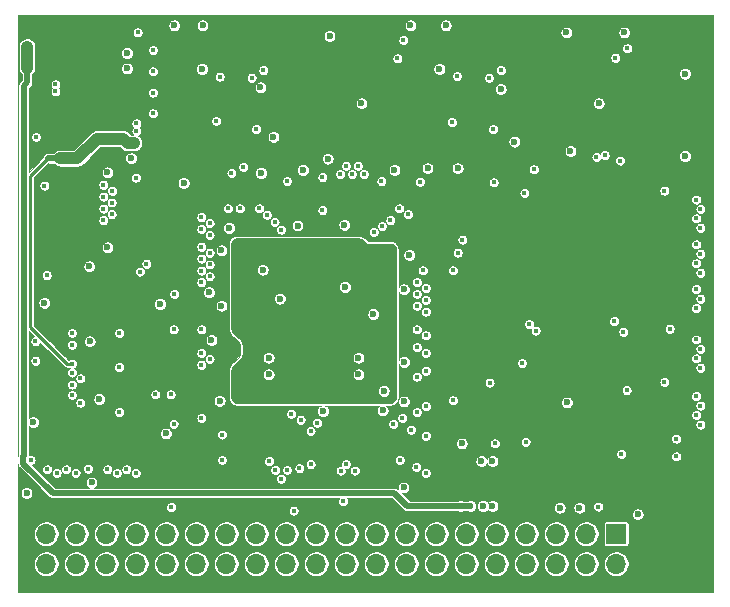
<source format=gbr>
G04 #@! TF.GenerationSoftware,KiCad,Pcbnew,(5.1.6-0-10_14)*
G04 #@! TF.CreationDate,2020-08-15T08:11:16-07:00*
G04 #@! TF.ProjectId,fpga-ice40,66706761-2d69-4636-9534-302e6b696361,r0.1*
G04 #@! TF.SameCoordinates,Original*
G04 #@! TF.FileFunction,Copper,L3,Inr*
G04 #@! TF.FilePolarity,Positive*
%FSLAX46Y46*%
G04 Gerber Fmt 4.6, Leading zero omitted, Abs format (unit mm)*
G04 Created by KiCad (PCBNEW (5.1.6-0-10_14)) date 2020-08-15 08:11:16*
%MOMM*%
%LPD*%
G01*
G04 APERTURE LIST*
G04 #@! TA.AperFunction,ViaPad*
%ADD10O,1.700000X1.700000*%
G04 #@! TD*
G04 #@! TA.AperFunction,ViaPad*
%ADD11R,1.700000X1.700000*%
G04 #@! TD*
G04 #@! TA.AperFunction,ViaPad*
%ADD12C,0.600000*%
G04 #@! TD*
G04 #@! TA.AperFunction,ViaPad*
%ADD13C,0.450000*%
G04 #@! TD*
G04 #@! TA.AperFunction,Conductor*
%ADD14C,1.016000*%
G04 #@! TD*
G04 #@! TA.AperFunction,Conductor*
%ADD15C,0.508000*%
G04 #@! TD*
G04 #@! TA.AperFunction,Conductor*
%ADD16C,0.254000*%
G04 #@! TD*
G04 #@! TA.AperFunction,Conductor*
%ADD17C,0.089000*%
G04 #@! TD*
G04 APERTURE END LIST*
D10*
X138410000Y-115590000D03*
X138410000Y-113050000D03*
X140950000Y-115590000D03*
X140950000Y-113050000D03*
X143490000Y-115590000D03*
X143490000Y-113050000D03*
X146030000Y-115590000D03*
X146030000Y-113050000D03*
X148570000Y-115590000D03*
X148570000Y-113050000D03*
X151110000Y-115590000D03*
X151110000Y-113050000D03*
X153650000Y-115590000D03*
X153650000Y-113050000D03*
X156190000Y-115590000D03*
X156190000Y-113050000D03*
X158730000Y-115590000D03*
X158730000Y-113050000D03*
X161270000Y-115590000D03*
X161270000Y-113050000D03*
X163810000Y-115590000D03*
X163810000Y-113050000D03*
X166350000Y-115590000D03*
X166350000Y-113050000D03*
X168890000Y-115590000D03*
X168890000Y-113050000D03*
X171430000Y-115590000D03*
X171430000Y-113050000D03*
X173970000Y-115590000D03*
X173970000Y-113050000D03*
X176510000Y-115590000D03*
X176510000Y-113050000D03*
X179050000Y-115590000D03*
X179050000Y-113050000D03*
X181590000Y-115590000D03*
X181590000Y-113050000D03*
X184130000Y-115590000D03*
X184130000Y-113050000D03*
X186670000Y-115590000D03*
D11*
X186670000Y-113050000D03*
D12*
X149250000Y-70000000D03*
X145600000Y-81250000D03*
X143600000Y-82450000D03*
X175250000Y-106900000D03*
X176200000Y-106900000D03*
D13*
X170050092Y-83253610D03*
X173250000Y-89250000D03*
D12*
X153250000Y-89050000D03*
X153250000Y-93750000D03*
X178050000Y-79850000D03*
D13*
X185700000Y-81000000D03*
X149250000Y-92750000D03*
X168350000Y-106800000D03*
X149200008Y-95750000D03*
X139200000Y-75000000D03*
X139200000Y-75600000D03*
X153300000Y-106800000D03*
X163800000Y-107149998D03*
X172850000Y-90750000D03*
X159850002Y-107500000D03*
X169800000Y-97250000D03*
X170550000Y-97750000D03*
X137500000Y-98400000D03*
X137500000Y-96750000D03*
X140600000Y-101300000D03*
X141299996Y-101950000D03*
X146150000Y-70600000D03*
X172849996Y-101749996D03*
X146350000Y-90850000D03*
X138450000Y-91150000D03*
X146900002Y-90200000D03*
D12*
X173600000Y-105400000D03*
D13*
X158800000Y-83189819D03*
D12*
X151599998Y-73700000D03*
D13*
X144600000Y-98946400D03*
X138263325Y-83564565D03*
D12*
X142050000Y-90400000D03*
D13*
X166800000Y-83200000D03*
X146000000Y-82900000D03*
D12*
X157650000Y-79450000D03*
X171700000Y-73700000D03*
D13*
X153799996Y-85500002D03*
X148950000Y-101250000D03*
D12*
X165099994Y-76600000D03*
X185200000Y-76600000D03*
D13*
X179700000Y-82196472D03*
X146050000Y-78950000D03*
X146050000Y-78300000D03*
D12*
X157250000Y-98150000D03*
X157250000Y-99550000D03*
X164850000Y-98150000D03*
X164850002Y-99550000D03*
D13*
X144600000Y-102750004D03*
X137550000Y-79450004D03*
X185150000Y-110750000D03*
X149000000Y-110800000D03*
X147650000Y-101250000D03*
X163550000Y-110300002D03*
X137100000Y-106800000D03*
X159354238Y-111095762D03*
X141950000Y-107550000D03*
D12*
X151650000Y-70000000D03*
X145250000Y-72350000D03*
X145250000Y-73650000D03*
X162400000Y-70900000D03*
X169250000Y-70000000D03*
X172250000Y-70000000D03*
X182450000Y-70600000D03*
X187350000Y-70600000D03*
X156550000Y-75250000D03*
X176900000Y-75400000D03*
X182800000Y-80650000D03*
X150050000Y-83350000D03*
X156600000Y-82500000D03*
X160150000Y-82250000D03*
X162250000Y-81300000D03*
X167900000Y-82250000D03*
X170700000Y-82100000D03*
X173250000Y-82100000D03*
X153900000Y-87150000D03*
X159700000Y-86950000D03*
X163650000Y-86900000D03*
X169150000Y-89450000D03*
X168700000Y-92350000D03*
X168700000Y-98500000D03*
X168700000Y-101850000D03*
X166900000Y-102600000D03*
X161850000Y-102650000D03*
X153100000Y-101800000D03*
X152400000Y-96650000D03*
X152200000Y-92600000D03*
X156750000Y-90700000D03*
X158200000Y-93150000D03*
X163700000Y-92150000D03*
X166100000Y-94450000D03*
X167000000Y-100950000D03*
X143600000Y-88800000D03*
X138250000Y-93500000D03*
X142100000Y-96750000D03*
X142900000Y-101650000D03*
X137300000Y-103600000D03*
X136750000Y-109600000D03*
X168675000Y-109125000D03*
X188500000Y-111400000D03*
X181900000Y-110850000D03*
X142250000Y-108700000D03*
X148550000Y-104550000D03*
X148050000Y-93600000D03*
D13*
X178900000Y-84200000D03*
X178700000Y-98600000D03*
X175950000Y-100250000D03*
X176400000Y-105400000D03*
X190750000Y-100200000D03*
X187550000Y-100900000D03*
X191750000Y-105000000D03*
X191750000Y-106500000D03*
X191200000Y-95700000D03*
X190750000Y-84000000D03*
X179300000Y-95300000D03*
X187275000Y-95950000D03*
X187099998Y-106300000D03*
D12*
X182500000Y-101925000D03*
X192500000Y-81075000D03*
X192500000Y-74100000D03*
D13*
X179000000Y-105275000D03*
X152250000Y-89253610D03*
X144000000Y-84003610D03*
X151550000Y-89750000D03*
X143250002Y-84500000D03*
X152250000Y-90250000D03*
X143956521Y-85002887D03*
X151550000Y-90761291D03*
X143260619Y-85511291D03*
X152250000Y-91250000D03*
X143950000Y-86000000D03*
X151550000Y-88750000D03*
X143250000Y-83500000D03*
X157750000Y-86649998D03*
X187600000Y-71950000D03*
X168650010Y-71250000D03*
X158300000Y-87300000D03*
X156800000Y-73800000D03*
X154800000Y-85500000D03*
X155800000Y-74450000D03*
X154100000Y-82503610D03*
X152800010Y-78100000D03*
X155099998Y-82000000D03*
X163796390Y-81900000D03*
X173200000Y-74300000D03*
X164803602Y-81900000D03*
X176250002Y-78800000D03*
X163300000Y-82600000D03*
X176900000Y-73800000D03*
X164300000Y-82599998D03*
X175900002Y-74450000D03*
X165300000Y-82599998D03*
X172749992Y-78200000D03*
X157100000Y-86050000D03*
X156200000Y-78800000D03*
X153100000Y-74350000D03*
X156450000Y-85500000D03*
X170550000Y-96250000D03*
X169050004Y-86000000D03*
X193450000Y-84750000D03*
X167550000Y-86500000D03*
X193800000Y-85550000D03*
X166850000Y-87000000D03*
X193450000Y-86350000D03*
X166150000Y-87500000D03*
X193800000Y-87150000D03*
X173650000Y-88150000D03*
X193450000Y-88550000D03*
X169800000Y-91750000D03*
X193800000Y-89350000D03*
X170550000Y-92250000D03*
X193450000Y-90150000D03*
X169800000Y-92750000D03*
X193800000Y-90949998D03*
X170550000Y-93250000D03*
X193450000Y-92350000D03*
X169799992Y-93750000D03*
X193800000Y-93150000D03*
X170550000Y-94246390D03*
X193450000Y-93950000D03*
X169800000Y-95750000D03*
X170550006Y-99250000D03*
X193450000Y-96600000D03*
X169800000Y-99750000D03*
X193800000Y-97400000D03*
X170550000Y-102250000D03*
X193450000Y-98200000D03*
X169799998Y-102750000D03*
X193800000Y-99000000D03*
X168549998Y-103250000D03*
X193450000Y-101400000D03*
X167800000Y-103750000D03*
X193800000Y-102200000D03*
X169300000Y-104250000D03*
X193450000Y-103000000D03*
X170550000Y-104750000D03*
X193800000Y-103800000D03*
X161800000Y-82850018D03*
X161800000Y-85650000D03*
X160800000Y-107150000D03*
X160800000Y-104350000D03*
X151550000Y-94250000D03*
X170300000Y-89250000D03*
D12*
X175850000Y-75800000D03*
D13*
X183100000Y-81750000D03*
X160300000Y-85649996D03*
X163800000Y-104350000D03*
X166350000Y-104200000D03*
X165750000Y-104200000D03*
X164850000Y-85647579D03*
X170100000Y-101250006D03*
X138450000Y-86600000D03*
X148050000Y-95750000D03*
D12*
X139400000Y-90400000D03*
X151950000Y-72650000D03*
X172050012Y-72650000D03*
D13*
X152300000Y-85500000D03*
D12*
X155750000Y-75800000D03*
X156800000Y-76600000D03*
D13*
X151650000Y-99750000D03*
X159279253Y-104370755D03*
D12*
X158200000Y-73700000D03*
X178300000Y-73700000D03*
X185200000Y-75000000D03*
X164750000Y-74350000D03*
D13*
X179700000Y-83000000D03*
X144100000Y-103600002D03*
X144600000Y-101250000D03*
D12*
X182800000Y-106750000D03*
X180200002Y-106750000D03*
X177600000Y-106750000D03*
D13*
X147000000Y-107900000D03*
D12*
X154400000Y-97950000D03*
X153525000Y-98450000D03*
X153525000Y-97450000D03*
X153524996Y-96450000D03*
X154400000Y-96950004D03*
D13*
X160800000Y-108150000D03*
X139300000Y-104450000D03*
X140600000Y-98000000D03*
X179000000Y-101400000D03*
X187700002Y-99600000D03*
X187750000Y-105750000D03*
X187750000Y-104250000D03*
X187650000Y-95000000D03*
X187450000Y-84200000D03*
X179350000Y-97050000D03*
X151550000Y-95750000D03*
X168303610Y-85500000D03*
X170300000Y-90750000D03*
D12*
X167549998Y-90750000D03*
X163500000Y-89800000D03*
X158600000Y-89800000D03*
X163500000Y-90600000D03*
X158600000Y-90600000D03*
X154850000Y-89050000D03*
X154849996Y-93750000D03*
X161050000Y-88500000D03*
D13*
X153300000Y-104650006D03*
D12*
X154549994Y-101500000D03*
X163050000Y-101499996D03*
X160550000Y-94750000D03*
X161550000Y-94750000D03*
X154550000Y-94950000D03*
X167550000Y-88949998D03*
D13*
X149200012Y-103750000D03*
X138499990Y-107600000D03*
X151549994Y-103249998D03*
X139300000Y-107899994D03*
X159149998Y-102900000D03*
X140100000Y-107600000D03*
X159950000Y-103400000D03*
X140900000Y-107900014D03*
X161350000Y-103650002D03*
X158800000Y-107650000D03*
X143600000Y-107600000D03*
X158300000Y-108400000D03*
X144400000Y-107900000D03*
X157800000Y-107650000D03*
X145200000Y-107600000D03*
X157300000Y-106900000D03*
X146000000Y-107900000D03*
X169750000Y-107400000D03*
X164550000Y-107700000D03*
X170550000Y-107900000D03*
X163349996Y-107700000D03*
X141300000Y-99900000D03*
X152249998Y-98250000D03*
X140600000Y-99400000D03*
X151550000Y-97750000D03*
X140600000Y-100428600D03*
X140600000Y-97050000D03*
X151550002Y-98750000D03*
D12*
X136800000Y-71800000D03*
X136800000Y-72700000D03*
X136800000Y-73600000D03*
X173500000Y-110700000D03*
X174300000Y-110700000D03*
X176200000Y-110700000D03*
X175400000Y-110700000D03*
D13*
X187000000Y-81450000D03*
X185000004Y-81150000D03*
D12*
X139600000Y-81250000D03*
X140450000Y-81250000D03*
X144950000Y-79600000D03*
X145850000Y-79950000D03*
D13*
X140600000Y-98650000D03*
X147450000Y-72100000D03*
X147450000Y-73900000D03*
X147450000Y-75700000D03*
X147449996Y-77450000D03*
X152250000Y-87750000D03*
X151550000Y-87250000D03*
X152250000Y-86750000D03*
X151550000Y-86250000D03*
X144600000Y-96050000D03*
X168150000Y-72800000D03*
X186600000Y-72749998D03*
X151550000Y-91750000D03*
X143250000Y-86500000D03*
X176300000Y-83300000D03*
X140600000Y-96050000D03*
D12*
X183550000Y-110850006D03*
D13*
X179850000Y-95850000D03*
X186500002Y-95050000D03*
D14*
X136800000Y-71800000D02*
X136800000Y-72700000D01*
X136800000Y-72700000D02*
X136800000Y-73600000D01*
D15*
X173500000Y-110700000D02*
X174300000Y-110700000D01*
X136500001Y-75099999D02*
X136500001Y-106465525D01*
X136800000Y-74800000D02*
X136500001Y-75099999D01*
X138965526Y-109600000D02*
X167900000Y-109600000D01*
X136468599Y-107103073D02*
X138965526Y-109600000D01*
X136500001Y-106465525D02*
X136468599Y-106496927D01*
X167900000Y-109600000D02*
X169000000Y-110700000D01*
X136800000Y-73600000D02*
X136800000Y-74800000D01*
X136468599Y-106496927D02*
X136468599Y-107103073D01*
X169000000Y-110700000D02*
X173500000Y-110700000D01*
D14*
X140450000Y-81250000D02*
X139600000Y-81250000D01*
X141050000Y-81250000D02*
X142700000Y-79600000D01*
X140450000Y-81250000D02*
X141050000Y-81250000D01*
X142700000Y-79600000D02*
X144950000Y-79600000D01*
X144950000Y-79600000D02*
X145300000Y-79950000D01*
X145300000Y-79950000D02*
X145850000Y-79950000D01*
D15*
X138600000Y-81250000D02*
X139600000Y-81250000D01*
D16*
X137050000Y-82750000D02*
X137050000Y-95550000D01*
X140150000Y-98650000D02*
X140600000Y-98650000D01*
X137050000Y-95550000D02*
X140150000Y-98650000D01*
X138550000Y-81250000D02*
X137050000Y-82750000D01*
D17*
G36*
X194830500Y-117960558D02*
G01*
X136019500Y-117980443D01*
X136019500Y-115486889D01*
X137363100Y-115486889D01*
X137363100Y-115693111D01*
X137403331Y-115895370D01*
X137482249Y-116085893D01*
X137596819Y-116257360D01*
X137742640Y-116403181D01*
X137914107Y-116517751D01*
X138104630Y-116596669D01*
X138306889Y-116636900D01*
X138513111Y-116636900D01*
X138715370Y-116596669D01*
X138905893Y-116517751D01*
X139077360Y-116403181D01*
X139223181Y-116257360D01*
X139337751Y-116085893D01*
X139416669Y-115895370D01*
X139456900Y-115693111D01*
X139456900Y-115486889D01*
X139903100Y-115486889D01*
X139903100Y-115693111D01*
X139943331Y-115895370D01*
X140022249Y-116085893D01*
X140136819Y-116257360D01*
X140282640Y-116403181D01*
X140454107Y-116517751D01*
X140644630Y-116596669D01*
X140846889Y-116636900D01*
X141053111Y-116636900D01*
X141255370Y-116596669D01*
X141445893Y-116517751D01*
X141617360Y-116403181D01*
X141763181Y-116257360D01*
X141877751Y-116085893D01*
X141956669Y-115895370D01*
X141996900Y-115693111D01*
X141996900Y-115486889D01*
X142443100Y-115486889D01*
X142443100Y-115693111D01*
X142483331Y-115895370D01*
X142562249Y-116085893D01*
X142676819Y-116257360D01*
X142822640Y-116403181D01*
X142994107Y-116517751D01*
X143184630Y-116596669D01*
X143386889Y-116636900D01*
X143593111Y-116636900D01*
X143795370Y-116596669D01*
X143985893Y-116517751D01*
X144157360Y-116403181D01*
X144303181Y-116257360D01*
X144417751Y-116085893D01*
X144496669Y-115895370D01*
X144536900Y-115693111D01*
X144536900Y-115486889D01*
X144983100Y-115486889D01*
X144983100Y-115693111D01*
X145023331Y-115895370D01*
X145102249Y-116085893D01*
X145216819Y-116257360D01*
X145362640Y-116403181D01*
X145534107Y-116517751D01*
X145724630Y-116596669D01*
X145926889Y-116636900D01*
X146133111Y-116636900D01*
X146335370Y-116596669D01*
X146525893Y-116517751D01*
X146697360Y-116403181D01*
X146843181Y-116257360D01*
X146957751Y-116085893D01*
X147036669Y-115895370D01*
X147076900Y-115693111D01*
X147076900Y-115486889D01*
X147523100Y-115486889D01*
X147523100Y-115693111D01*
X147563331Y-115895370D01*
X147642249Y-116085893D01*
X147756819Y-116257360D01*
X147902640Y-116403181D01*
X148074107Y-116517751D01*
X148264630Y-116596669D01*
X148466889Y-116636900D01*
X148673111Y-116636900D01*
X148875370Y-116596669D01*
X149065893Y-116517751D01*
X149237360Y-116403181D01*
X149383181Y-116257360D01*
X149497751Y-116085893D01*
X149576669Y-115895370D01*
X149616900Y-115693111D01*
X149616900Y-115486889D01*
X150063100Y-115486889D01*
X150063100Y-115693111D01*
X150103331Y-115895370D01*
X150182249Y-116085893D01*
X150296819Y-116257360D01*
X150442640Y-116403181D01*
X150614107Y-116517751D01*
X150804630Y-116596669D01*
X151006889Y-116636900D01*
X151213111Y-116636900D01*
X151415370Y-116596669D01*
X151605893Y-116517751D01*
X151777360Y-116403181D01*
X151923181Y-116257360D01*
X152037751Y-116085893D01*
X152116669Y-115895370D01*
X152156900Y-115693111D01*
X152156900Y-115486889D01*
X152603100Y-115486889D01*
X152603100Y-115693111D01*
X152643331Y-115895370D01*
X152722249Y-116085893D01*
X152836819Y-116257360D01*
X152982640Y-116403181D01*
X153154107Y-116517751D01*
X153344630Y-116596669D01*
X153546889Y-116636900D01*
X153753111Y-116636900D01*
X153955370Y-116596669D01*
X154145893Y-116517751D01*
X154317360Y-116403181D01*
X154463181Y-116257360D01*
X154577751Y-116085893D01*
X154656669Y-115895370D01*
X154696900Y-115693111D01*
X154696900Y-115486889D01*
X155143100Y-115486889D01*
X155143100Y-115693111D01*
X155183331Y-115895370D01*
X155262249Y-116085893D01*
X155376819Y-116257360D01*
X155522640Y-116403181D01*
X155694107Y-116517751D01*
X155884630Y-116596669D01*
X156086889Y-116636900D01*
X156293111Y-116636900D01*
X156495370Y-116596669D01*
X156685893Y-116517751D01*
X156857360Y-116403181D01*
X157003181Y-116257360D01*
X157117751Y-116085893D01*
X157196669Y-115895370D01*
X157236900Y-115693111D01*
X157236900Y-115486889D01*
X157683100Y-115486889D01*
X157683100Y-115693111D01*
X157723331Y-115895370D01*
X157802249Y-116085893D01*
X157916819Y-116257360D01*
X158062640Y-116403181D01*
X158234107Y-116517751D01*
X158424630Y-116596669D01*
X158626889Y-116636900D01*
X158833111Y-116636900D01*
X159035370Y-116596669D01*
X159225893Y-116517751D01*
X159397360Y-116403181D01*
X159543181Y-116257360D01*
X159657751Y-116085893D01*
X159736669Y-115895370D01*
X159776900Y-115693111D01*
X159776900Y-115486889D01*
X160223100Y-115486889D01*
X160223100Y-115693111D01*
X160263331Y-115895370D01*
X160342249Y-116085893D01*
X160456819Y-116257360D01*
X160602640Y-116403181D01*
X160774107Y-116517751D01*
X160964630Y-116596669D01*
X161166889Y-116636900D01*
X161373111Y-116636900D01*
X161575370Y-116596669D01*
X161765893Y-116517751D01*
X161937360Y-116403181D01*
X162083181Y-116257360D01*
X162197751Y-116085893D01*
X162276669Y-115895370D01*
X162316900Y-115693111D01*
X162316900Y-115486889D01*
X162763100Y-115486889D01*
X162763100Y-115693111D01*
X162803331Y-115895370D01*
X162882249Y-116085893D01*
X162996819Y-116257360D01*
X163142640Y-116403181D01*
X163314107Y-116517751D01*
X163504630Y-116596669D01*
X163706889Y-116636900D01*
X163913111Y-116636900D01*
X164115370Y-116596669D01*
X164305893Y-116517751D01*
X164477360Y-116403181D01*
X164623181Y-116257360D01*
X164737751Y-116085893D01*
X164816669Y-115895370D01*
X164856900Y-115693111D01*
X164856900Y-115486889D01*
X165303100Y-115486889D01*
X165303100Y-115693111D01*
X165343331Y-115895370D01*
X165422249Y-116085893D01*
X165536819Y-116257360D01*
X165682640Y-116403181D01*
X165854107Y-116517751D01*
X166044630Y-116596669D01*
X166246889Y-116636900D01*
X166453111Y-116636900D01*
X166655370Y-116596669D01*
X166845893Y-116517751D01*
X167017360Y-116403181D01*
X167163181Y-116257360D01*
X167277751Y-116085893D01*
X167356669Y-115895370D01*
X167396900Y-115693111D01*
X167396900Y-115486889D01*
X167843100Y-115486889D01*
X167843100Y-115693111D01*
X167883331Y-115895370D01*
X167962249Y-116085893D01*
X168076819Y-116257360D01*
X168222640Y-116403181D01*
X168394107Y-116517751D01*
X168584630Y-116596669D01*
X168786889Y-116636900D01*
X168993111Y-116636900D01*
X169195370Y-116596669D01*
X169385893Y-116517751D01*
X169557360Y-116403181D01*
X169703181Y-116257360D01*
X169817751Y-116085893D01*
X169896669Y-115895370D01*
X169936900Y-115693111D01*
X169936900Y-115486889D01*
X170383100Y-115486889D01*
X170383100Y-115693111D01*
X170423331Y-115895370D01*
X170502249Y-116085893D01*
X170616819Y-116257360D01*
X170762640Y-116403181D01*
X170934107Y-116517751D01*
X171124630Y-116596669D01*
X171326889Y-116636900D01*
X171533111Y-116636900D01*
X171735370Y-116596669D01*
X171925893Y-116517751D01*
X172097360Y-116403181D01*
X172243181Y-116257360D01*
X172357751Y-116085893D01*
X172436669Y-115895370D01*
X172476900Y-115693111D01*
X172476900Y-115486889D01*
X172923100Y-115486889D01*
X172923100Y-115693111D01*
X172963331Y-115895370D01*
X173042249Y-116085893D01*
X173156819Y-116257360D01*
X173302640Y-116403181D01*
X173474107Y-116517751D01*
X173664630Y-116596669D01*
X173866889Y-116636900D01*
X174073111Y-116636900D01*
X174275370Y-116596669D01*
X174465893Y-116517751D01*
X174637360Y-116403181D01*
X174783181Y-116257360D01*
X174897751Y-116085893D01*
X174976669Y-115895370D01*
X175016900Y-115693111D01*
X175016900Y-115486889D01*
X175463100Y-115486889D01*
X175463100Y-115693111D01*
X175503331Y-115895370D01*
X175582249Y-116085893D01*
X175696819Y-116257360D01*
X175842640Y-116403181D01*
X176014107Y-116517751D01*
X176204630Y-116596669D01*
X176406889Y-116636900D01*
X176613111Y-116636900D01*
X176815370Y-116596669D01*
X177005893Y-116517751D01*
X177177360Y-116403181D01*
X177323181Y-116257360D01*
X177437751Y-116085893D01*
X177516669Y-115895370D01*
X177556900Y-115693111D01*
X177556900Y-115486889D01*
X178003100Y-115486889D01*
X178003100Y-115693111D01*
X178043331Y-115895370D01*
X178122249Y-116085893D01*
X178236819Y-116257360D01*
X178382640Y-116403181D01*
X178554107Y-116517751D01*
X178744630Y-116596669D01*
X178946889Y-116636900D01*
X179153111Y-116636900D01*
X179355370Y-116596669D01*
X179545893Y-116517751D01*
X179717360Y-116403181D01*
X179863181Y-116257360D01*
X179977751Y-116085893D01*
X180056669Y-115895370D01*
X180096900Y-115693111D01*
X180096900Y-115486889D01*
X180543100Y-115486889D01*
X180543100Y-115693111D01*
X180583331Y-115895370D01*
X180662249Y-116085893D01*
X180776819Y-116257360D01*
X180922640Y-116403181D01*
X181094107Y-116517751D01*
X181284630Y-116596669D01*
X181486889Y-116636900D01*
X181693111Y-116636900D01*
X181895370Y-116596669D01*
X182085893Y-116517751D01*
X182257360Y-116403181D01*
X182403181Y-116257360D01*
X182517751Y-116085893D01*
X182596669Y-115895370D01*
X182636900Y-115693111D01*
X182636900Y-115486889D01*
X183083100Y-115486889D01*
X183083100Y-115693111D01*
X183123331Y-115895370D01*
X183202249Y-116085893D01*
X183316819Y-116257360D01*
X183462640Y-116403181D01*
X183634107Y-116517751D01*
X183824630Y-116596669D01*
X184026889Y-116636900D01*
X184233111Y-116636900D01*
X184435370Y-116596669D01*
X184625893Y-116517751D01*
X184797360Y-116403181D01*
X184943181Y-116257360D01*
X185057751Y-116085893D01*
X185136669Y-115895370D01*
X185176900Y-115693111D01*
X185176900Y-115486889D01*
X185623100Y-115486889D01*
X185623100Y-115693111D01*
X185663331Y-115895370D01*
X185742249Y-116085893D01*
X185856819Y-116257360D01*
X186002640Y-116403181D01*
X186174107Y-116517751D01*
X186364630Y-116596669D01*
X186566889Y-116636900D01*
X186773111Y-116636900D01*
X186975370Y-116596669D01*
X187165893Y-116517751D01*
X187337360Y-116403181D01*
X187483181Y-116257360D01*
X187597751Y-116085893D01*
X187676669Y-115895370D01*
X187716900Y-115693111D01*
X187716900Y-115486889D01*
X187676669Y-115284630D01*
X187597751Y-115094107D01*
X187483181Y-114922640D01*
X187337360Y-114776819D01*
X187165893Y-114662249D01*
X186975370Y-114583331D01*
X186773111Y-114543100D01*
X186566889Y-114543100D01*
X186364630Y-114583331D01*
X186174107Y-114662249D01*
X186002640Y-114776819D01*
X185856819Y-114922640D01*
X185742249Y-115094107D01*
X185663331Y-115284630D01*
X185623100Y-115486889D01*
X185176900Y-115486889D01*
X185136669Y-115284630D01*
X185057751Y-115094107D01*
X184943181Y-114922640D01*
X184797360Y-114776819D01*
X184625893Y-114662249D01*
X184435370Y-114583331D01*
X184233111Y-114543100D01*
X184026889Y-114543100D01*
X183824630Y-114583331D01*
X183634107Y-114662249D01*
X183462640Y-114776819D01*
X183316819Y-114922640D01*
X183202249Y-115094107D01*
X183123331Y-115284630D01*
X183083100Y-115486889D01*
X182636900Y-115486889D01*
X182596669Y-115284630D01*
X182517751Y-115094107D01*
X182403181Y-114922640D01*
X182257360Y-114776819D01*
X182085893Y-114662249D01*
X181895370Y-114583331D01*
X181693111Y-114543100D01*
X181486889Y-114543100D01*
X181284630Y-114583331D01*
X181094107Y-114662249D01*
X180922640Y-114776819D01*
X180776819Y-114922640D01*
X180662249Y-115094107D01*
X180583331Y-115284630D01*
X180543100Y-115486889D01*
X180096900Y-115486889D01*
X180056669Y-115284630D01*
X179977751Y-115094107D01*
X179863181Y-114922640D01*
X179717360Y-114776819D01*
X179545893Y-114662249D01*
X179355370Y-114583331D01*
X179153111Y-114543100D01*
X178946889Y-114543100D01*
X178744630Y-114583331D01*
X178554107Y-114662249D01*
X178382640Y-114776819D01*
X178236819Y-114922640D01*
X178122249Y-115094107D01*
X178043331Y-115284630D01*
X178003100Y-115486889D01*
X177556900Y-115486889D01*
X177516669Y-115284630D01*
X177437751Y-115094107D01*
X177323181Y-114922640D01*
X177177360Y-114776819D01*
X177005893Y-114662249D01*
X176815370Y-114583331D01*
X176613111Y-114543100D01*
X176406889Y-114543100D01*
X176204630Y-114583331D01*
X176014107Y-114662249D01*
X175842640Y-114776819D01*
X175696819Y-114922640D01*
X175582249Y-115094107D01*
X175503331Y-115284630D01*
X175463100Y-115486889D01*
X175016900Y-115486889D01*
X174976669Y-115284630D01*
X174897751Y-115094107D01*
X174783181Y-114922640D01*
X174637360Y-114776819D01*
X174465893Y-114662249D01*
X174275370Y-114583331D01*
X174073111Y-114543100D01*
X173866889Y-114543100D01*
X173664630Y-114583331D01*
X173474107Y-114662249D01*
X173302640Y-114776819D01*
X173156819Y-114922640D01*
X173042249Y-115094107D01*
X172963331Y-115284630D01*
X172923100Y-115486889D01*
X172476900Y-115486889D01*
X172436669Y-115284630D01*
X172357751Y-115094107D01*
X172243181Y-114922640D01*
X172097360Y-114776819D01*
X171925893Y-114662249D01*
X171735370Y-114583331D01*
X171533111Y-114543100D01*
X171326889Y-114543100D01*
X171124630Y-114583331D01*
X170934107Y-114662249D01*
X170762640Y-114776819D01*
X170616819Y-114922640D01*
X170502249Y-115094107D01*
X170423331Y-115284630D01*
X170383100Y-115486889D01*
X169936900Y-115486889D01*
X169896669Y-115284630D01*
X169817751Y-115094107D01*
X169703181Y-114922640D01*
X169557360Y-114776819D01*
X169385893Y-114662249D01*
X169195370Y-114583331D01*
X168993111Y-114543100D01*
X168786889Y-114543100D01*
X168584630Y-114583331D01*
X168394107Y-114662249D01*
X168222640Y-114776819D01*
X168076819Y-114922640D01*
X167962249Y-115094107D01*
X167883331Y-115284630D01*
X167843100Y-115486889D01*
X167396900Y-115486889D01*
X167356669Y-115284630D01*
X167277751Y-115094107D01*
X167163181Y-114922640D01*
X167017360Y-114776819D01*
X166845893Y-114662249D01*
X166655370Y-114583331D01*
X166453111Y-114543100D01*
X166246889Y-114543100D01*
X166044630Y-114583331D01*
X165854107Y-114662249D01*
X165682640Y-114776819D01*
X165536819Y-114922640D01*
X165422249Y-115094107D01*
X165343331Y-115284630D01*
X165303100Y-115486889D01*
X164856900Y-115486889D01*
X164816669Y-115284630D01*
X164737751Y-115094107D01*
X164623181Y-114922640D01*
X164477360Y-114776819D01*
X164305893Y-114662249D01*
X164115370Y-114583331D01*
X163913111Y-114543100D01*
X163706889Y-114543100D01*
X163504630Y-114583331D01*
X163314107Y-114662249D01*
X163142640Y-114776819D01*
X162996819Y-114922640D01*
X162882249Y-115094107D01*
X162803331Y-115284630D01*
X162763100Y-115486889D01*
X162316900Y-115486889D01*
X162276669Y-115284630D01*
X162197751Y-115094107D01*
X162083181Y-114922640D01*
X161937360Y-114776819D01*
X161765893Y-114662249D01*
X161575370Y-114583331D01*
X161373111Y-114543100D01*
X161166889Y-114543100D01*
X160964630Y-114583331D01*
X160774107Y-114662249D01*
X160602640Y-114776819D01*
X160456819Y-114922640D01*
X160342249Y-115094107D01*
X160263331Y-115284630D01*
X160223100Y-115486889D01*
X159776900Y-115486889D01*
X159736669Y-115284630D01*
X159657751Y-115094107D01*
X159543181Y-114922640D01*
X159397360Y-114776819D01*
X159225893Y-114662249D01*
X159035370Y-114583331D01*
X158833111Y-114543100D01*
X158626889Y-114543100D01*
X158424630Y-114583331D01*
X158234107Y-114662249D01*
X158062640Y-114776819D01*
X157916819Y-114922640D01*
X157802249Y-115094107D01*
X157723331Y-115284630D01*
X157683100Y-115486889D01*
X157236900Y-115486889D01*
X157196669Y-115284630D01*
X157117751Y-115094107D01*
X157003181Y-114922640D01*
X156857360Y-114776819D01*
X156685893Y-114662249D01*
X156495370Y-114583331D01*
X156293111Y-114543100D01*
X156086889Y-114543100D01*
X155884630Y-114583331D01*
X155694107Y-114662249D01*
X155522640Y-114776819D01*
X155376819Y-114922640D01*
X155262249Y-115094107D01*
X155183331Y-115284630D01*
X155143100Y-115486889D01*
X154696900Y-115486889D01*
X154656669Y-115284630D01*
X154577751Y-115094107D01*
X154463181Y-114922640D01*
X154317360Y-114776819D01*
X154145893Y-114662249D01*
X153955370Y-114583331D01*
X153753111Y-114543100D01*
X153546889Y-114543100D01*
X153344630Y-114583331D01*
X153154107Y-114662249D01*
X152982640Y-114776819D01*
X152836819Y-114922640D01*
X152722249Y-115094107D01*
X152643331Y-115284630D01*
X152603100Y-115486889D01*
X152156900Y-115486889D01*
X152116669Y-115284630D01*
X152037751Y-115094107D01*
X151923181Y-114922640D01*
X151777360Y-114776819D01*
X151605893Y-114662249D01*
X151415370Y-114583331D01*
X151213111Y-114543100D01*
X151006889Y-114543100D01*
X150804630Y-114583331D01*
X150614107Y-114662249D01*
X150442640Y-114776819D01*
X150296819Y-114922640D01*
X150182249Y-115094107D01*
X150103331Y-115284630D01*
X150063100Y-115486889D01*
X149616900Y-115486889D01*
X149576669Y-115284630D01*
X149497751Y-115094107D01*
X149383181Y-114922640D01*
X149237360Y-114776819D01*
X149065893Y-114662249D01*
X148875370Y-114583331D01*
X148673111Y-114543100D01*
X148466889Y-114543100D01*
X148264630Y-114583331D01*
X148074107Y-114662249D01*
X147902640Y-114776819D01*
X147756819Y-114922640D01*
X147642249Y-115094107D01*
X147563331Y-115284630D01*
X147523100Y-115486889D01*
X147076900Y-115486889D01*
X147036669Y-115284630D01*
X146957751Y-115094107D01*
X146843181Y-114922640D01*
X146697360Y-114776819D01*
X146525893Y-114662249D01*
X146335370Y-114583331D01*
X146133111Y-114543100D01*
X145926889Y-114543100D01*
X145724630Y-114583331D01*
X145534107Y-114662249D01*
X145362640Y-114776819D01*
X145216819Y-114922640D01*
X145102249Y-115094107D01*
X145023331Y-115284630D01*
X144983100Y-115486889D01*
X144536900Y-115486889D01*
X144496669Y-115284630D01*
X144417751Y-115094107D01*
X144303181Y-114922640D01*
X144157360Y-114776819D01*
X143985893Y-114662249D01*
X143795370Y-114583331D01*
X143593111Y-114543100D01*
X143386889Y-114543100D01*
X143184630Y-114583331D01*
X142994107Y-114662249D01*
X142822640Y-114776819D01*
X142676819Y-114922640D01*
X142562249Y-115094107D01*
X142483331Y-115284630D01*
X142443100Y-115486889D01*
X141996900Y-115486889D01*
X141956669Y-115284630D01*
X141877751Y-115094107D01*
X141763181Y-114922640D01*
X141617360Y-114776819D01*
X141445893Y-114662249D01*
X141255370Y-114583331D01*
X141053111Y-114543100D01*
X140846889Y-114543100D01*
X140644630Y-114583331D01*
X140454107Y-114662249D01*
X140282640Y-114776819D01*
X140136819Y-114922640D01*
X140022249Y-115094107D01*
X139943331Y-115284630D01*
X139903100Y-115486889D01*
X139456900Y-115486889D01*
X139416669Y-115284630D01*
X139337751Y-115094107D01*
X139223181Y-114922640D01*
X139077360Y-114776819D01*
X138905893Y-114662249D01*
X138715370Y-114583331D01*
X138513111Y-114543100D01*
X138306889Y-114543100D01*
X138104630Y-114583331D01*
X137914107Y-114662249D01*
X137742640Y-114776819D01*
X137596819Y-114922640D01*
X137482249Y-115094107D01*
X137403331Y-115284630D01*
X137363100Y-115486889D01*
X136019500Y-115486889D01*
X136019500Y-112946889D01*
X137363100Y-112946889D01*
X137363100Y-113153111D01*
X137403331Y-113355370D01*
X137482249Y-113545893D01*
X137596819Y-113717360D01*
X137742640Y-113863181D01*
X137914107Y-113977751D01*
X138104630Y-114056669D01*
X138306889Y-114096900D01*
X138513111Y-114096900D01*
X138715370Y-114056669D01*
X138905893Y-113977751D01*
X139077360Y-113863181D01*
X139223181Y-113717360D01*
X139337751Y-113545893D01*
X139416669Y-113355370D01*
X139456900Y-113153111D01*
X139456900Y-112946889D01*
X139903100Y-112946889D01*
X139903100Y-113153111D01*
X139943331Y-113355370D01*
X140022249Y-113545893D01*
X140136819Y-113717360D01*
X140282640Y-113863181D01*
X140454107Y-113977751D01*
X140644630Y-114056669D01*
X140846889Y-114096900D01*
X141053111Y-114096900D01*
X141255370Y-114056669D01*
X141445893Y-113977751D01*
X141617360Y-113863181D01*
X141763181Y-113717360D01*
X141877751Y-113545893D01*
X141956669Y-113355370D01*
X141996900Y-113153111D01*
X141996900Y-112946889D01*
X142443100Y-112946889D01*
X142443100Y-113153111D01*
X142483331Y-113355370D01*
X142562249Y-113545893D01*
X142676819Y-113717360D01*
X142822640Y-113863181D01*
X142994107Y-113977751D01*
X143184630Y-114056669D01*
X143386889Y-114096900D01*
X143593111Y-114096900D01*
X143795370Y-114056669D01*
X143985893Y-113977751D01*
X144157360Y-113863181D01*
X144303181Y-113717360D01*
X144417751Y-113545893D01*
X144496669Y-113355370D01*
X144536900Y-113153111D01*
X144536900Y-112946889D01*
X144983100Y-112946889D01*
X144983100Y-113153111D01*
X145023331Y-113355370D01*
X145102249Y-113545893D01*
X145216819Y-113717360D01*
X145362640Y-113863181D01*
X145534107Y-113977751D01*
X145724630Y-114056669D01*
X145926889Y-114096900D01*
X146133111Y-114096900D01*
X146335370Y-114056669D01*
X146525893Y-113977751D01*
X146697360Y-113863181D01*
X146843181Y-113717360D01*
X146957751Y-113545893D01*
X147036669Y-113355370D01*
X147076900Y-113153111D01*
X147076900Y-112946889D01*
X147523100Y-112946889D01*
X147523100Y-113153111D01*
X147563331Y-113355370D01*
X147642249Y-113545893D01*
X147756819Y-113717360D01*
X147902640Y-113863181D01*
X148074107Y-113977751D01*
X148264630Y-114056669D01*
X148466889Y-114096900D01*
X148673111Y-114096900D01*
X148875370Y-114056669D01*
X149065893Y-113977751D01*
X149237360Y-113863181D01*
X149383181Y-113717360D01*
X149497751Y-113545893D01*
X149576669Y-113355370D01*
X149616900Y-113153111D01*
X149616900Y-112946889D01*
X150063100Y-112946889D01*
X150063100Y-113153111D01*
X150103331Y-113355370D01*
X150182249Y-113545893D01*
X150296819Y-113717360D01*
X150442640Y-113863181D01*
X150614107Y-113977751D01*
X150804630Y-114056669D01*
X151006889Y-114096900D01*
X151213111Y-114096900D01*
X151415370Y-114056669D01*
X151605893Y-113977751D01*
X151777360Y-113863181D01*
X151923181Y-113717360D01*
X152037751Y-113545893D01*
X152116669Y-113355370D01*
X152156900Y-113153111D01*
X152156900Y-112946889D01*
X152603100Y-112946889D01*
X152603100Y-113153111D01*
X152643331Y-113355370D01*
X152722249Y-113545893D01*
X152836819Y-113717360D01*
X152982640Y-113863181D01*
X153154107Y-113977751D01*
X153344630Y-114056669D01*
X153546889Y-114096900D01*
X153753111Y-114096900D01*
X153955370Y-114056669D01*
X154145893Y-113977751D01*
X154317360Y-113863181D01*
X154463181Y-113717360D01*
X154577751Y-113545893D01*
X154656669Y-113355370D01*
X154696900Y-113153111D01*
X154696900Y-112946889D01*
X155143100Y-112946889D01*
X155143100Y-113153111D01*
X155183331Y-113355370D01*
X155262249Y-113545893D01*
X155376819Y-113717360D01*
X155522640Y-113863181D01*
X155694107Y-113977751D01*
X155884630Y-114056669D01*
X156086889Y-114096900D01*
X156293111Y-114096900D01*
X156495370Y-114056669D01*
X156685893Y-113977751D01*
X156857360Y-113863181D01*
X157003181Y-113717360D01*
X157117751Y-113545893D01*
X157196669Y-113355370D01*
X157236900Y-113153111D01*
X157236900Y-112946889D01*
X157683100Y-112946889D01*
X157683100Y-113153111D01*
X157723331Y-113355370D01*
X157802249Y-113545893D01*
X157916819Y-113717360D01*
X158062640Y-113863181D01*
X158234107Y-113977751D01*
X158424630Y-114056669D01*
X158626889Y-114096900D01*
X158833111Y-114096900D01*
X159035370Y-114056669D01*
X159225893Y-113977751D01*
X159397360Y-113863181D01*
X159543181Y-113717360D01*
X159657751Y-113545893D01*
X159736669Y-113355370D01*
X159776900Y-113153111D01*
X159776900Y-112946889D01*
X160223100Y-112946889D01*
X160223100Y-113153111D01*
X160263331Y-113355370D01*
X160342249Y-113545893D01*
X160456819Y-113717360D01*
X160602640Y-113863181D01*
X160774107Y-113977751D01*
X160964630Y-114056669D01*
X161166889Y-114096900D01*
X161373111Y-114096900D01*
X161575370Y-114056669D01*
X161765893Y-113977751D01*
X161937360Y-113863181D01*
X162083181Y-113717360D01*
X162197751Y-113545893D01*
X162276669Y-113355370D01*
X162316900Y-113153111D01*
X162316900Y-112946889D01*
X162763100Y-112946889D01*
X162763100Y-113153111D01*
X162803331Y-113355370D01*
X162882249Y-113545893D01*
X162996819Y-113717360D01*
X163142640Y-113863181D01*
X163314107Y-113977751D01*
X163504630Y-114056669D01*
X163706889Y-114096900D01*
X163913111Y-114096900D01*
X164115370Y-114056669D01*
X164305893Y-113977751D01*
X164477360Y-113863181D01*
X164623181Y-113717360D01*
X164737751Y-113545893D01*
X164816669Y-113355370D01*
X164856900Y-113153111D01*
X164856900Y-112946889D01*
X165303100Y-112946889D01*
X165303100Y-113153111D01*
X165343331Y-113355370D01*
X165422249Y-113545893D01*
X165536819Y-113717360D01*
X165682640Y-113863181D01*
X165854107Y-113977751D01*
X166044630Y-114056669D01*
X166246889Y-114096900D01*
X166453111Y-114096900D01*
X166655370Y-114056669D01*
X166845893Y-113977751D01*
X167017360Y-113863181D01*
X167163181Y-113717360D01*
X167277751Y-113545893D01*
X167356669Y-113355370D01*
X167396900Y-113153111D01*
X167396900Y-112946889D01*
X167843100Y-112946889D01*
X167843100Y-113153111D01*
X167883331Y-113355370D01*
X167962249Y-113545893D01*
X168076819Y-113717360D01*
X168222640Y-113863181D01*
X168394107Y-113977751D01*
X168584630Y-114056669D01*
X168786889Y-114096900D01*
X168993111Y-114096900D01*
X169195370Y-114056669D01*
X169385893Y-113977751D01*
X169557360Y-113863181D01*
X169703181Y-113717360D01*
X169817751Y-113545893D01*
X169896669Y-113355370D01*
X169936900Y-113153111D01*
X169936900Y-112946889D01*
X170383100Y-112946889D01*
X170383100Y-113153111D01*
X170423331Y-113355370D01*
X170502249Y-113545893D01*
X170616819Y-113717360D01*
X170762640Y-113863181D01*
X170934107Y-113977751D01*
X171124630Y-114056669D01*
X171326889Y-114096900D01*
X171533111Y-114096900D01*
X171735370Y-114056669D01*
X171925893Y-113977751D01*
X172097360Y-113863181D01*
X172243181Y-113717360D01*
X172357751Y-113545893D01*
X172436669Y-113355370D01*
X172476900Y-113153111D01*
X172476900Y-112946889D01*
X172923100Y-112946889D01*
X172923100Y-113153111D01*
X172963331Y-113355370D01*
X173042249Y-113545893D01*
X173156819Y-113717360D01*
X173302640Y-113863181D01*
X173474107Y-113977751D01*
X173664630Y-114056669D01*
X173866889Y-114096900D01*
X174073111Y-114096900D01*
X174275370Y-114056669D01*
X174465893Y-113977751D01*
X174637360Y-113863181D01*
X174783181Y-113717360D01*
X174897751Y-113545893D01*
X174976669Y-113355370D01*
X175016900Y-113153111D01*
X175016900Y-112946889D01*
X175463100Y-112946889D01*
X175463100Y-113153111D01*
X175503331Y-113355370D01*
X175582249Y-113545893D01*
X175696819Y-113717360D01*
X175842640Y-113863181D01*
X176014107Y-113977751D01*
X176204630Y-114056669D01*
X176406889Y-114096900D01*
X176613111Y-114096900D01*
X176815370Y-114056669D01*
X177005893Y-113977751D01*
X177177360Y-113863181D01*
X177323181Y-113717360D01*
X177437751Y-113545893D01*
X177516669Y-113355370D01*
X177556900Y-113153111D01*
X177556900Y-112946889D01*
X178003100Y-112946889D01*
X178003100Y-113153111D01*
X178043331Y-113355370D01*
X178122249Y-113545893D01*
X178236819Y-113717360D01*
X178382640Y-113863181D01*
X178554107Y-113977751D01*
X178744630Y-114056669D01*
X178946889Y-114096900D01*
X179153111Y-114096900D01*
X179355370Y-114056669D01*
X179545893Y-113977751D01*
X179717360Y-113863181D01*
X179863181Y-113717360D01*
X179977751Y-113545893D01*
X180056669Y-113355370D01*
X180096900Y-113153111D01*
X180096900Y-112946889D01*
X180543100Y-112946889D01*
X180543100Y-113153111D01*
X180583331Y-113355370D01*
X180662249Y-113545893D01*
X180776819Y-113717360D01*
X180922640Y-113863181D01*
X181094107Y-113977751D01*
X181284630Y-114056669D01*
X181486889Y-114096900D01*
X181693111Y-114096900D01*
X181895370Y-114056669D01*
X182085893Y-113977751D01*
X182257360Y-113863181D01*
X182403181Y-113717360D01*
X182517751Y-113545893D01*
X182596669Y-113355370D01*
X182636900Y-113153111D01*
X182636900Y-112946889D01*
X183083100Y-112946889D01*
X183083100Y-113153111D01*
X183123331Y-113355370D01*
X183202249Y-113545893D01*
X183316819Y-113717360D01*
X183462640Y-113863181D01*
X183634107Y-113977751D01*
X183824630Y-114056669D01*
X184026889Y-114096900D01*
X184233111Y-114096900D01*
X184435370Y-114056669D01*
X184625893Y-113977751D01*
X184797360Y-113863181D01*
X184943181Y-113717360D01*
X185057751Y-113545893D01*
X185136669Y-113355370D01*
X185176900Y-113153111D01*
X185176900Y-112946889D01*
X185136669Y-112744630D01*
X185057751Y-112554107D01*
X184943181Y-112382640D01*
X184797360Y-112236819D01*
X184742257Y-112200000D01*
X185622148Y-112200000D01*
X185622148Y-113900000D01*
X185625950Y-113938599D01*
X185637209Y-113975715D01*
X185655492Y-114009921D01*
X185680098Y-114039902D01*
X185710079Y-114064508D01*
X185744285Y-114082791D01*
X185781401Y-114094050D01*
X185820000Y-114097852D01*
X187520000Y-114097852D01*
X187558599Y-114094050D01*
X187595715Y-114082791D01*
X187629921Y-114064508D01*
X187659902Y-114039902D01*
X187684508Y-114009921D01*
X187702791Y-113975715D01*
X187714050Y-113938599D01*
X187717852Y-113900000D01*
X187717852Y-112200000D01*
X187714050Y-112161401D01*
X187702791Y-112124285D01*
X187684508Y-112090079D01*
X187659902Y-112060098D01*
X187629921Y-112035492D01*
X187595715Y-112017209D01*
X187558599Y-112005950D01*
X187520000Y-112002148D01*
X185820000Y-112002148D01*
X185781401Y-112005950D01*
X185744285Y-112017209D01*
X185710079Y-112035492D01*
X185680098Y-112060098D01*
X185655492Y-112090079D01*
X185637209Y-112124285D01*
X185625950Y-112161401D01*
X185622148Y-112200000D01*
X184742257Y-112200000D01*
X184625893Y-112122249D01*
X184435370Y-112043331D01*
X184233111Y-112003100D01*
X184026889Y-112003100D01*
X183824630Y-112043331D01*
X183634107Y-112122249D01*
X183462640Y-112236819D01*
X183316819Y-112382640D01*
X183202249Y-112554107D01*
X183123331Y-112744630D01*
X183083100Y-112946889D01*
X182636900Y-112946889D01*
X182596669Y-112744630D01*
X182517751Y-112554107D01*
X182403181Y-112382640D01*
X182257360Y-112236819D01*
X182085893Y-112122249D01*
X181895370Y-112043331D01*
X181693111Y-112003100D01*
X181486889Y-112003100D01*
X181284630Y-112043331D01*
X181094107Y-112122249D01*
X180922640Y-112236819D01*
X180776819Y-112382640D01*
X180662249Y-112554107D01*
X180583331Y-112744630D01*
X180543100Y-112946889D01*
X180096900Y-112946889D01*
X180056669Y-112744630D01*
X179977751Y-112554107D01*
X179863181Y-112382640D01*
X179717360Y-112236819D01*
X179545893Y-112122249D01*
X179355370Y-112043331D01*
X179153111Y-112003100D01*
X178946889Y-112003100D01*
X178744630Y-112043331D01*
X178554107Y-112122249D01*
X178382640Y-112236819D01*
X178236819Y-112382640D01*
X178122249Y-112554107D01*
X178043331Y-112744630D01*
X178003100Y-112946889D01*
X177556900Y-112946889D01*
X177516669Y-112744630D01*
X177437751Y-112554107D01*
X177323181Y-112382640D01*
X177177360Y-112236819D01*
X177005893Y-112122249D01*
X176815370Y-112043331D01*
X176613111Y-112003100D01*
X176406889Y-112003100D01*
X176204630Y-112043331D01*
X176014107Y-112122249D01*
X175842640Y-112236819D01*
X175696819Y-112382640D01*
X175582249Y-112554107D01*
X175503331Y-112744630D01*
X175463100Y-112946889D01*
X175016900Y-112946889D01*
X174976669Y-112744630D01*
X174897751Y-112554107D01*
X174783181Y-112382640D01*
X174637360Y-112236819D01*
X174465893Y-112122249D01*
X174275370Y-112043331D01*
X174073111Y-112003100D01*
X173866889Y-112003100D01*
X173664630Y-112043331D01*
X173474107Y-112122249D01*
X173302640Y-112236819D01*
X173156819Y-112382640D01*
X173042249Y-112554107D01*
X172963331Y-112744630D01*
X172923100Y-112946889D01*
X172476900Y-112946889D01*
X172436669Y-112744630D01*
X172357751Y-112554107D01*
X172243181Y-112382640D01*
X172097360Y-112236819D01*
X171925893Y-112122249D01*
X171735370Y-112043331D01*
X171533111Y-112003100D01*
X171326889Y-112003100D01*
X171124630Y-112043331D01*
X170934107Y-112122249D01*
X170762640Y-112236819D01*
X170616819Y-112382640D01*
X170502249Y-112554107D01*
X170423331Y-112744630D01*
X170383100Y-112946889D01*
X169936900Y-112946889D01*
X169896669Y-112744630D01*
X169817751Y-112554107D01*
X169703181Y-112382640D01*
X169557360Y-112236819D01*
X169385893Y-112122249D01*
X169195370Y-112043331D01*
X168993111Y-112003100D01*
X168786889Y-112003100D01*
X168584630Y-112043331D01*
X168394107Y-112122249D01*
X168222640Y-112236819D01*
X168076819Y-112382640D01*
X167962249Y-112554107D01*
X167883331Y-112744630D01*
X167843100Y-112946889D01*
X167396900Y-112946889D01*
X167356669Y-112744630D01*
X167277751Y-112554107D01*
X167163181Y-112382640D01*
X167017360Y-112236819D01*
X166845893Y-112122249D01*
X166655370Y-112043331D01*
X166453111Y-112003100D01*
X166246889Y-112003100D01*
X166044630Y-112043331D01*
X165854107Y-112122249D01*
X165682640Y-112236819D01*
X165536819Y-112382640D01*
X165422249Y-112554107D01*
X165343331Y-112744630D01*
X165303100Y-112946889D01*
X164856900Y-112946889D01*
X164816669Y-112744630D01*
X164737751Y-112554107D01*
X164623181Y-112382640D01*
X164477360Y-112236819D01*
X164305893Y-112122249D01*
X164115370Y-112043331D01*
X163913111Y-112003100D01*
X163706889Y-112003100D01*
X163504630Y-112043331D01*
X163314107Y-112122249D01*
X163142640Y-112236819D01*
X162996819Y-112382640D01*
X162882249Y-112554107D01*
X162803331Y-112744630D01*
X162763100Y-112946889D01*
X162316900Y-112946889D01*
X162276669Y-112744630D01*
X162197751Y-112554107D01*
X162083181Y-112382640D01*
X161937360Y-112236819D01*
X161765893Y-112122249D01*
X161575370Y-112043331D01*
X161373111Y-112003100D01*
X161166889Y-112003100D01*
X160964630Y-112043331D01*
X160774107Y-112122249D01*
X160602640Y-112236819D01*
X160456819Y-112382640D01*
X160342249Y-112554107D01*
X160263331Y-112744630D01*
X160223100Y-112946889D01*
X159776900Y-112946889D01*
X159736669Y-112744630D01*
X159657751Y-112554107D01*
X159543181Y-112382640D01*
X159397360Y-112236819D01*
X159225893Y-112122249D01*
X159035370Y-112043331D01*
X158833111Y-112003100D01*
X158626889Y-112003100D01*
X158424630Y-112043331D01*
X158234107Y-112122249D01*
X158062640Y-112236819D01*
X157916819Y-112382640D01*
X157802249Y-112554107D01*
X157723331Y-112744630D01*
X157683100Y-112946889D01*
X157236900Y-112946889D01*
X157196669Y-112744630D01*
X157117751Y-112554107D01*
X157003181Y-112382640D01*
X156857360Y-112236819D01*
X156685893Y-112122249D01*
X156495370Y-112043331D01*
X156293111Y-112003100D01*
X156086889Y-112003100D01*
X155884630Y-112043331D01*
X155694107Y-112122249D01*
X155522640Y-112236819D01*
X155376819Y-112382640D01*
X155262249Y-112554107D01*
X155183331Y-112744630D01*
X155143100Y-112946889D01*
X154696900Y-112946889D01*
X154656669Y-112744630D01*
X154577751Y-112554107D01*
X154463181Y-112382640D01*
X154317360Y-112236819D01*
X154145893Y-112122249D01*
X153955370Y-112043331D01*
X153753111Y-112003100D01*
X153546889Y-112003100D01*
X153344630Y-112043331D01*
X153154107Y-112122249D01*
X152982640Y-112236819D01*
X152836819Y-112382640D01*
X152722249Y-112554107D01*
X152643331Y-112744630D01*
X152603100Y-112946889D01*
X152156900Y-112946889D01*
X152116669Y-112744630D01*
X152037751Y-112554107D01*
X151923181Y-112382640D01*
X151777360Y-112236819D01*
X151605893Y-112122249D01*
X151415370Y-112043331D01*
X151213111Y-112003100D01*
X151006889Y-112003100D01*
X150804630Y-112043331D01*
X150614107Y-112122249D01*
X150442640Y-112236819D01*
X150296819Y-112382640D01*
X150182249Y-112554107D01*
X150103331Y-112744630D01*
X150063100Y-112946889D01*
X149616900Y-112946889D01*
X149576669Y-112744630D01*
X149497751Y-112554107D01*
X149383181Y-112382640D01*
X149237360Y-112236819D01*
X149065893Y-112122249D01*
X148875370Y-112043331D01*
X148673111Y-112003100D01*
X148466889Y-112003100D01*
X148264630Y-112043331D01*
X148074107Y-112122249D01*
X147902640Y-112236819D01*
X147756819Y-112382640D01*
X147642249Y-112554107D01*
X147563331Y-112744630D01*
X147523100Y-112946889D01*
X147076900Y-112946889D01*
X147036669Y-112744630D01*
X146957751Y-112554107D01*
X146843181Y-112382640D01*
X146697360Y-112236819D01*
X146525893Y-112122249D01*
X146335370Y-112043331D01*
X146133111Y-112003100D01*
X145926889Y-112003100D01*
X145724630Y-112043331D01*
X145534107Y-112122249D01*
X145362640Y-112236819D01*
X145216819Y-112382640D01*
X145102249Y-112554107D01*
X145023331Y-112744630D01*
X144983100Y-112946889D01*
X144536900Y-112946889D01*
X144496669Y-112744630D01*
X144417751Y-112554107D01*
X144303181Y-112382640D01*
X144157360Y-112236819D01*
X143985893Y-112122249D01*
X143795370Y-112043331D01*
X143593111Y-112003100D01*
X143386889Y-112003100D01*
X143184630Y-112043331D01*
X142994107Y-112122249D01*
X142822640Y-112236819D01*
X142676819Y-112382640D01*
X142562249Y-112554107D01*
X142483331Y-112744630D01*
X142443100Y-112946889D01*
X141996900Y-112946889D01*
X141956669Y-112744630D01*
X141877751Y-112554107D01*
X141763181Y-112382640D01*
X141617360Y-112236819D01*
X141445893Y-112122249D01*
X141255370Y-112043331D01*
X141053111Y-112003100D01*
X140846889Y-112003100D01*
X140644630Y-112043331D01*
X140454107Y-112122249D01*
X140282640Y-112236819D01*
X140136819Y-112382640D01*
X140022249Y-112554107D01*
X139943331Y-112744630D01*
X139903100Y-112946889D01*
X139456900Y-112946889D01*
X139416669Y-112744630D01*
X139337751Y-112554107D01*
X139223181Y-112382640D01*
X139077360Y-112236819D01*
X138905893Y-112122249D01*
X138715370Y-112043331D01*
X138513111Y-112003100D01*
X138306889Y-112003100D01*
X138104630Y-112043331D01*
X137914107Y-112122249D01*
X137742640Y-112236819D01*
X137596819Y-112382640D01*
X137482249Y-112554107D01*
X137403331Y-112744630D01*
X137363100Y-112946889D01*
X136019500Y-112946889D01*
X136019500Y-110758447D01*
X148578100Y-110758447D01*
X148578100Y-110841553D01*
X148594314Y-110923064D01*
X148626117Y-110999844D01*
X148672289Y-111068945D01*
X148731055Y-111127711D01*
X148800156Y-111173883D01*
X148876936Y-111205686D01*
X148958447Y-111221900D01*
X149041553Y-111221900D01*
X149123064Y-111205686D01*
X149199844Y-111173883D01*
X149268945Y-111127711D01*
X149327711Y-111068945D01*
X149337557Y-111054209D01*
X158932338Y-111054209D01*
X158932338Y-111137315D01*
X158948552Y-111218826D01*
X158980355Y-111295606D01*
X159026527Y-111364707D01*
X159085293Y-111423473D01*
X159154394Y-111469645D01*
X159231174Y-111501448D01*
X159312685Y-111517662D01*
X159395791Y-111517662D01*
X159477302Y-111501448D01*
X159554082Y-111469645D01*
X159623183Y-111423473D01*
X159681949Y-111364707D01*
X159691067Y-111351060D01*
X188003100Y-111351060D01*
X188003100Y-111448940D01*
X188022196Y-111544940D01*
X188059653Y-111635370D01*
X188114033Y-111716755D01*
X188183245Y-111785967D01*
X188264630Y-111840347D01*
X188355060Y-111877804D01*
X188451060Y-111896900D01*
X188548940Y-111896900D01*
X188644940Y-111877804D01*
X188735370Y-111840347D01*
X188816755Y-111785967D01*
X188885967Y-111716755D01*
X188940347Y-111635370D01*
X188977804Y-111544940D01*
X188996900Y-111448940D01*
X188996900Y-111351060D01*
X188977804Y-111255060D01*
X188940347Y-111164630D01*
X188885967Y-111083245D01*
X188816755Y-111014033D01*
X188735370Y-110959653D01*
X188644940Y-110922196D01*
X188548940Y-110903100D01*
X188451060Y-110903100D01*
X188355060Y-110922196D01*
X188264630Y-110959653D01*
X188183245Y-111014033D01*
X188114033Y-111083245D01*
X188059653Y-111164630D01*
X188022196Y-111255060D01*
X188003100Y-111351060D01*
X159691067Y-111351060D01*
X159728121Y-111295606D01*
X159759924Y-111218826D01*
X159776138Y-111137315D01*
X159776138Y-111054209D01*
X159759924Y-110972698D01*
X159728121Y-110895918D01*
X159681949Y-110826817D01*
X159623183Y-110768051D01*
X159554082Y-110721879D01*
X159477302Y-110690076D01*
X159395791Y-110673862D01*
X159312685Y-110673862D01*
X159231174Y-110690076D01*
X159154394Y-110721879D01*
X159085293Y-110768051D01*
X159026527Y-110826817D01*
X158980355Y-110895918D01*
X158948552Y-110972698D01*
X158932338Y-111054209D01*
X149337557Y-111054209D01*
X149373883Y-110999844D01*
X149405686Y-110923064D01*
X149421900Y-110841553D01*
X149421900Y-110758447D01*
X149405686Y-110676936D01*
X149373883Y-110600156D01*
X149327711Y-110531055D01*
X149268945Y-110472289D01*
X149199844Y-110426117D01*
X149123064Y-110394314D01*
X149041553Y-110378100D01*
X148958447Y-110378100D01*
X148876936Y-110394314D01*
X148800156Y-110426117D01*
X148731055Y-110472289D01*
X148672289Y-110531055D01*
X148626117Y-110600156D01*
X148594314Y-110676936D01*
X148578100Y-110758447D01*
X136019500Y-110758447D01*
X136019500Y-109551060D01*
X136253100Y-109551060D01*
X136253100Y-109648940D01*
X136272196Y-109744940D01*
X136309653Y-109835370D01*
X136364033Y-109916755D01*
X136433245Y-109985967D01*
X136514630Y-110040347D01*
X136605060Y-110077804D01*
X136701060Y-110096900D01*
X136798940Y-110096900D01*
X136894940Y-110077804D01*
X136985370Y-110040347D01*
X137066755Y-109985967D01*
X137135967Y-109916755D01*
X137190347Y-109835370D01*
X137227804Y-109744940D01*
X137246900Y-109648940D01*
X137246900Y-109551060D01*
X137227804Y-109455060D01*
X137190347Y-109364630D01*
X137135967Y-109283245D01*
X137066755Y-109214033D01*
X136985370Y-109159653D01*
X136894940Y-109122196D01*
X136798940Y-109103100D01*
X136701060Y-109103100D01*
X136605060Y-109122196D01*
X136514630Y-109159653D01*
X136433245Y-109214033D01*
X136364033Y-109283245D01*
X136309653Y-109364630D01*
X136272196Y-109455060D01*
X136253100Y-109551060D01*
X136019500Y-109551060D01*
X136019500Y-107143497D01*
X136022007Y-107168945D01*
X136024225Y-107191465D01*
X136028539Y-107205686D01*
X136050007Y-107276459D01*
X136091876Y-107354790D01*
X136091877Y-107354791D01*
X136148223Y-107423450D01*
X136165425Y-107437567D01*
X138631032Y-109903175D01*
X138645149Y-109920377D01*
X138679998Y-109948977D01*
X138713807Y-109976723D01*
X138792139Y-110018592D01*
X138877134Y-110044375D01*
X138943382Y-110050900D01*
X138943384Y-110050900D01*
X138965525Y-110053081D01*
X138987666Y-110050900D01*
X163209030Y-110050900D01*
X163176117Y-110100158D01*
X163144314Y-110176938D01*
X163128100Y-110258449D01*
X163128100Y-110341555D01*
X163144314Y-110423066D01*
X163176117Y-110499846D01*
X163222289Y-110568947D01*
X163281055Y-110627713D01*
X163350156Y-110673885D01*
X163426936Y-110705688D01*
X163508447Y-110721902D01*
X163591553Y-110721902D01*
X163673064Y-110705688D01*
X163749844Y-110673885D01*
X163818945Y-110627713D01*
X163877711Y-110568947D01*
X163923883Y-110499846D01*
X163955686Y-110423066D01*
X163971900Y-110341555D01*
X163971900Y-110258449D01*
X163955686Y-110176938D01*
X163923883Y-110100158D01*
X163890970Y-110050900D01*
X167713232Y-110050900D01*
X168665505Y-111003174D01*
X168679623Y-111020377D01*
X168748282Y-111076723D01*
X168826613Y-111118592D01*
X168911608Y-111144375D01*
X168977856Y-111150900D01*
X168977859Y-111150900D01*
X169000000Y-111153081D01*
X169022141Y-111150900D01*
X173290107Y-111150900D01*
X173355060Y-111177804D01*
X173451060Y-111196900D01*
X173548940Y-111196900D01*
X173644940Y-111177804D01*
X173709893Y-111150900D01*
X174090107Y-111150900D01*
X174155060Y-111177804D01*
X174251060Y-111196900D01*
X174348940Y-111196900D01*
X174444940Y-111177804D01*
X174535370Y-111140347D01*
X174616755Y-111085967D01*
X174685967Y-111016755D01*
X174740347Y-110935370D01*
X174777804Y-110844940D01*
X174796900Y-110748940D01*
X174796900Y-110651060D01*
X174903100Y-110651060D01*
X174903100Y-110748940D01*
X174922196Y-110844940D01*
X174959653Y-110935370D01*
X175014033Y-111016755D01*
X175083245Y-111085967D01*
X175164630Y-111140347D01*
X175255060Y-111177804D01*
X175351060Y-111196900D01*
X175448940Y-111196900D01*
X175544940Y-111177804D01*
X175635370Y-111140347D01*
X175716755Y-111085967D01*
X175785967Y-111016755D01*
X175800000Y-110995753D01*
X175814033Y-111016755D01*
X175883245Y-111085967D01*
X175964630Y-111140347D01*
X176055060Y-111177804D01*
X176151060Y-111196900D01*
X176248940Y-111196900D01*
X176344940Y-111177804D01*
X176435370Y-111140347D01*
X176516755Y-111085967D01*
X176585967Y-111016755D01*
X176640347Y-110935370D01*
X176677804Y-110844940D01*
X176686532Y-110801060D01*
X181403100Y-110801060D01*
X181403100Y-110898940D01*
X181422196Y-110994940D01*
X181459653Y-111085370D01*
X181514033Y-111166755D01*
X181583245Y-111235967D01*
X181664630Y-111290347D01*
X181755060Y-111327804D01*
X181851060Y-111346900D01*
X181948940Y-111346900D01*
X182044940Y-111327804D01*
X182135370Y-111290347D01*
X182216755Y-111235967D01*
X182285967Y-111166755D01*
X182340347Y-111085370D01*
X182377804Y-110994940D01*
X182396900Y-110898940D01*
X182396900Y-110801066D01*
X183053100Y-110801066D01*
X183053100Y-110898946D01*
X183072196Y-110994946D01*
X183109653Y-111085376D01*
X183164033Y-111166761D01*
X183233245Y-111235973D01*
X183314630Y-111290353D01*
X183405060Y-111327810D01*
X183501060Y-111346906D01*
X183598940Y-111346906D01*
X183694940Y-111327810D01*
X183785370Y-111290353D01*
X183866755Y-111235973D01*
X183935967Y-111166761D01*
X183990347Y-111085376D01*
X184027804Y-110994946D01*
X184046900Y-110898946D01*
X184046900Y-110801066D01*
X184028477Y-110708447D01*
X184728100Y-110708447D01*
X184728100Y-110791553D01*
X184744314Y-110873064D01*
X184776117Y-110949844D01*
X184822289Y-111018945D01*
X184881055Y-111077711D01*
X184950156Y-111123883D01*
X185026936Y-111155686D01*
X185108447Y-111171900D01*
X185191553Y-111171900D01*
X185273064Y-111155686D01*
X185349844Y-111123883D01*
X185418945Y-111077711D01*
X185477711Y-111018945D01*
X185523883Y-110949844D01*
X185555686Y-110873064D01*
X185571900Y-110791553D01*
X185571900Y-110708447D01*
X185555686Y-110626936D01*
X185523883Y-110550156D01*
X185477711Y-110481055D01*
X185418945Y-110422289D01*
X185349844Y-110376117D01*
X185273064Y-110344314D01*
X185191553Y-110328100D01*
X185108447Y-110328100D01*
X185026936Y-110344314D01*
X184950156Y-110376117D01*
X184881055Y-110422289D01*
X184822289Y-110481055D01*
X184776117Y-110550156D01*
X184744314Y-110626936D01*
X184728100Y-110708447D01*
X184028477Y-110708447D01*
X184027804Y-110705066D01*
X183990347Y-110614636D01*
X183935967Y-110533251D01*
X183866755Y-110464039D01*
X183785370Y-110409659D01*
X183694940Y-110372202D01*
X183598940Y-110353106D01*
X183501060Y-110353106D01*
X183405060Y-110372202D01*
X183314630Y-110409659D01*
X183233245Y-110464039D01*
X183164033Y-110533251D01*
X183109653Y-110614636D01*
X183072196Y-110705066D01*
X183053100Y-110801066D01*
X182396900Y-110801066D01*
X182396900Y-110801060D01*
X182377804Y-110705060D01*
X182340347Y-110614630D01*
X182285967Y-110533245D01*
X182216755Y-110464033D01*
X182135370Y-110409653D01*
X182044940Y-110372196D01*
X181948940Y-110353100D01*
X181851060Y-110353100D01*
X181755060Y-110372196D01*
X181664630Y-110409653D01*
X181583245Y-110464033D01*
X181514033Y-110533245D01*
X181459653Y-110614630D01*
X181422196Y-110705060D01*
X181403100Y-110801060D01*
X176686532Y-110801060D01*
X176696900Y-110748940D01*
X176696900Y-110651060D01*
X176677804Y-110555060D01*
X176640347Y-110464630D01*
X176585967Y-110383245D01*
X176516755Y-110314033D01*
X176435370Y-110259653D01*
X176344940Y-110222196D01*
X176248940Y-110203100D01*
X176151060Y-110203100D01*
X176055060Y-110222196D01*
X175964630Y-110259653D01*
X175883245Y-110314033D01*
X175814033Y-110383245D01*
X175800000Y-110404247D01*
X175785967Y-110383245D01*
X175716755Y-110314033D01*
X175635370Y-110259653D01*
X175544940Y-110222196D01*
X175448940Y-110203100D01*
X175351060Y-110203100D01*
X175255060Y-110222196D01*
X175164630Y-110259653D01*
X175083245Y-110314033D01*
X175014033Y-110383245D01*
X174959653Y-110464630D01*
X174922196Y-110555060D01*
X174903100Y-110651060D01*
X174796900Y-110651060D01*
X174777804Y-110555060D01*
X174740347Y-110464630D01*
X174685967Y-110383245D01*
X174616755Y-110314033D01*
X174535370Y-110259653D01*
X174444940Y-110222196D01*
X174348940Y-110203100D01*
X174251060Y-110203100D01*
X174155060Y-110222196D01*
X174090107Y-110249100D01*
X173709893Y-110249100D01*
X173644940Y-110222196D01*
X173548940Y-110203100D01*
X173451060Y-110203100D01*
X173355060Y-110222196D01*
X173290107Y-110249100D01*
X169186769Y-110249100D01*
X168543058Y-109605389D01*
X168626060Y-109621900D01*
X168723940Y-109621900D01*
X168819940Y-109602804D01*
X168910370Y-109565347D01*
X168991755Y-109510967D01*
X169060967Y-109441755D01*
X169115347Y-109360370D01*
X169152804Y-109269940D01*
X169171900Y-109173940D01*
X169171900Y-109076060D01*
X169152804Y-108980060D01*
X169115347Y-108889630D01*
X169060967Y-108808245D01*
X168991755Y-108739033D01*
X168910370Y-108684653D01*
X168819940Y-108647196D01*
X168723940Y-108628100D01*
X168626060Y-108628100D01*
X168530060Y-108647196D01*
X168439630Y-108684653D01*
X168358245Y-108739033D01*
X168289033Y-108808245D01*
X168234653Y-108889630D01*
X168197196Y-108980060D01*
X168178100Y-109076060D01*
X168178100Y-109173940D01*
X168194975Y-109258777D01*
X168151718Y-109223277D01*
X168073387Y-109181408D01*
X167988392Y-109155625D01*
X167922144Y-109149100D01*
X167922141Y-109149100D01*
X167900000Y-109146919D01*
X167877859Y-109149100D01*
X142464238Y-109149100D01*
X142485370Y-109140347D01*
X142566755Y-109085967D01*
X142635967Y-109016755D01*
X142690347Y-108935370D01*
X142727804Y-108844940D01*
X142746900Y-108748940D01*
X142746900Y-108651060D01*
X142727804Y-108555060D01*
X142690347Y-108464630D01*
X142635967Y-108383245D01*
X142611169Y-108358447D01*
X157878100Y-108358447D01*
X157878100Y-108441553D01*
X157894314Y-108523064D01*
X157926117Y-108599844D01*
X157972289Y-108668945D01*
X158031055Y-108727711D01*
X158100156Y-108773883D01*
X158176936Y-108805686D01*
X158258447Y-108821900D01*
X158341553Y-108821900D01*
X158423064Y-108805686D01*
X158499844Y-108773883D01*
X158568945Y-108727711D01*
X158627711Y-108668945D01*
X158673883Y-108599844D01*
X158705686Y-108523064D01*
X158721900Y-108441553D01*
X158721900Y-108358447D01*
X158705686Y-108276936D01*
X158673883Y-108200156D01*
X158627711Y-108131055D01*
X158568945Y-108072289D01*
X158499844Y-108026117D01*
X158423064Y-107994314D01*
X158341553Y-107978100D01*
X158258447Y-107978100D01*
X158176936Y-107994314D01*
X158100156Y-108026117D01*
X158031055Y-108072289D01*
X157972289Y-108131055D01*
X157926117Y-108200156D01*
X157894314Y-108276936D01*
X157878100Y-108358447D01*
X142611169Y-108358447D01*
X142566755Y-108314033D01*
X142485370Y-108259653D01*
X142394940Y-108222196D01*
X142298940Y-108203100D01*
X142201060Y-108203100D01*
X142105060Y-108222196D01*
X142014630Y-108259653D01*
X141933245Y-108314033D01*
X141864033Y-108383245D01*
X141809653Y-108464630D01*
X141772196Y-108555060D01*
X141753100Y-108651060D01*
X141753100Y-108748940D01*
X141772196Y-108844940D01*
X141809653Y-108935370D01*
X141864033Y-109016755D01*
X141933245Y-109085967D01*
X142014630Y-109140347D01*
X142035762Y-109149100D01*
X139152295Y-109149100D01*
X137561642Y-107558447D01*
X138078090Y-107558447D01*
X138078090Y-107641553D01*
X138094304Y-107723064D01*
X138126107Y-107799844D01*
X138172279Y-107868945D01*
X138231045Y-107927711D01*
X138300146Y-107973883D01*
X138376926Y-108005686D01*
X138458437Y-108021900D01*
X138541543Y-108021900D01*
X138623054Y-108005686D01*
X138699834Y-107973883D01*
X138768935Y-107927711D01*
X138827701Y-107868945D01*
X138834719Y-107858441D01*
X138878100Y-107858441D01*
X138878100Y-107941547D01*
X138894314Y-108023058D01*
X138926117Y-108099838D01*
X138972289Y-108168939D01*
X139031055Y-108227705D01*
X139100156Y-108273877D01*
X139176936Y-108305680D01*
X139258447Y-108321894D01*
X139341553Y-108321894D01*
X139423064Y-108305680D01*
X139499844Y-108273877D01*
X139568945Y-108227705D01*
X139627711Y-108168939D01*
X139673883Y-108099838D01*
X139705686Y-108023058D01*
X139721900Y-107941547D01*
X139721900Y-107858441D01*
X139705686Y-107776930D01*
X139673883Y-107700150D01*
X139627711Y-107631049D01*
X139568945Y-107572283D01*
X139548239Y-107558447D01*
X139678100Y-107558447D01*
X139678100Y-107641553D01*
X139694314Y-107723064D01*
X139726117Y-107799844D01*
X139772289Y-107868945D01*
X139831055Y-107927711D01*
X139900156Y-107973883D01*
X139976936Y-108005686D01*
X140058447Y-108021900D01*
X140141553Y-108021900D01*
X140223064Y-108005686D01*
X140299844Y-107973883D01*
X140368945Y-107927711D01*
X140427711Y-107868945D01*
X140434716Y-107858461D01*
X140478100Y-107858461D01*
X140478100Y-107941567D01*
X140494314Y-108023078D01*
X140526117Y-108099858D01*
X140572289Y-108168959D01*
X140631055Y-108227725D01*
X140700156Y-108273897D01*
X140776936Y-108305700D01*
X140858447Y-108321914D01*
X140941553Y-108321914D01*
X141023064Y-108305700D01*
X141099844Y-108273897D01*
X141168945Y-108227725D01*
X141227711Y-108168959D01*
X141273883Y-108099858D01*
X141305686Y-108023078D01*
X141321900Y-107941567D01*
X141321900Y-107858461D01*
X141305686Y-107776950D01*
X141273883Y-107700170D01*
X141227711Y-107631069D01*
X141168945Y-107572303D01*
X141099844Y-107526131D01*
X141057151Y-107508447D01*
X141528100Y-107508447D01*
X141528100Y-107591553D01*
X141544314Y-107673064D01*
X141576117Y-107749844D01*
X141622289Y-107818945D01*
X141681055Y-107877711D01*
X141750156Y-107923883D01*
X141826936Y-107955686D01*
X141908447Y-107971900D01*
X141991553Y-107971900D01*
X142073064Y-107955686D01*
X142149844Y-107923883D01*
X142218945Y-107877711D01*
X142277711Y-107818945D01*
X142323883Y-107749844D01*
X142355686Y-107673064D01*
X142371900Y-107591553D01*
X142371900Y-107558447D01*
X143178100Y-107558447D01*
X143178100Y-107641553D01*
X143194314Y-107723064D01*
X143226117Y-107799844D01*
X143272289Y-107868945D01*
X143331055Y-107927711D01*
X143400156Y-107973883D01*
X143476936Y-108005686D01*
X143558447Y-108021900D01*
X143641553Y-108021900D01*
X143723064Y-108005686D01*
X143799844Y-107973883D01*
X143868945Y-107927711D01*
X143927711Y-107868945D01*
X143934725Y-107858447D01*
X143978100Y-107858447D01*
X143978100Y-107941553D01*
X143994314Y-108023064D01*
X144026117Y-108099844D01*
X144072289Y-108168945D01*
X144131055Y-108227711D01*
X144200156Y-108273883D01*
X144276936Y-108305686D01*
X144358447Y-108321900D01*
X144441553Y-108321900D01*
X144523064Y-108305686D01*
X144599844Y-108273883D01*
X144668945Y-108227711D01*
X144727711Y-108168945D01*
X144773883Y-108099844D01*
X144805686Y-108023064D01*
X144821900Y-107941553D01*
X144821900Y-107858447D01*
X144805686Y-107776936D01*
X144773883Y-107700156D01*
X144727711Y-107631055D01*
X144668945Y-107572289D01*
X144648230Y-107558447D01*
X144778100Y-107558447D01*
X144778100Y-107641553D01*
X144794314Y-107723064D01*
X144826117Y-107799844D01*
X144872289Y-107868945D01*
X144931055Y-107927711D01*
X145000156Y-107973883D01*
X145076936Y-108005686D01*
X145158447Y-108021900D01*
X145241553Y-108021900D01*
X145323064Y-108005686D01*
X145399844Y-107973883D01*
X145468945Y-107927711D01*
X145527711Y-107868945D01*
X145534725Y-107858447D01*
X145578100Y-107858447D01*
X145578100Y-107941553D01*
X145594314Y-108023064D01*
X145626117Y-108099844D01*
X145672289Y-108168945D01*
X145731055Y-108227711D01*
X145800156Y-108273883D01*
X145876936Y-108305686D01*
X145958447Y-108321900D01*
X146041553Y-108321900D01*
X146123064Y-108305686D01*
X146199844Y-108273883D01*
X146268945Y-108227711D01*
X146327711Y-108168945D01*
X146373883Y-108099844D01*
X146405686Y-108023064D01*
X146421900Y-107941553D01*
X146421900Y-107858447D01*
X146405686Y-107776936D01*
X146373883Y-107700156D01*
X146327711Y-107631055D01*
X146305103Y-107608447D01*
X157378100Y-107608447D01*
X157378100Y-107691553D01*
X157394314Y-107773064D01*
X157426117Y-107849844D01*
X157472289Y-107918945D01*
X157531055Y-107977711D01*
X157600156Y-108023883D01*
X157676936Y-108055686D01*
X157758447Y-108071900D01*
X157841553Y-108071900D01*
X157923064Y-108055686D01*
X157999844Y-108023883D01*
X158068945Y-107977711D01*
X158127711Y-107918945D01*
X158173883Y-107849844D01*
X158205686Y-107773064D01*
X158221900Y-107691553D01*
X158221900Y-107608447D01*
X158378100Y-107608447D01*
X158378100Y-107691553D01*
X158394314Y-107773064D01*
X158426117Y-107849844D01*
X158472289Y-107918945D01*
X158531055Y-107977711D01*
X158600156Y-108023883D01*
X158676936Y-108055686D01*
X158758447Y-108071900D01*
X158841553Y-108071900D01*
X158923064Y-108055686D01*
X158999844Y-108023883D01*
X159068945Y-107977711D01*
X159127711Y-107918945D01*
X159173883Y-107849844D01*
X159205686Y-107773064D01*
X159221900Y-107691553D01*
X159221900Y-107608447D01*
X159205686Y-107526936D01*
X159177318Y-107458447D01*
X159428102Y-107458447D01*
X159428102Y-107541553D01*
X159444316Y-107623064D01*
X159476119Y-107699844D01*
X159522291Y-107768945D01*
X159581057Y-107827711D01*
X159650158Y-107873883D01*
X159726938Y-107905686D01*
X159808449Y-107921900D01*
X159891555Y-107921900D01*
X159973066Y-107905686D01*
X160049846Y-107873883D01*
X160118947Y-107827711D01*
X160177713Y-107768945D01*
X160223885Y-107699844D01*
X160241032Y-107658447D01*
X162928096Y-107658447D01*
X162928096Y-107741553D01*
X162944310Y-107823064D01*
X162976113Y-107899844D01*
X163022285Y-107968945D01*
X163081051Y-108027711D01*
X163150152Y-108073883D01*
X163226932Y-108105686D01*
X163308443Y-108121900D01*
X163391549Y-108121900D01*
X163473060Y-108105686D01*
X163549840Y-108073883D01*
X163618941Y-108027711D01*
X163677707Y-107968945D01*
X163723879Y-107899844D01*
X163755682Y-107823064D01*
X163771896Y-107741553D01*
X163771896Y-107658447D01*
X164128100Y-107658447D01*
X164128100Y-107741553D01*
X164144314Y-107823064D01*
X164176117Y-107899844D01*
X164222289Y-107968945D01*
X164281055Y-108027711D01*
X164350156Y-108073883D01*
X164426936Y-108105686D01*
X164508447Y-108121900D01*
X164591553Y-108121900D01*
X164673064Y-108105686D01*
X164749844Y-108073883D01*
X164818945Y-108027711D01*
X164877711Y-107968945D01*
X164923883Y-107899844D01*
X164941030Y-107858447D01*
X170128100Y-107858447D01*
X170128100Y-107941553D01*
X170144314Y-108023064D01*
X170176117Y-108099844D01*
X170222289Y-108168945D01*
X170281055Y-108227711D01*
X170350156Y-108273883D01*
X170426936Y-108305686D01*
X170508447Y-108321900D01*
X170591553Y-108321900D01*
X170673064Y-108305686D01*
X170749844Y-108273883D01*
X170818945Y-108227711D01*
X170877711Y-108168945D01*
X170923883Y-108099844D01*
X170955686Y-108023064D01*
X170971900Y-107941553D01*
X170971900Y-107858447D01*
X170955686Y-107776936D01*
X170923883Y-107700156D01*
X170877711Y-107631055D01*
X170818945Y-107572289D01*
X170749844Y-107526117D01*
X170673064Y-107494314D01*
X170591553Y-107478100D01*
X170508447Y-107478100D01*
X170426936Y-107494314D01*
X170350156Y-107526117D01*
X170281055Y-107572289D01*
X170222289Y-107631055D01*
X170176117Y-107700156D01*
X170144314Y-107776936D01*
X170128100Y-107858447D01*
X164941030Y-107858447D01*
X164955686Y-107823064D01*
X164971900Y-107741553D01*
X164971900Y-107658447D01*
X164955686Y-107576936D01*
X164923883Y-107500156D01*
X164877711Y-107431055D01*
X164818945Y-107372289D01*
X164798230Y-107358447D01*
X169328100Y-107358447D01*
X169328100Y-107441553D01*
X169344314Y-107523064D01*
X169376117Y-107599844D01*
X169422289Y-107668945D01*
X169481055Y-107727711D01*
X169550156Y-107773883D01*
X169626936Y-107805686D01*
X169708447Y-107821900D01*
X169791553Y-107821900D01*
X169873064Y-107805686D01*
X169949844Y-107773883D01*
X170018945Y-107727711D01*
X170077711Y-107668945D01*
X170123883Y-107599844D01*
X170155686Y-107523064D01*
X170171900Y-107441553D01*
X170171900Y-107358447D01*
X170155686Y-107276936D01*
X170123883Y-107200156D01*
X170077711Y-107131055D01*
X170018945Y-107072289D01*
X169949844Y-107026117D01*
X169873064Y-106994314D01*
X169791553Y-106978100D01*
X169708447Y-106978100D01*
X169626936Y-106994314D01*
X169550156Y-107026117D01*
X169481055Y-107072289D01*
X169422289Y-107131055D01*
X169376117Y-107200156D01*
X169344314Y-107276936D01*
X169328100Y-107358447D01*
X164798230Y-107358447D01*
X164749844Y-107326117D01*
X164673064Y-107294314D01*
X164591553Y-107278100D01*
X164508447Y-107278100D01*
X164426936Y-107294314D01*
X164350156Y-107326117D01*
X164281055Y-107372289D01*
X164222289Y-107431055D01*
X164176117Y-107500156D01*
X164144314Y-107576936D01*
X164128100Y-107658447D01*
X163771896Y-107658447D01*
X163755682Y-107576936D01*
X163753160Y-107570846D01*
X163758447Y-107571898D01*
X163841553Y-107571898D01*
X163923064Y-107555684D01*
X163999844Y-107523881D01*
X164068945Y-107477709D01*
X164127711Y-107418943D01*
X164173883Y-107349842D01*
X164205686Y-107273062D01*
X164221900Y-107191551D01*
X164221900Y-107108445D01*
X164205686Y-107026934D01*
X164173883Y-106950154D01*
X164127711Y-106881053D01*
X164068945Y-106822287D01*
X163999844Y-106776115D01*
X163957190Y-106758447D01*
X167928100Y-106758447D01*
X167928100Y-106841553D01*
X167944314Y-106923064D01*
X167976117Y-106999844D01*
X168022289Y-107068945D01*
X168081055Y-107127711D01*
X168150156Y-107173883D01*
X168226936Y-107205686D01*
X168308447Y-107221900D01*
X168391553Y-107221900D01*
X168473064Y-107205686D01*
X168549844Y-107173883D01*
X168618945Y-107127711D01*
X168677711Y-107068945D01*
X168723883Y-106999844D01*
X168755686Y-106923064D01*
X168770008Y-106851060D01*
X174753100Y-106851060D01*
X174753100Y-106948940D01*
X174772196Y-107044940D01*
X174809653Y-107135370D01*
X174864033Y-107216755D01*
X174933245Y-107285967D01*
X175014630Y-107340347D01*
X175105060Y-107377804D01*
X175201060Y-107396900D01*
X175298940Y-107396900D01*
X175394940Y-107377804D01*
X175485370Y-107340347D01*
X175566755Y-107285967D01*
X175635967Y-107216755D01*
X175690347Y-107135370D01*
X175725000Y-107051710D01*
X175759653Y-107135370D01*
X175814033Y-107216755D01*
X175883245Y-107285967D01*
X175964630Y-107340347D01*
X176055060Y-107377804D01*
X176151060Y-107396900D01*
X176248940Y-107396900D01*
X176344940Y-107377804D01*
X176435370Y-107340347D01*
X176516755Y-107285967D01*
X176585967Y-107216755D01*
X176640347Y-107135370D01*
X176677804Y-107044940D01*
X176696900Y-106948940D01*
X176696900Y-106851060D01*
X176677804Y-106755060D01*
X176640347Y-106664630D01*
X176585967Y-106583245D01*
X176516755Y-106514033D01*
X176435370Y-106459653D01*
X176344940Y-106422196D01*
X176248940Y-106403100D01*
X176151060Y-106403100D01*
X176055060Y-106422196D01*
X175964630Y-106459653D01*
X175883245Y-106514033D01*
X175814033Y-106583245D01*
X175759653Y-106664630D01*
X175725000Y-106748290D01*
X175690347Y-106664630D01*
X175635967Y-106583245D01*
X175566755Y-106514033D01*
X175485370Y-106459653D01*
X175394940Y-106422196D01*
X175298940Y-106403100D01*
X175201060Y-106403100D01*
X175105060Y-106422196D01*
X175014630Y-106459653D01*
X174933245Y-106514033D01*
X174864033Y-106583245D01*
X174809653Y-106664630D01*
X174772196Y-106755060D01*
X174753100Y-106851060D01*
X168770008Y-106851060D01*
X168771900Y-106841553D01*
X168771900Y-106758447D01*
X168755686Y-106676936D01*
X168723883Y-106600156D01*
X168677711Y-106531055D01*
X168618945Y-106472289D01*
X168549844Y-106426117D01*
X168473064Y-106394314D01*
X168391553Y-106378100D01*
X168308447Y-106378100D01*
X168226936Y-106394314D01*
X168150156Y-106426117D01*
X168081055Y-106472289D01*
X168022289Y-106531055D01*
X167976117Y-106600156D01*
X167944314Y-106676936D01*
X167928100Y-106758447D01*
X163957190Y-106758447D01*
X163923064Y-106744312D01*
X163841553Y-106728098D01*
X163758447Y-106728098D01*
X163676936Y-106744312D01*
X163600156Y-106776115D01*
X163531055Y-106822287D01*
X163472289Y-106881053D01*
X163426117Y-106950154D01*
X163394314Y-107026934D01*
X163378100Y-107108445D01*
X163378100Y-107191551D01*
X163394314Y-107273062D01*
X163396836Y-107279152D01*
X163391549Y-107278100D01*
X163308443Y-107278100D01*
X163226932Y-107294314D01*
X163150152Y-107326117D01*
X163081051Y-107372289D01*
X163022285Y-107431055D01*
X162976113Y-107500156D01*
X162944310Y-107576936D01*
X162928096Y-107658447D01*
X160241032Y-107658447D01*
X160255688Y-107623064D01*
X160271902Y-107541553D01*
X160271902Y-107458447D01*
X160255688Y-107376936D01*
X160223885Y-107300156D01*
X160177713Y-107231055D01*
X160118947Y-107172289D01*
X160049846Y-107126117D01*
X160007187Y-107108447D01*
X160378100Y-107108447D01*
X160378100Y-107191553D01*
X160394314Y-107273064D01*
X160426117Y-107349844D01*
X160472289Y-107418945D01*
X160531055Y-107477711D01*
X160600156Y-107523883D01*
X160676936Y-107555686D01*
X160758447Y-107571900D01*
X160841553Y-107571900D01*
X160923064Y-107555686D01*
X160999844Y-107523883D01*
X161068945Y-107477711D01*
X161127711Y-107418945D01*
X161173883Y-107349844D01*
X161205686Y-107273064D01*
X161221900Y-107191553D01*
X161221900Y-107108447D01*
X161205686Y-107026936D01*
X161173883Y-106950156D01*
X161127711Y-106881055D01*
X161068945Y-106822289D01*
X160999844Y-106776117D01*
X160923064Y-106744314D01*
X160841553Y-106728100D01*
X160758447Y-106728100D01*
X160676936Y-106744314D01*
X160600156Y-106776117D01*
X160531055Y-106822289D01*
X160472289Y-106881055D01*
X160426117Y-106950156D01*
X160394314Y-107026936D01*
X160378100Y-107108447D01*
X160007187Y-107108447D01*
X159973066Y-107094314D01*
X159891555Y-107078100D01*
X159808449Y-107078100D01*
X159726938Y-107094314D01*
X159650158Y-107126117D01*
X159581057Y-107172289D01*
X159522291Y-107231055D01*
X159476119Y-107300156D01*
X159444316Y-107376936D01*
X159428102Y-107458447D01*
X159177318Y-107458447D01*
X159173883Y-107450156D01*
X159127711Y-107381055D01*
X159068945Y-107322289D01*
X158999844Y-107276117D01*
X158923064Y-107244314D01*
X158841553Y-107228100D01*
X158758447Y-107228100D01*
X158676936Y-107244314D01*
X158600156Y-107276117D01*
X158531055Y-107322289D01*
X158472289Y-107381055D01*
X158426117Y-107450156D01*
X158394314Y-107526936D01*
X158378100Y-107608447D01*
X158221900Y-107608447D01*
X158205686Y-107526936D01*
X158173883Y-107450156D01*
X158127711Y-107381055D01*
X158068945Y-107322289D01*
X157999844Y-107276117D01*
X157923064Y-107244314D01*
X157841553Y-107228100D01*
X157758447Y-107228100D01*
X157676936Y-107244314D01*
X157600156Y-107276117D01*
X157531055Y-107322289D01*
X157472289Y-107381055D01*
X157426117Y-107450156D01*
X157394314Y-107526936D01*
X157378100Y-107608447D01*
X146305103Y-107608447D01*
X146268945Y-107572289D01*
X146199844Y-107526117D01*
X146123064Y-107494314D01*
X146041553Y-107478100D01*
X145958447Y-107478100D01*
X145876936Y-107494314D01*
X145800156Y-107526117D01*
X145731055Y-107572289D01*
X145672289Y-107631055D01*
X145626117Y-107700156D01*
X145594314Y-107776936D01*
X145578100Y-107858447D01*
X145534725Y-107858447D01*
X145573883Y-107799844D01*
X145605686Y-107723064D01*
X145621900Y-107641553D01*
X145621900Y-107558447D01*
X145605686Y-107476936D01*
X145573883Y-107400156D01*
X145527711Y-107331055D01*
X145468945Y-107272289D01*
X145399844Y-107226117D01*
X145323064Y-107194314D01*
X145241553Y-107178100D01*
X145158447Y-107178100D01*
X145076936Y-107194314D01*
X145000156Y-107226117D01*
X144931055Y-107272289D01*
X144872289Y-107331055D01*
X144826117Y-107400156D01*
X144794314Y-107476936D01*
X144778100Y-107558447D01*
X144648230Y-107558447D01*
X144599844Y-107526117D01*
X144523064Y-107494314D01*
X144441553Y-107478100D01*
X144358447Y-107478100D01*
X144276936Y-107494314D01*
X144200156Y-107526117D01*
X144131055Y-107572289D01*
X144072289Y-107631055D01*
X144026117Y-107700156D01*
X143994314Y-107776936D01*
X143978100Y-107858447D01*
X143934725Y-107858447D01*
X143973883Y-107799844D01*
X144005686Y-107723064D01*
X144021900Y-107641553D01*
X144021900Y-107558447D01*
X144005686Y-107476936D01*
X143973883Y-107400156D01*
X143927711Y-107331055D01*
X143868945Y-107272289D01*
X143799844Y-107226117D01*
X143723064Y-107194314D01*
X143641553Y-107178100D01*
X143558447Y-107178100D01*
X143476936Y-107194314D01*
X143400156Y-107226117D01*
X143331055Y-107272289D01*
X143272289Y-107331055D01*
X143226117Y-107400156D01*
X143194314Y-107476936D01*
X143178100Y-107558447D01*
X142371900Y-107558447D01*
X142371900Y-107508447D01*
X142355686Y-107426936D01*
X142323883Y-107350156D01*
X142277711Y-107281055D01*
X142218945Y-107222289D01*
X142149844Y-107176117D01*
X142073064Y-107144314D01*
X141991553Y-107128100D01*
X141908447Y-107128100D01*
X141826936Y-107144314D01*
X141750156Y-107176117D01*
X141681055Y-107222289D01*
X141622289Y-107281055D01*
X141576117Y-107350156D01*
X141544314Y-107426936D01*
X141528100Y-107508447D01*
X141057151Y-107508447D01*
X141023064Y-107494328D01*
X140941553Y-107478114D01*
X140858447Y-107478114D01*
X140776936Y-107494328D01*
X140700156Y-107526131D01*
X140631055Y-107572303D01*
X140572289Y-107631069D01*
X140526117Y-107700170D01*
X140494314Y-107776950D01*
X140478100Y-107858461D01*
X140434716Y-107858461D01*
X140473883Y-107799844D01*
X140505686Y-107723064D01*
X140521900Y-107641553D01*
X140521900Y-107558447D01*
X140505686Y-107476936D01*
X140473883Y-107400156D01*
X140427711Y-107331055D01*
X140368945Y-107272289D01*
X140299844Y-107226117D01*
X140223064Y-107194314D01*
X140141553Y-107178100D01*
X140058447Y-107178100D01*
X139976936Y-107194314D01*
X139900156Y-107226117D01*
X139831055Y-107272289D01*
X139772289Y-107331055D01*
X139726117Y-107400156D01*
X139694314Y-107476936D01*
X139678100Y-107558447D01*
X139548239Y-107558447D01*
X139499844Y-107526111D01*
X139423064Y-107494308D01*
X139341553Y-107478094D01*
X139258447Y-107478094D01*
X139176936Y-107494308D01*
X139100156Y-107526111D01*
X139031055Y-107572283D01*
X138972289Y-107631049D01*
X138926117Y-107700150D01*
X138894314Y-107776930D01*
X138878100Y-107858441D01*
X138834719Y-107858441D01*
X138873873Y-107799844D01*
X138905676Y-107723064D01*
X138921890Y-107641553D01*
X138921890Y-107558447D01*
X138905676Y-107476936D01*
X138873873Y-107400156D01*
X138827701Y-107331055D01*
X138768935Y-107272289D01*
X138699834Y-107226117D01*
X138623054Y-107194314D01*
X138541543Y-107178100D01*
X138458437Y-107178100D01*
X138376926Y-107194314D01*
X138300146Y-107226117D01*
X138231045Y-107272289D01*
X138172279Y-107331055D01*
X138126107Y-107400156D01*
X138094304Y-107476936D01*
X138078090Y-107558447D01*
X137561642Y-107558447D01*
X137211233Y-107208039D01*
X137223064Y-107205686D01*
X137299844Y-107173883D01*
X137368945Y-107127711D01*
X137427711Y-107068945D01*
X137473883Y-106999844D01*
X137505686Y-106923064D01*
X137521900Y-106841553D01*
X137521900Y-106758447D01*
X152878100Y-106758447D01*
X152878100Y-106841553D01*
X152894314Y-106923064D01*
X152926117Y-106999844D01*
X152972289Y-107068945D01*
X153031055Y-107127711D01*
X153100156Y-107173883D01*
X153176936Y-107205686D01*
X153258447Y-107221900D01*
X153341553Y-107221900D01*
X153423064Y-107205686D01*
X153499844Y-107173883D01*
X153568945Y-107127711D01*
X153627711Y-107068945D01*
X153673883Y-106999844D01*
X153705686Y-106923064D01*
X153718539Y-106858447D01*
X156878100Y-106858447D01*
X156878100Y-106941553D01*
X156894314Y-107023064D01*
X156926117Y-107099844D01*
X156972289Y-107168945D01*
X157031055Y-107227711D01*
X157100156Y-107273883D01*
X157176936Y-107305686D01*
X157258447Y-107321900D01*
X157341553Y-107321900D01*
X157423064Y-107305686D01*
X157499844Y-107273883D01*
X157568945Y-107227711D01*
X157627711Y-107168945D01*
X157673883Y-107099844D01*
X157705686Y-107023064D01*
X157721900Y-106941553D01*
X157721900Y-106858447D01*
X157705686Y-106776936D01*
X157673883Y-106700156D01*
X157627711Y-106631055D01*
X157568945Y-106572289D01*
X157499844Y-106526117D01*
X157423064Y-106494314D01*
X157341553Y-106478100D01*
X157258447Y-106478100D01*
X157176936Y-106494314D01*
X157100156Y-106526117D01*
X157031055Y-106572289D01*
X156972289Y-106631055D01*
X156926117Y-106700156D01*
X156894314Y-106776936D01*
X156878100Y-106858447D01*
X153718539Y-106858447D01*
X153721900Y-106841553D01*
X153721900Y-106758447D01*
X153705686Y-106676936D01*
X153673883Y-106600156D01*
X153627711Y-106531055D01*
X153568945Y-106472289D01*
X153499844Y-106426117D01*
X153423064Y-106394314D01*
X153341553Y-106378100D01*
X153258447Y-106378100D01*
X153176936Y-106394314D01*
X153100156Y-106426117D01*
X153031055Y-106472289D01*
X152972289Y-106531055D01*
X152926117Y-106600156D01*
X152894314Y-106676936D01*
X152878100Y-106758447D01*
X137521900Y-106758447D01*
X137505686Y-106676936D01*
X137473883Y-106600156D01*
X137427711Y-106531055D01*
X137368945Y-106472289D01*
X137299844Y-106426117D01*
X137223064Y-106394314D01*
X137141553Y-106378100D01*
X137058447Y-106378100D01*
X136976936Y-106394314D01*
X136950901Y-106405098D01*
X136950901Y-106258447D01*
X186678098Y-106258447D01*
X186678098Y-106341553D01*
X186694312Y-106423064D01*
X186726115Y-106499844D01*
X186772287Y-106568945D01*
X186831053Y-106627711D01*
X186900154Y-106673883D01*
X186976934Y-106705686D01*
X187058445Y-106721900D01*
X187141551Y-106721900D01*
X187223062Y-106705686D01*
X187299842Y-106673883D01*
X187368943Y-106627711D01*
X187427709Y-106568945D01*
X187473881Y-106499844D01*
X187491028Y-106458447D01*
X191328100Y-106458447D01*
X191328100Y-106541553D01*
X191344314Y-106623064D01*
X191376117Y-106699844D01*
X191422289Y-106768945D01*
X191481055Y-106827711D01*
X191550156Y-106873883D01*
X191626936Y-106905686D01*
X191708447Y-106921900D01*
X191791553Y-106921900D01*
X191873064Y-106905686D01*
X191949844Y-106873883D01*
X192018945Y-106827711D01*
X192077711Y-106768945D01*
X192123883Y-106699844D01*
X192155686Y-106623064D01*
X192171900Y-106541553D01*
X192171900Y-106458447D01*
X192155686Y-106376936D01*
X192123883Y-106300156D01*
X192077711Y-106231055D01*
X192018945Y-106172289D01*
X191949844Y-106126117D01*
X191873064Y-106094314D01*
X191791553Y-106078100D01*
X191708447Y-106078100D01*
X191626936Y-106094314D01*
X191550156Y-106126117D01*
X191481055Y-106172289D01*
X191422289Y-106231055D01*
X191376117Y-106300156D01*
X191344314Y-106376936D01*
X191328100Y-106458447D01*
X187491028Y-106458447D01*
X187505684Y-106423064D01*
X187521898Y-106341553D01*
X187521898Y-106258447D01*
X187505684Y-106176936D01*
X187473881Y-106100156D01*
X187427709Y-106031055D01*
X187368943Y-105972289D01*
X187299842Y-105926117D01*
X187223062Y-105894314D01*
X187141551Y-105878100D01*
X187058445Y-105878100D01*
X186976934Y-105894314D01*
X186900154Y-105926117D01*
X186831053Y-105972289D01*
X186772287Y-106031055D01*
X186726115Y-106100156D01*
X186694312Y-106176936D01*
X186678098Y-106258447D01*
X136950901Y-106258447D01*
X136950901Y-105351060D01*
X173103100Y-105351060D01*
X173103100Y-105448940D01*
X173122196Y-105544940D01*
X173159653Y-105635370D01*
X173214033Y-105716755D01*
X173283245Y-105785967D01*
X173364630Y-105840347D01*
X173455060Y-105877804D01*
X173551060Y-105896900D01*
X173648940Y-105896900D01*
X173744940Y-105877804D01*
X173835370Y-105840347D01*
X173916755Y-105785967D01*
X173985967Y-105716755D01*
X174040347Y-105635370D01*
X174077804Y-105544940D01*
X174096900Y-105448940D01*
X174096900Y-105358447D01*
X175978100Y-105358447D01*
X175978100Y-105441553D01*
X175994314Y-105523064D01*
X176026117Y-105599844D01*
X176072289Y-105668945D01*
X176131055Y-105727711D01*
X176200156Y-105773883D01*
X176276936Y-105805686D01*
X176358447Y-105821900D01*
X176441553Y-105821900D01*
X176523064Y-105805686D01*
X176599844Y-105773883D01*
X176668945Y-105727711D01*
X176727711Y-105668945D01*
X176773883Y-105599844D01*
X176805686Y-105523064D01*
X176821900Y-105441553D01*
X176821900Y-105358447D01*
X176805686Y-105276936D01*
X176787673Y-105233447D01*
X178578100Y-105233447D01*
X178578100Y-105316553D01*
X178594314Y-105398064D01*
X178626117Y-105474844D01*
X178672289Y-105543945D01*
X178731055Y-105602711D01*
X178800156Y-105648883D01*
X178876936Y-105680686D01*
X178958447Y-105696900D01*
X179041553Y-105696900D01*
X179123064Y-105680686D01*
X179199844Y-105648883D01*
X179268945Y-105602711D01*
X179327711Y-105543945D01*
X179373883Y-105474844D01*
X179405686Y-105398064D01*
X179421900Y-105316553D01*
X179421900Y-105233447D01*
X179405686Y-105151936D01*
X179373883Y-105075156D01*
X179327711Y-105006055D01*
X179280103Y-104958447D01*
X191328100Y-104958447D01*
X191328100Y-105041553D01*
X191344314Y-105123064D01*
X191376117Y-105199844D01*
X191422289Y-105268945D01*
X191481055Y-105327711D01*
X191550156Y-105373883D01*
X191626936Y-105405686D01*
X191708447Y-105421900D01*
X191791553Y-105421900D01*
X191873064Y-105405686D01*
X191949844Y-105373883D01*
X192018945Y-105327711D01*
X192077711Y-105268945D01*
X192123883Y-105199844D01*
X192155686Y-105123064D01*
X192171900Y-105041553D01*
X192171900Y-104958447D01*
X192155686Y-104876936D01*
X192123883Y-104800156D01*
X192077711Y-104731055D01*
X192018945Y-104672289D01*
X191949844Y-104626117D01*
X191873064Y-104594314D01*
X191791553Y-104578100D01*
X191708447Y-104578100D01*
X191626936Y-104594314D01*
X191550156Y-104626117D01*
X191481055Y-104672289D01*
X191422289Y-104731055D01*
X191376117Y-104800156D01*
X191344314Y-104876936D01*
X191328100Y-104958447D01*
X179280103Y-104958447D01*
X179268945Y-104947289D01*
X179199844Y-104901117D01*
X179123064Y-104869314D01*
X179041553Y-104853100D01*
X178958447Y-104853100D01*
X178876936Y-104869314D01*
X178800156Y-104901117D01*
X178731055Y-104947289D01*
X178672289Y-105006055D01*
X178626117Y-105075156D01*
X178594314Y-105151936D01*
X178578100Y-105233447D01*
X176787673Y-105233447D01*
X176773883Y-105200156D01*
X176727711Y-105131055D01*
X176668945Y-105072289D01*
X176599844Y-105026117D01*
X176523064Y-104994314D01*
X176441553Y-104978100D01*
X176358447Y-104978100D01*
X176276936Y-104994314D01*
X176200156Y-105026117D01*
X176131055Y-105072289D01*
X176072289Y-105131055D01*
X176026117Y-105200156D01*
X175994314Y-105276936D01*
X175978100Y-105358447D01*
X174096900Y-105358447D01*
X174096900Y-105351060D01*
X174077804Y-105255060D01*
X174040347Y-105164630D01*
X173985967Y-105083245D01*
X173916755Y-105014033D01*
X173835370Y-104959653D01*
X173744940Y-104922196D01*
X173648940Y-104903100D01*
X173551060Y-104903100D01*
X173455060Y-104922196D01*
X173364630Y-104959653D01*
X173283245Y-105014033D01*
X173214033Y-105083245D01*
X173159653Y-105164630D01*
X173122196Y-105255060D01*
X173103100Y-105351060D01*
X136950901Y-105351060D01*
X136950901Y-104501060D01*
X148053100Y-104501060D01*
X148053100Y-104598940D01*
X148072196Y-104694940D01*
X148109653Y-104785370D01*
X148164033Y-104866755D01*
X148233245Y-104935967D01*
X148314630Y-104990347D01*
X148405060Y-105027804D01*
X148501060Y-105046900D01*
X148598940Y-105046900D01*
X148694940Y-105027804D01*
X148785370Y-104990347D01*
X148866755Y-104935967D01*
X148935967Y-104866755D01*
X148990347Y-104785370D01*
X149027804Y-104694940D01*
X149045007Y-104608453D01*
X152878100Y-104608453D01*
X152878100Y-104691559D01*
X152894314Y-104773070D01*
X152926117Y-104849850D01*
X152972289Y-104918951D01*
X153031055Y-104977717D01*
X153100156Y-105023889D01*
X153176936Y-105055692D01*
X153258447Y-105071906D01*
X153341553Y-105071906D01*
X153423064Y-105055692D01*
X153499844Y-105023889D01*
X153568945Y-104977717D01*
X153627711Y-104918951D01*
X153673883Y-104849850D01*
X153705686Y-104773070D01*
X153721900Y-104691559D01*
X153721900Y-104608453D01*
X153705686Y-104526942D01*
X153673883Y-104450162D01*
X153627711Y-104381061D01*
X153568945Y-104322295D01*
X153548221Y-104308447D01*
X160378100Y-104308447D01*
X160378100Y-104391553D01*
X160394314Y-104473064D01*
X160426117Y-104549844D01*
X160472289Y-104618945D01*
X160531055Y-104677711D01*
X160600156Y-104723883D01*
X160676936Y-104755686D01*
X160758447Y-104771900D01*
X160841553Y-104771900D01*
X160923064Y-104755686D01*
X160999844Y-104723883D01*
X161022945Y-104708447D01*
X170128100Y-104708447D01*
X170128100Y-104791553D01*
X170144314Y-104873064D01*
X170176117Y-104949844D01*
X170222289Y-105018945D01*
X170281055Y-105077711D01*
X170350156Y-105123883D01*
X170426936Y-105155686D01*
X170508447Y-105171900D01*
X170591553Y-105171900D01*
X170673064Y-105155686D01*
X170749844Y-105123883D01*
X170818945Y-105077711D01*
X170877711Y-105018945D01*
X170923883Y-104949844D01*
X170955686Y-104873064D01*
X170971900Y-104791553D01*
X170971900Y-104708447D01*
X170955686Y-104626936D01*
X170923883Y-104550156D01*
X170877711Y-104481055D01*
X170818945Y-104422289D01*
X170749844Y-104376117D01*
X170673064Y-104344314D01*
X170591553Y-104328100D01*
X170508447Y-104328100D01*
X170426936Y-104344314D01*
X170350156Y-104376117D01*
X170281055Y-104422289D01*
X170222289Y-104481055D01*
X170176117Y-104550156D01*
X170144314Y-104626936D01*
X170128100Y-104708447D01*
X161022945Y-104708447D01*
X161068945Y-104677711D01*
X161127711Y-104618945D01*
X161173883Y-104549844D01*
X161205686Y-104473064D01*
X161221900Y-104391553D01*
X161221900Y-104308447D01*
X161205686Y-104226936D01*
X161198028Y-104208447D01*
X168878100Y-104208447D01*
X168878100Y-104291553D01*
X168894314Y-104373064D01*
X168926117Y-104449844D01*
X168972289Y-104518945D01*
X169031055Y-104577711D01*
X169100156Y-104623883D01*
X169176936Y-104655686D01*
X169258447Y-104671900D01*
X169341553Y-104671900D01*
X169423064Y-104655686D01*
X169499844Y-104623883D01*
X169568945Y-104577711D01*
X169627711Y-104518945D01*
X169673883Y-104449844D01*
X169705686Y-104373064D01*
X169721900Y-104291553D01*
X169721900Y-104208447D01*
X169705686Y-104126936D01*
X169673883Y-104050156D01*
X169627711Y-103981055D01*
X169568945Y-103922289D01*
X169499844Y-103876117D01*
X169423064Y-103844314D01*
X169341553Y-103828100D01*
X169258447Y-103828100D01*
X169176936Y-103844314D01*
X169100156Y-103876117D01*
X169031055Y-103922289D01*
X168972289Y-103981055D01*
X168926117Y-104050156D01*
X168894314Y-104126936D01*
X168878100Y-104208447D01*
X161198028Y-104208447D01*
X161173883Y-104150156D01*
X161127711Y-104081055D01*
X161068945Y-104022289D01*
X160999844Y-103976117D01*
X160923064Y-103944314D01*
X160841553Y-103928100D01*
X160758447Y-103928100D01*
X160676936Y-103944314D01*
X160600156Y-103976117D01*
X160531055Y-104022289D01*
X160472289Y-104081055D01*
X160426117Y-104150156D01*
X160394314Y-104226936D01*
X160378100Y-104308447D01*
X153548221Y-104308447D01*
X153499844Y-104276123D01*
X153423064Y-104244320D01*
X153341553Y-104228106D01*
X153258447Y-104228106D01*
X153176936Y-104244320D01*
X153100156Y-104276123D01*
X153031055Y-104322295D01*
X152972289Y-104381061D01*
X152926117Y-104450162D01*
X152894314Y-104526942D01*
X152878100Y-104608453D01*
X149045007Y-104608453D01*
X149046900Y-104598940D01*
X149046900Y-104501060D01*
X149027804Y-104405060D01*
X148990347Y-104314630D01*
X148935967Y-104233245D01*
X148866755Y-104164033D01*
X148785370Y-104109653D01*
X148694940Y-104072196D01*
X148598940Y-104053100D01*
X148501060Y-104053100D01*
X148405060Y-104072196D01*
X148314630Y-104109653D01*
X148233245Y-104164033D01*
X148164033Y-104233245D01*
X148109653Y-104314630D01*
X148072196Y-104405060D01*
X148053100Y-104501060D01*
X136950901Y-104501060D01*
X136950901Y-103953623D01*
X136983245Y-103985967D01*
X137064630Y-104040347D01*
X137155060Y-104077804D01*
X137251060Y-104096900D01*
X137348940Y-104096900D01*
X137444940Y-104077804D01*
X137535370Y-104040347D01*
X137616755Y-103985967D01*
X137685967Y-103916755D01*
X137740347Y-103835370D01*
X137777804Y-103744940D01*
X137785063Y-103708447D01*
X148778112Y-103708447D01*
X148778112Y-103791553D01*
X148794326Y-103873064D01*
X148826129Y-103949844D01*
X148872301Y-104018945D01*
X148931067Y-104077711D01*
X149000168Y-104123883D01*
X149076948Y-104155686D01*
X149158459Y-104171900D01*
X149241565Y-104171900D01*
X149323076Y-104155686D01*
X149399856Y-104123883D01*
X149468957Y-104077711D01*
X149527723Y-104018945D01*
X149573895Y-103949844D01*
X149605698Y-103873064D01*
X149621912Y-103791553D01*
X149621912Y-103708447D01*
X149605698Y-103626936D01*
X149573895Y-103550156D01*
X149527723Y-103481055D01*
X149468957Y-103422289D01*
X149399856Y-103376117D01*
X149323076Y-103344314D01*
X149241565Y-103328100D01*
X149158459Y-103328100D01*
X149076948Y-103344314D01*
X149000168Y-103376117D01*
X148931067Y-103422289D01*
X148872301Y-103481055D01*
X148826129Y-103550156D01*
X148794326Y-103626936D01*
X148778112Y-103708447D01*
X137785063Y-103708447D01*
X137796900Y-103648940D01*
X137796900Y-103551060D01*
X137777804Y-103455060D01*
X137740347Y-103364630D01*
X137685967Y-103283245D01*
X137616755Y-103214033D01*
X137608393Y-103208445D01*
X151128094Y-103208445D01*
X151128094Y-103291551D01*
X151144308Y-103373062D01*
X151176111Y-103449842D01*
X151222283Y-103518943D01*
X151281049Y-103577709D01*
X151350150Y-103623881D01*
X151426930Y-103655684D01*
X151508441Y-103671898D01*
X151591547Y-103671898D01*
X151673058Y-103655684D01*
X151749838Y-103623881D01*
X151818939Y-103577709D01*
X151877705Y-103518943D01*
X151923877Y-103449842D01*
X151955680Y-103373062D01*
X151958587Y-103358447D01*
X159528100Y-103358447D01*
X159528100Y-103441553D01*
X159544314Y-103523064D01*
X159576117Y-103599844D01*
X159622289Y-103668945D01*
X159681055Y-103727711D01*
X159750156Y-103773883D01*
X159826936Y-103805686D01*
X159908447Y-103821900D01*
X159991553Y-103821900D01*
X160073064Y-103805686D01*
X160149844Y-103773883D01*
X160218945Y-103727711D01*
X160277711Y-103668945D01*
X160318133Y-103608449D01*
X160928100Y-103608449D01*
X160928100Y-103691555D01*
X160944314Y-103773066D01*
X160976117Y-103849846D01*
X161022289Y-103918947D01*
X161081055Y-103977713D01*
X161150156Y-104023885D01*
X161226936Y-104055688D01*
X161308447Y-104071902D01*
X161391553Y-104071902D01*
X161473064Y-104055688D01*
X161549844Y-104023885D01*
X161618945Y-103977713D01*
X161677711Y-103918947D01*
X161723883Y-103849846D01*
X161755686Y-103773066D01*
X161768539Y-103708447D01*
X167378100Y-103708447D01*
X167378100Y-103791553D01*
X167394314Y-103873064D01*
X167426117Y-103949844D01*
X167472289Y-104018945D01*
X167531055Y-104077711D01*
X167600156Y-104123883D01*
X167676936Y-104155686D01*
X167758447Y-104171900D01*
X167841553Y-104171900D01*
X167923064Y-104155686D01*
X167999844Y-104123883D01*
X168068945Y-104077711D01*
X168127711Y-104018945D01*
X168173883Y-103949844D01*
X168205686Y-103873064D01*
X168221900Y-103791553D01*
X168221900Y-103758447D01*
X193378100Y-103758447D01*
X193378100Y-103841553D01*
X193394314Y-103923064D01*
X193426117Y-103999844D01*
X193472289Y-104068945D01*
X193531055Y-104127711D01*
X193600156Y-104173883D01*
X193676936Y-104205686D01*
X193758447Y-104221900D01*
X193841553Y-104221900D01*
X193923064Y-104205686D01*
X193999844Y-104173883D01*
X194068945Y-104127711D01*
X194127711Y-104068945D01*
X194173883Y-103999844D01*
X194205686Y-103923064D01*
X194221900Y-103841553D01*
X194221900Y-103758447D01*
X194205686Y-103676936D01*
X194173883Y-103600156D01*
X194127711Y-103531055D01*
X194068945Y-103472289D01*
X193999844Y-103426117D01*
X193923064Y-103394314D01*
X193841553Y-103378100D01*
X193758447Y-103378100D01*
X193676936Y-103394314D01*
X193600156Y-103426117D01*
X193531055Y-103472289D01*
X193472289Y-103531055D01*
X193426117Y-103600156D01*
X193394314Y-103676936D01*
X193378100Y-103758447D01*
X168221900Y-103758447D01*
X168221900Y-103708447D01*
X168205686Y-103626936D01*
X168173883Y-103550156D01*
X168127711Y-103481055D01*
X168068945Y-103422289D01*
X167999844Y-103376117D01*
X167923064Y-103344314D01*
X167841553Y-103328100D01*
X167758447Y-103328100D01*
X167676936Y-103344314D01*
X167600156Y-103376117D01*
X167531055Y-103422289D01*
X167472289Y-103481055D01*
X167426117Y-103550156D01*
X167394314Y-103626936D01*
X167378100Y-103708447D01*
X161768539Y-103708447D01*
X161771900Y-103691555D01*
X161771900Y-103608449D01*
X161755686Y-103526938D01*
X161723883Y-103450158D01*
X161677711Y-103381057D01*
X161618945Y-103322291D01*
X161549844Y-103276119D01*
X161473064Y-103244316D01*
X161391553Y-103228102D01*
X161308447Y-103228102D01*
X161226936Y-103244316D01*
X161150156Y-103276119D01*
X161081055Y-103322291D01*
X161022289Y-103381057D01*
X160976117Y-103450158D01*
X160944314Y-103526938D01*
X160928100Y-103608449D01*
X160318133Y-103608449D01*
X160323883Y-103599844D01*
X160355686Y-103523064D01*
X160371900Y-103441553D01*
X160371900Y-103358447D01*
X160355686Y-103276936D01*
X160327318Y-103208447D01*
X168128098Y-103208447D01*
X168128098Y-103291553D01*
X168144312Y-103373064D01*
X168176115Y-103449844D01*
X168222287Y-103518945D01*
X168281053Y-103577711D01*
X168350154Y-103623883D01*
X168426934Y-103655686D01*
X168508445Y-103671900D01*
X168591551Y-103671900D01*
X168673062Y-103655686D01*
X168749842Y-103623883D01*
X168818943Y-103577711D01*
X168877709Y-103518945D01*
X168923881Y-103449844D01*
X168955684Y-103373064D01*
X168971898Y-103291553D01*
X168971898Y-103208447D01*
X168955684Y-103126936D01*
X168923881Y-103050156D01*
X168877709Y-102981055D01*
X168818943Y-102922289D01*
X168749842Y-102876117D01*
X168673062Y-102844314D01*
X168591551Y-102828100D01*
X168508445Y-102828100D01*
X168426934Y-102844314D01*
X168350154Y-102876117D01*
X168281053Y-102922289D01*
X168222287Y-102981055D01*
X168176115Y-103050156D01*
X168144312Y-103126936D01*
X168128098Y-103208447D01*
X160327318Y-103208447D01*
X160323883Y-103200156D01*
X160277711Y-103131055D01*
X160218945Y-103072289D01*
X160149844Y-103026117D01*
X160073064Y-102994314D01*
X159991553Y-102978100D01*
X159908447Y-102978100D01*
X159826936Y-102994314D01*
X159750156Y-103026117D01*
X159681055Y-103072289D01*
X159622289Y-103131055D01*
X159576117Y-103200156D01*
X159544314Y-103276936D01*
X159528100Y-103358447D01*
X151958587Y-103358447D01*
X151971894Y-103291551D01*
X151971894Y-103208445D01*
X151955680Y-103126934D01*
X151923877Y-103050154D01*
X151877705Y-102981053D01*
X151818939Y-102922287D01*
X151749838Y-102876115D01*
X151707184Y-102858447D01*
X158728098Y-102858447D01*
X158728098Y-102941553D01*
X158744312Y-103023064D01*
X158776115Y-103099844D01*
X158822287Y-103168945D01*
X158881053Y-103227711D01*
X158950154Y-103273883D01*
X159026934Y-103305686D01*
X159108445Y-103321900D01*
X159191551Y-103321900D01*
X159273062Y-103305686D01*
X159349842Y-103273883D01*
X159418943Y-103227711D01*
X159477709Y-103168945D01*
X159523881Y-103099844D01*
X159555684Y-103023064D01*
X159571898Y-102941553D01*
X159571898Y-102858447D01*
X159555684Y-102776936D01*
X159523881Y-102700156D01*
X159477709Y-102631055D01*
X159418943Y-102572289D01*
X159349842Y-102526117D01*
X159273062Y-102494314D01*
X159191551Y-102478100D01*
X159108445Y-102478100D01*
X159026934Y-102494314D01*
X158950154Y-102526117D01*
X158881053Y-102572289D01*
X158822287Y-102631055D01*
X158776115Y-102700156D01*
X158744312Y-102776936D01*
X158728098Y-102858447D01*
X151707184Y-102858447D01*
X151673058Y-102844312D01*
X151591547Y-102828098D01*
X151508441Y-102828098D01*
X151426930Y-102844312D01*
X151350150Y-102876115D01*
X151281049Y-102922287D01*
X151222283Y-102981053D01*
X151176111Y-103050154D01*
X151144308Y-103126934D01*
X151128094Y-103208445D01*
X137608393Y-103208445D01*
X137535370Y-103159653D01*
X137444940Y-103122196D01*
X137348940Y-103103100D01*
X137251060Y-103103100D01*
X137155060Y-103122196D01*
X137064630Y-103159653D01*
X136983245Y-103214033D01*
X136950901Y-103246377D01*
X136950901Y-102708451D01*
X144178100Y-102708451D01*
X144178100Y-102791557D01*
X144194314Y-102873068D01*
X144226117Y-102949848D01*
X144272289Y-103018949D01*
X144331055Y-103077715D01*
X144400156Y-103123887D01*
X144476936Y-103155690D01*
X144558447Y-103171904D01*
X144641553Y-103171904D01*
X144723064Y-103155690D01*
X144799844Y-103123887D01*
X144868945Y-103077715D01*
X144927711Y-103018949D01*
X144973883Y-102949848D01*
X145005686Y-102873068D01*
X145021900Y-102791557D01*
X145021900Y-102708451D01*
X145005686Y-102626940D01*
X144973883Y-102550160D01*
X144927711Y-102481059D01*
X144868945Y-102422293D01*
X144799844Y-102376121D01*
X144723064Y-102344318D01*
X144641553Y-102328104D01*
X144558447Y-102328104D01*
X144476936Y-102344318D01*
X144400156Y-102376121D01*
X144331055Y-102422293D01*
X144272289Y-102481059D01*
X144226117Y-102550160D01*
X144194314Y-102626940D01*
X144178100Y-102708451D01*
X136950901Y-102708451D01*
X136950901Y-101908447D01*
X140878096Y-101908447D01*
X140878096Y-101991553D01*
X140894310Y-102073064D01*
X140926113Y-102149844D01*
X140972285Y-102218945D01*
X141031051Y-102277711D01*
X141100152Y-102323883D01*
X141176932Y-102355686D01*
X141258443Y-102371900D01*
X141341549Y-102371900D01*
X141423060Y-102355686D01*
X141499840Y-102323883D01*
X141568941Y-102277711D01*
X141627707Y-102218945D01*
X141673879Y-102149844D01*
X141705682Y-102073064D01*
X141721896Y-101991553D01*
X141721896Y-101908447D01*
X141705682Y-101826936D01*
X141673879Y-101750156D01*
X141627707Y-101681055D01*
X141568941Y-101622289D01*
X141537170Y-101601060D01*
X142403100Y-101601060D01*
X142403100Y-101698940D01*
X142422196Y-101794940D01*
X142459653Y-101885370D01*
X142514033Y-101966755D01*
X142583245Y-102035967D01*
X142664630Y-102090347D01*
X142755060Y-102127804D01*
X142851060Y-102146900D01*
X142948940Y-102146900D01*
X143044940Y-102127804D01*
X143135370Y-102090347D01*
X143216755Y-102035967D01*
X143285967Y-101966755D01*
X143340347Y-101885370D01*
X143377804Y-101794940D01*
X143386532Y-101751060D01*
X152603100Y-101751060D01*
X152603100Y-101848940D01*
X152622196Y-101944940D01*
X152659653Y-102035370D01*
X152714033Y-102116755D01*
X152783245Y-102185967D01*
X152864630Y-102240347D01*
X152955060Y-102277804D01*
X153051060Y-102296900D01*
X153148940Y-102296900D01*
X153244940Y-102277804D01*
X153335370Y-102240347D01*
X153416755Y-102185967D01*
X153485967Y-102116755D01*
X153540347Y-102035370D01*
X153577804Y-101944940D01*
X153596900Y-101848940D01*
X153596900Y-101751060D01*
X153577804Y-101655060D01*
X153540347Y-101564630D01*
X153485967Y-101483245D01*
X153416755Y-101414033D01*
X153335370Y-101359653D01*
X153244940Y-101322196D01*
X153148940Y-101303100D01*
X153051060Y-101303100D01*
X152955060Y-101322196D01*
X152864630Y-101359653D01*
X152783245Y-101414033D01*
X152714033Y-101483245D01*
X152659653Y-101564630D01*
X152622196Y-101655060D01*
X152603100Y-101751060D01*
X143386532Y-101751060D01*
X143396900Y-101698940D01*
X143396900Y-101601060D01*
X143377804Y-101505060D01*
X143340347Y-101414630D01*
X143285967Y-101333245D01*
X143216755Y-101264033D01*
X143135370Y-101209653D01*
X143132459Y-101208447D01*
X147228100Y-101208447D01*
X147228100Y-101291553D01*
X147244314Y-101373064D01*
X147276117Y-101449844D01*
X147322289Y-101518945D01*
X147381055Y-101577711D01*
X147450156Y-101623883D01*
X147526936Y-101655686D01*
X147608447Y-101671900D01*
X147691553Y-101671900D01*
X147773064Y-101655686D01*
X147849844Y-101623883D01*
X147918945Y-101577711D01*
X147977711Y-101518945D01*
X148023883Y-101449844D01*
X148055686Y-101373064D01*
X148071900Y-101291553D01*
X148071900Y-101208447D01*
X148528100Y-101208447D01*
X148528100Y-101291553D01*
X148544314Y-101373064D01*
X148576117Y-101449844D01*
X148622289Y-101518945D01*
X148681055Y-101577711D01*
X148750156Y-101623883D01*
X148826936Y-101655686D01*
X148908447Y-101671900D01*
X148991553Y-101671900D01*
X149073064Y-101655686D01*
X149149844Y-101623883D01*
X149218945Y-101577711D01*
X149277711Y-101518945D01*
X149323883Y-101449844D01*
X149355686Y-101373064D01*
X149371900Y-101291553D01*
X149371900Y-101208447D01*
X149355686Y-101126936D01*
X149323883Y-101050156D01*
X149277711Y-100981055D01*
X149218945Y-100922289D01*
X149149844Y-100876117D01*
X149073064Y-100844314D01*
X148991553Y-100828100D01*
X148908447Y-100828100D01*
X148826936Y-100844314D01*
X148750156Y-100876117D01*
X148681055Y-100922289D01*
X148622289Y-100981055D01*
X148576117Y-101050156D01*
X148544314Y-101126936D01*
X148528100Y-101208447D01*
X148071900Y-101208447D01*
X148055686Y-101126936D01*
X148023883Y-101050156D01*
X147977711Y-100981055D01*
X147918945Y-100922289D01*
X147849844Y-100876117D01*
X147773064Y-100844314D01*
X147691553Y-100828100D01*
X147608447Y-100828100D01*
X147526936Y-100844314D01*
X147450156Y-100876117D01*
X147381055Y-100922289D01*
X147322289Y-100981055D01*
X147276117Y-101050156D01*
X147244314Y-101126936D01*
X147228100Y-101208447D01*
X143132459Y-101208447D01*
X143044940Y-101172196D01*
X142948940Y-101153100D01*
X142851060Y-101153100D01*
X142755060Y-101172196D01*
X142664630Y-101209653D01*
X142583245Y-101264033D01*
X142514033Y-101333245D01*
X142459653Y-101414630D01*
X142422196Y-101505060D01*
X142403100Y-101601060D01*
X141537170Y-101601060D01*
X141499840Y-101576117D01*
X141423060Y-101544314D01*
X141341549Y-101528100D01*
X141258443Y-101528100D01*
X141176932Y-101544314D01*
X141100152Y-101576117D01*
X141031051Y-101622289D01*
X140972285Y-101681055D01*
X140926113Y-101750156D01*
X140894310Y-101826936D01*
X140878096Y-101908447D01*
X136950901Y-101908447D01*
X136950901Y-101258447D01*
X140178100Y-101258447D01*
X140178100Y-101341553D01*
X140194314Y-101423064D01*
X140226117Y-101499844D01*
X140272289Y-101568945D01*
X140331055Y-101627711D01*
X140400156Y-101673883D01*
X140476936Y-101705686D01*
X140558447Y-101721900D01*
X140641553Y-101721900D01*
X140723064Y-101705686D01*
X140799844Y-101673883D01*
X140868945Y-101627711D01*
X140927711Y-101568945D01*
X140973883Y-101499844D01*
X141005686Y-101423064D01*
X141021900Y-101341553D01*
X141021900Y-101258447D01*
X141005686Y-101176936D01*
X140973883Y-101100156D01*
X140927711Y-101031055D01*
X140868945Y-100972289D01*
X140799844Y-100926117D01*
X140723064Y-100894314D01*
X140641553Y-100878100D01*
X140558447Y-100878100D01*
X140476936Y-100894314D01*
X140400156Y-100926117D01*
X140331055Y-100972289D01*
X140272289Y-101031055D01*
X140226117Y-101100156D01*
X140194314Y-101176936D01*
X140178100Y-101258447D01*
X136950901Y-101258447D01*
X136950901Y-100387047D01*
X140178100Y-100387047D01*
X140178100Y-100470153D01*
X140194314Y-100551664D01*
X140226117Y-100628444D01*
X140272289Y-100697545D01*
X140331055Y-100756311D01*
X140400156Y-100802483D01*
X140476936Y-100834286D01*
X140558447Y-100850500D01*
X140641553Y-100850500D01*
X140723064Y-100834286D01*
X140799844Y-100802483D01*
X140868945Y-100756311D01*
X140927711Y-100697545D01*
X140973883Y-100628444D01*
X141005686Y-100551664D01*
X141021900Y-100470153D01*
X141021900Y-100387047D01*
X141005686Y-100305536D01*
X140973883Y-100228756D01*
X140927711Y-100159655D01*
X140868945Y-100100889D01*
X140799844Y-100054717D01*
X140723064Y-100022914D01*
X140641553Y-100006700D01*
X140558447Y-100006700D01*
X140476936Y-100022914D01*
X140400156Y-100054717D01*
X140331055Y-100100889D01*
X140272289Y-100159655D01*
X140226117Y-100228756D01*
X140194314Y-100305536D01*
X140178100Y-100387047D01*
X136950901Y-100387047D01*
X136950901Y-99858447D01*
X140878100Y-99858447D01*
X140878100Y-99941553D01*
X140894314Y-100023064D01*
X140926117Y-100099844D01*
X140972289Y-100168945D01*
X141031055Y-100227711D01*
X141100156Y-100273883D01*
X141176936Y-100305686D01*
X141258447Y-100321900D01*
X141341553Y-100321900D01*
X141423064Y-100305686D01*
X141499844Y-100273883D01*
X141568945Y-100227711D01*
X141627711Y-100168945D01*
X141673883Y-100099844D01*
X141705686Y-100023064D01*
X141721900Y-99941553D01*
X141721900Y-99858447D01*
X141705686Y-99776936D01*
X141673883Y-99700156D01*
X141627711Y-99631055D01*
X141568945Y-99572289D01*
X141499844Y-99526117D01*
X141423064Y-99494314D01*
X141341553Y-99478100D01*
X141258447Y-99478100D01*
X141176936Y-99494314D01*
X141100156Y-99526117D01*
X141031055Y-99572289D01*
X140972289Y-99631055D01*
X140926117Y-99700156D01*
X140894314Y-99776936D01*
X140878100Y-99858447D01*
X136950901Y-99858447D01*
X136950901Y-98358447D01*
X137078100Y-98358447D01*
X137078100Y-98441553D01*
X137094314Y-98523064D01*
X137126117Y-98599844D01*
X137172289Y-98668945D01*
X137231055Y-98727711D01*
X137300156Y-98773883D01*
X137376936Y-98805686D01*
X137458447Y-98821900D01*
X137541553Y-98821900D01*
X137623064Y-98805686D01*
X137699844Y-98773883D01*
X137768945Y-98727711D01*
X137827711Y-98668945D01*
X137873883Y-98599844D01*
X137905686Y-98523064D01*
X137921900Y-98441553D01*
X137921900Y-98358447D01*
X137905686Y-98276936D01*
X137873883Y-98200156D01*
X137827711Y-98131055D01*
X137768945Y-98072289D01*
X137699844Y-98026117D01*
X137623064Y-97994314D01*
X137541553Y-97978100D01*
X137458447Y-97978100D01*
X137376936Y-97994314D01*
X137300156Y-98026117D01*
X137231055Y-98072289D01*
X137172289Y-98131055D01*
X137126117Y-98200156D01*
X137094314Y-98276936D01*
X137078100Y-98358447D01*
X136950901Y-98358447D01*
X136950901Y-95908964D01*
X137384705Y-96342769D01*
X137376936Y-96344314D01*
X137300156Y-96376117D01*
X137231055Y-96422289D01*
X137172289Y-96481055D01*
X137126117Y-96550156D01*
X137094314Y-96626936D01*
X137078100Y-96708447D01*
X137078100Y-96791553D01*
X137094314Y-96873064D01*
X137126117Y-96949844D01*
X137172289Y-97018945D01*
X137231055Y-97077711D01*
X137300156Y-97123883D01*
X137376936Y-97155686D01*
X137458447Y-97171900D01*
X137541553Y-97171900D01*
X137623064Y-97155686D01*
X137699844Y-97123883D01*
X137768945Y-97077711D01*
X137827711Y-97018945D01*
X137873883Y-96949844D01*
X137905686Y-96873064D01*
X137907231Y-96865295D01*
X139909718Y-98867782D01*
X139919860Y-98880140D01*
X139969180Y-98920616D01*
X140025449Y-98950692D01*
X140086504Y-98969213D01*
X140149999Y-98975467D01*
X140165909Y-98973900D01*
X140327244Y-98973900D01*
X140331055Y-98977711D01*
X140400156Y-99023883D01*
X140402853Y-99025000D01*
X140400156Y-99026117D01*
X140331055Y-99072289D01*
X140272289Y-99131055D01*
X140226117Y-99200156D01*
X140194314Y-99276936D01*
X140178100Y-99358447D01*
X140178100Y-99441553D01*
X140194314Y-99523064D01*
X140226117Y-99599844D01*
X140272289Y-99668945D01*
X140331055Y-99727711D01*
X140400156Y-99773883D01*
X140476936Y-99805686D01*
X140558447Y-99821900D01*
X140641553Y-99821900D01*
X140723064Y-99805686D01*
X140799844Y-99773883D01*
X140868945Y-99727711D01*
X140927711Y-99668945D01*
X140973883Y-99599844D01*
X141005686Y-99523064D01*
X141021900Y-99441553D01*
X141021900Y-99358447D01*
X141005686Y-99276936D01*
X140973883Y-99200156D01*
X140927711Y-99131055D01*
X140868945Y-99072289D01*
X140799844Y-99026117D01*
X140797147Y-99025000D01*
X140799844Y-99023883D01*
X140868945Y-98977711D01*
X140927711Y-98918945D01*
X140937131Y-98904847D01*
X144178100Y-98904847D01*
X144178100Y-98987953D01*
X144194314Y-99069464D01*
X144226117Y-99146244D01*
X144272289Y-99215345D01*
X144331055Y-99274111D01*
X144400156Y-99320283D01*
X144476936Y-99352086D01*
X144558447Y-99368300D01*
X144641553Y-99368300D01*
X144723064Y-99352086D01*
X144799844Y-99320283D01*
X144868945Y-99274111D01*
X144927711Y-99215345D01*
X144973883Y-99146244D01*
X145005686Y-99069464D01*
X145021900Y-98987953D01*
X145021900Y-98904847D01*
X145005686Y-98823336D01*
X144973883Y-98746556D01*
X144948420Y-98708447D01*
X151128102Y-98708447D01*
X151128102Y-98791553D01*
X151144316Y-98873064D01*
X151176119Y-98949844D01*
X151222291Y-99018945D01*
X151281057Y-99077711D01*
X151350158Y-99123883D01*
X151426938Y-99155686D01*
X151508449Y-99171900D01*
X151591555Y-99171900D01*
X151673066Y-99155686D01*
X151749846Y-99123883D01*
X151818947Y-99077711D01*
X151877713Y-99018945D01*
X151923885Y-98949844D01*
X151955688Y-98873064D01*
X151971902Y-98791553D01*
X151971902Y-98708447D01*
X151955688Y-98626936D01*
X151923885Y-98550156D01*
X151877713Y-98481055D01*
X151818947Y-98422289D01*
X151749846Y-98376117D01*
X151673066Y-98344314D01*
X151591555Y-98328100D01*
X151508449Y-98328100D01*
X151426938Y-98344314D01*
X151350158Y-98376117D01*
X151281057Y-98422289D01*
X151222291Y-98481055D01*
X151176119Y-98550156D01*
X151144316Y-98626936D01*
X151128102Y-98708447D01*
X144948420Y-98708447D01*
X144927711Y-98677455D01*
X144868945Y-98618689D01*
X144799844Y-98572517D01*
X144723064Y-98540714D01*
X144641553Y-98524500D01*
X144558447Y-98524500D01*
X144476936Y-98540714D01*
X144400156Y-98572517D01*
X144331055Y-98618689D01*
X144272289Y-98677455D01*
X144226117Y-98746556D01*
X144194314Y-98823336D01*
X144178100Y-98904847D01*
X140937131Y-98904847D01*
X140973883Y-98849844D01*
X141005686Y-98773064D01*
X141021900Y-98691553D01*
X141021900Y-98608447D01*
X141005686Y-98526936D01*
X140973883Y-98450156D01*
X140927711Y-98381055D01*
X140868945Y-98322289D01*
X140799844Y-98276117D01*
X140723064Y-98244314D01*
X140641553Y-98228100D01*
X140558447Y-98228100D01*
X140476936Y-98244314D01*
X140400156Y-98276117D01*
X140331055Y-98322289D01*
X140327244Y-98326100D01*
X140284164Y-98326100D01*
X140166511Y-98208447D01*
X151828098Y-98208447D01*
X151828098Y-98291553D01*
X151844312Y-98373064D01*
X151876115Y-98449844D01*
X151922287Y-98518945D01*
X151981053Y-98577711D01*
X152050154Y-98623883D01*
X152126934Y-98655686D01*
X152208445Y-98671900D01*
X152291551Y-98671900D01*
X152373062Y-98655686D01*
X152449842Y-98623883D01*
X152518943Y-98577711D01*
X152577709Y-98518945D01*
X152623881Y-98449844D01*
X152655684Y-98373064D01*
X152671898Y-98291553D01*
X152671898Y-98208447D01*
X152655684Y-98126936D01*
X152623881Y-98050156D01*
X152577709Y-97981055D01*
X152518943Y-97922289D01*
X152449842Y-97876117D01*
X152373062Y-97844314D01*
X152291551Y-97828100D01*
X152208445Y-97828100D01*
X152126934Y-97844314D01*
X152050154Y-97876117D01*
X151981053Y-97922289D01*
X151922287Y-97981055D01*
X151876115Y-98050156D01*
X151844312Y-98126936D01*
X151828098Y-98208447D01*
X140166511Y-98208447D01*
X139666511Y-97708447D01*
X151128100Y-97708447D01*
X151128100Y-97791553D01*
X151144314Y-97873064D01*
X151176117Y-97949844D01*
X151222289Y-98018945D01*
X151281055Y-98077711D01*
X151350156Y-98123883D01*
X151426936Y-98155686D01*
X151508447Y-98171900D01*
X151591553Y-98171900D01*
X151673064Y-98155686D01*
X151749844Y-98123883D01*
X151818945Y-98077711D01*
X151877711Y-98018945D01*
X151923883Y-97949844D01*
X151955686Y-97873064D01*
X151971900Y-97791553D01*
X151971900Y-97708447D01*
X151955686Y-97626936D01*
X151923883Y-97550156D01*
X151877711Y-97481055D01*
X151818945Y-97422289D01*
X151749844Y-97376117D01*
X151673064Y-97344314D01*
X151591553Y-97328100D01*
X151508447Y-97328100D01*
X151426936Y-97344314D01*
X151350156Y-97376117D01*
X151281055Y-97422289D01*
X151222289Y-97481055D01*
X151176117Y-97550156D01*
X151144314Y-97626936D01*
X151128100Y-97708447D01*
X139666511Y-97708447D01*
X138966511Y-97008447D01*
X140178100Y-97008447D01*
X140178100Y-97091553D01*
X140194314Y-97173064D01*
X140226117Y-97249844D01*
X140272289Y-97318945D01*
X140331055Y-97377711D01*
X140400156Y-97423883D01*
X140476936Y-97455686D01*
X140558447Y-97471900D01*
X140641553Y-97471900D01*
X140723064Y-97455686D01*
X140799844Y-97423883D01*
X140868945Y-97377711D01*
X140927711Y-97318945D01*
X140973883Y-97249844D01*
X141005686Y-97173064D01*
X141021900Y-97091553D01*
X141021900Y-97008447D01*
X141005686Y-96926936D01*
X140973883Y-96850156D01*
X140927711Y-96781055D01*
X140868945Y-96722289D01*
X140837174Y-96701060D01*
X141603100Y-96701060D01*
X141603100Y-96798940D01*
X141622196Y-96894940D01*
X141659653Y-96985370D01*
X141714033Y-97066755D01*
X141783245Y-97135967D01*
X141864630Y-97190347D01*
X141955060Y-97227804D01*
X142051060Y-97246900D01*
X142148940Y-97246900D01*
X142244940Y-97227804D01*
X142335370Y-97190347D01*
X142416755Y-97135967D01*
X142485967Y-97066755D01*
X142540347Y-96985370D01*
X142577804Y-96894940D01*
X142596900Y-96798940D01*
X142596900Y-96701060D01*
X142577804Y-96605060D01*
X142576148Y-96601060D01*
X151903100Y-96601060D01*
X151903100Y-96698940D01*
X151922196Y-96794940D01*
X151959653Y-96885370D01*
X152014033Y-96966755D01*
X152083245Y-97035967D01*
X152164630Y-97090347D01*
X152255060Y-97127804D01*
X152351060Y-97146900D01*
X152448940Y-97146900D01*
X152544940Y-97127804D01*
X152635370Y-97090347D01*
X152716755Y-97035967D01*
X152785967Y-96966755D01*
X152840347Y-96885370D01*
X152877804Y-96794940D01*
X152896900Y-96698940D01*
X152896900Y-96601060D01*
X152877804Y-96505060D01*
X152840347Y-96414630D01*
X152785967Y-96333245D01*
X152716755Y-96264033D01*
X152635370Y-96209653D01*
X152544940Y-96172196D01*
X152448940Y-96153100D01*
X152351060Y-96153100D01*
X152255060Y-96172196D01*
X152164630Y-96209653D01*
X152083245Y-96264033D01*
X152014033Y-96333245D01*
X151959653Y-96414630D01*
X151922196Y-96505060D01*
X151903100Y-96601060D01*
X142576148Y-96601060D01*
X142540347Y-96514630D01*
X142485967Y-96433245D01*
X142416755Y-96364033D01*
X142335370Y-96309653D01*
X142244940Y-96272196D01*
X142148940Y-96253100D01*
X142051060Y-96253100D01*
X141955060Y-96272196D01*
X141864630Y-96309653D01*
X141783245Y-96364033D01*
X141714033Y-96433245D01*
X141659653Y-96514630D01*
X141622196Y-96605060D01*
X141603100Y-96701060D01*
X140837174Y-96701060D01*
X140799844Y-96676117D01*
X140723064Y-96644314D01*
X140641553Y-96628100D01*
X140558447Y-96628100D01*
X140476936Y-96644314D01*
X140400156Y-96676117D01*
X140331055Y-96722289D01*
X140272289Y-96781055D01*
X140226117Y-96850156D01*
X140194314Y-96926936D01*
X140178100Y-97008447D01*
X138966511Y-97008447D01*
X137966511Y-96008447D01*
X140178100Y-96008447D01*
X140178100Y-96091553D01*
X140194314Y-96173064D01*
X140226117Y-96249844D01*
X140272289Y-96318945D01*
X140331055Y-96377711D01*
X140400156Y-96423883D01*
X140476936Y-96455686D01*
X140558447Y-96471900D01*
X140641553Y-96471900D01*
X140723064Y-96455686D01*
X140799844Y-96423883D01*
X140868945Y-96377711D01*
X140927711Y-96318945D01*
X140973883Y-96249844D01*
X141005686Y-96173064D01*
X141021900Y-96091553D01*
X141021900Y-96008447D01*
X144178100Y-96008447D01*
X144178100Y-96091553D01*
X144194314Y-96173064D01*
X144226117Y-96249844D01*
X144272289Y-96318945D01*
X144331055Y-96377711D01*
X144400156Y-96423883D01*
X144476936Y-96455686D01*
X144558447Y-96471900D01*
X144641553Y-96471900D01*
X144723064Y-96455686D01*
X144799844Y-96423883D01*
X144868945Y-96377711D01*
X144927711Y-96318945D01*
X144973883Y-96249844D01*
X145005686Y-96173064D01*
X145021900Y-96091553D01*
X145021900Y-96008447D01*
X145005686Y-95926936D01*
X144973883Y-95850156D01*
X144927711Y-95781055D01*
X144868945Y-95722289D01*
X144848230Y-95708447D01*
X148778108Y-95708447D01*
X148778108Y-95791553D01*
X148794322Y-95873064D01*
X148826125Y-95949844D01*
X148872297Y-96018945D01*
X148931063Y-96077711D01*
X149000164Y-96123883D01*
X149076944Y-96155686D01*
X149158455Y-96171900D01*
X149241561Y-96171900D01*
X149323072Y-96155686D01*
X149399852Y-96123883D01*
X149468953Y-96077711D01*
X149527719Y-96018945D01*
X149573891Y-95949844D01*
X149605694Y-95873064D01*
X149621908Y-95791553D01*
X149621908Y-95708447D01*
X151128100Y-95708447D01*
X151128100Y-95791553D01*
X151144314Y-95873064D01*
X151176117Y-95949844D01*
X151222289Y-96018945D01*
X151281055Y-96077711D01*
X151350156Y-96123883D01*
X151426936Y-96155686D01*
X151508447Y-96171900D01*
X151591553Y-96171900D01*
X151673064Y-96155686D01*
X151749844Y-96123883D01*
X151818945Y-96077711D01*
X151877711Y-96018945D01*
X151923883Y-95949844D01*
X151955686Y-95873064D01*
X151971900Y-95791553D01*
X151971900Y-95708447D01*
X151955686Y-95626936D01*
X151923883Y-95550156D01*
X151877711Y-95481055D01*
X151818945Y-95422289D01*
X151749844Y-95376117D01*
X151673064Y-95344314D01*
X151591553Y-95328100D01*
X151508447Y-95328100D01*
X151426936Y-95344314D01*
X151350156Y-95376117D01*
X151281055Y-95422289D01*
X151222289Y-95481055D01*
X151176117Y-95550156D01*
X151144314Y-95626936D01*
X151128100Y-95708447D01*
X149621908Y-95708447D01*
X149605694Y-95626936D01*
X149573891Y-95550156D01*
X149527719Y-95481055D01*
X149468953Y-95422289D01*
X149399852Y-95376117D01*
X149323072Y-95344314D01*
X149241561Y-95328100D01*
X149158455Y-95328100D01*
X149076944Y-95344314D01*
X149000164Y-95376117D01*
X148931063Y-95422289D01*
X148872297Y-95481055D01*
X148826125Y-95550156D01*
X148794322Y-95626936D01*
X148778108Y-95708447D01*
X144848230Y-95708447D01*
X144799844Y-95676117D01*
X144723064Y-95644314D01*
X144641553Y-95628100D01*
X144558447Y-95628100D01*
X144476936Y-95644314D01*
X144400156Y-95676117D01*
X144331055Y-95722289D01*
X144272289Y-95781055D01*
X144226117Y-95850156D01*
X144194314Y-95926936D01*
X144178100Y-96008447D01*
X141021900Y-96008447D01*
X141005686Y-95926936D01*
X140973883Y-95850156D01*
X140927711Y-95781055D01*
X140868945Y-95722289D01*
X140799844Y-95676117D01*
X140723064Y-95644314D01*
X140641553Y-95628100D01*
X140558447Y-95628100D01*
X140476936Y-95644314D01*
X140400156Y-95676117D01*
X140331055Y-95722289D01*
X140272289Y-95781055D01*
X140226117Y-95850156D01*
X140194314Y-95926936D01*
X140178100Y-96008447D01*
X137966511Y-96008447D01*
X137373900Y-95415837D01*
X137373900Y-93451060D01*
X137753100Y-93451060D01*
X137753100Y-93548940D01*
X137772196Y-93644940D01*
X137809653Y-93735370D01*
X137864033Y-93816755D01*
X137933245Y-93885967D01*
X138014630Y-93940347D01*
X138105060Y-93977804D01*
X138201060Y-93996900D01*
X138298940Y-93996900D01*
X138394940Y-93977804D01*
X138485370Y-93940347D01*
X138566755Y-93885967D01*
X138635967Y-93816755D01*
X138690347Y-93735370D01*
X138727804Y-93644940D01*
X138746478Y-93551060D01*
X147553100Y-93551060D01*
X147553100Y-93648940D01*
X147572196Y-93744940D01*
X147609653Y-93835370D01*
X147664033Y-93916755D01*
X147733245Y-93985967D01*
X147814630Y-94040347D01*
X147905060Y-94077804D01*
X148001060Y-94096900D01*
X148098940Y-94096900D01*
X148194940Y-94077804D01*
X148285370Y-94040347D01*
X148366755Y-93985967D01*
X148435967Y-93916755D01*
X148490347Y-93835370D01*
X148527804Y-93744940D01*
X148536532Y-93701060D01*
X152753100Y-93701060D01*
X152753100Y-93798940D01*
X152772196Y-93894940D01*
X152809653Y-93985370D01*
X152864033Y-94066755D01*
X152933245Y-94135967D01*
X153014630Y-94190347D01*
X153105060Y-94227804D01*
X153201060Y-94246900D01*
X153298940Y-94246900D01*
X153394940Y-94227804D01*
X153485370Y-94190347D01*
X153566755Y-94135967D01*
X153635967Y-94066755D01*
X153690347Y-93985370D01*
X153727804Y-93894940D01*
X153746900Y-93798940D01*
X153746900Y-93701060D01*
X153727804Y-93605060D01*
X153690347Y-93514630D01*
X153635967Y-93433245D01*
X153566755Y-93364033D01*
X153485370Y-93309653D01*
X153394940Y-93272196D01*
X153298940Y-93253100D01*
X153201060Y-93253100D01*
X153105060Y-93272196D01*
X153014630Y-93309653D01*
X152933245Y-93364033D01*
X152864033Y-93433245D01*
X152809653Y-93514630D01*
X152772196Y-93605060D01*
X152753100Y-93701060D01*
X148536532Y-93701060D01*
X148546900Y-93648940D01*
X148546900Y-93551060D01*
X148527804Y-93455060D01*
X148490347Y-93364630D01*
X148435967Y-93283245D01*
X148366755Y-93214033D01*
X148285370Y-93159653D01*
X148194940Y-93122196D01*
X148098940Y-93103100D01*
X148001060Y-93103100D01*
X147905060Y-93122196D01*
X147814630Y-93159653D01*
X147733245Y-93214033D01*
X147664033Y-93283245D01*
X147609653Y-93364630D01*
X147572196Y-93455060D01*
X147553100Y-93551060D01*
X138746478Y-93551060D01*
X138746900Y-93548940D01*
X138746900Y-93451060D01*
X138727804Y-93355060D01*
X138690347Y-93264630D01*
X138635967Y-93183245D01*
X138566755Y-93114033D01*
X138485370Y-93059653D01*
X138394940Y-93022196D01*
X138298940Y-93003100D01*
X138201060Y-93003100D01*
X138105060Y-93022196D01*
X138014630Y-93059653D01*
X137933245Y-93114033D01*
X137864033Y-93183245D01*
X137809653Y-93264630D01*
X137772196Y-93355060D01*
X137753100Y-93451060D01*
X137373900Y-93451060D01*
X137373900Y-92708447D01*
X148828100Y-92708447D01*
X148828100Y-92791553D01*
X148844314Y-92873064D01*
X148876117Y-92949844D01*
X148922289Y-93018945D01*
X148981055Y-93077711D01*
X149050156Y-93123883D01*
X149126936Y-93155686D01*
X149208447Y-93171900D01*
X149291553Y-93171900D01*
X149373064Y-93155686D01*
X149449844Y-93123883D01*
X149518945Y-93077711D01*
X149577711Y-93018945D01*
X149623883Y-92949844D01*
X149655686Y-92873064D01*
X149671900Y-92791553D01*
X149671900Y-92708447D01*
X149655686Y-92626936D01*
X149624258Y-92551060D01*
X151703100Y-92551060D01*
X151703100Y-92648940D01*
X151722196Y-92744940D01*
X151759653Y-92835370D01*
X151814033Y-92916755D01*
X151883245Y-92985967D01*
X151964630Y-93040347D01*
X152055060Y-93077804D01*
X152151060Y-93096900D01*
X152248940Y-93096900D01*
X152344940Y-93077804D01*
X152435370Y-93040347D01*
X152516755Y-92985967D01*
X152585967Y-92916755D01*
X152640347Y-92835370D01*
X152677804Y-92744940D01*
X152696900Y-92648940D01*
X152696900Y-92551060D01*
X152677804Y-92455060D01*
X152640347Y-92364630D01*
X152585967Y-92283245D01*
X152516755Y-92214033D01*
X152435370Y-92159653D01*
X152344940Y-92122196D01*
X152248940Y-92103100D01*
X152151060Y-92103100D01*
X152055060Y-92122196D01*
X151964630Y-92159653D01*
X151883245Y-92214033D01*
X151814033Y-92283245D01*
X151759653Y-92364630D01*
X151722196Y-92455060D01*
X151703100Y-92551060D01*
X149624258Y-92551060D01*
X149623883Y-92550156D01*
X149577711Y-92481055D01*
X149518945Y-92422289D01*
X149449844Y-92376117D01*
X149373064Y-92344314D01*
X149291553Y-92328100D01*
X149208447Y-92328100D01*
X149126936Y-92344314D01*
X149050156Y-92376117D01*
X148981055Y-92422289D01*
X148922289Y-92481055D01*
X148876117Y-92550156D01*
X148844314Y-92626936D01*
X148828100Y-92708447D01*
X137373900Y-92708447D01*
X137373900Y-91708447D01*
X151128100Y-91708447D01*
X151128100Y-91791553D01*
X151144314Y-91873064D01*
X151176117Y-91949844D01*
X151222289Y-92018945D01*
X151281055Y-92077711D01*
X151350156Y-92123883D01*
X151426936Y-92155686D01*
X151508447Y-92171900D01*
X151591553Y-92171900D01*
X151673064Y-92155686D01*
X151749844Y-92123883D01*
X151818945Y-92077711D01*
X151877711Y-92018945D01*
X151923883Y-91949844D01*
X151955686Y-91873064D01*
X151971900Y-91791553D01*
X151971900Y-91708447D01*
X151955686Y-91626936D01*
X151923883Y-91550156D01*
X151877711Y-91481055D01*
X151818945Y-91422289D01*
X151749844Y-91376117D01*
X151673064Y-91344314D01*
X151591553Y-91328100D01*
X151508447Y-91328100D01*
X151426936Y-91344314D01*
X151350156Y-91376117D01*
X151281055Y-91422289D01*
X151222289Y-91481055D01*
X151176117Y-91550156D01*
X151144314Y-91626936D01*
X151128100Y-91708447D01*
X137373900Y-91708447D01*
X137373900Y-91108447D01*
X138028100Y-91108447D01*
X138028100Y-91191553D01*
X138044314Y-91273064D01*
X138076117Y-91349844D01*
X138122289Y-91418945D01*
X138181055Y-91477711D01*
X138250156Y-91523883D01*
X138326936Y-91555686D01*
X138408447Y-91571900D01*
X138491553Y-91571900D01*
X138573064Y-91555686D01*
X138649844Y-91523883D01*
X138718945Y-91477711D01*
X138777711Y-91418945D01*
X138823883Y-91349844D01*
X138855686Y-91273064D01*
X138871900Y-91191553D01*
X138871900Y-91108447D01*
X138855686Y-91026936D01*
X138823883Y-90950156D01*
X138777711Y-90881055D01*
X138718945Y-90822289D01*
X138649844Y-90776117D01*
X138573064Y-90744314D01*
X138491553Y-90728100D01*
X138408447Y-90728100D01*
X138326936Y-90744314D01*
X138250156Y-90776117D01*
X138181055Y-90822289D01*
X138122289Y-90881055D01*
X138076117Y-90950156D01*
X138044314Y-91026936D01*
X138028100Y-91108447D01*
X137373900Y-91108447D01*
X137373900Y-90351060D01*
X141553100Y-90351060D01*
X141553100Y-90448940D01*
X141572196Y-90544940D01*
X141609653Y-90635370D01*
X141664033Y-90716755D01*
X141733245Y-90785967D01*
X141814630Y-90840347D01*
X141905060Y-90877804D01*
X142001060Y-90896900D01*
X142098940Y-90896900D01*
X142194940Y-90877804D01*
X142285370Y-90840347D01*
X142333111Y-90808447D01*
X145928100Y-90808447D01*
X145928100Y-90891553D01*
X145944314Y-90973064D01*
X145976117Y-91049844D01*
X146022289Y-91118945D01*
X146081055Y-91177711D01*
X146150156Y-91223883D01*
X146226936Y-91255686D01*
X146308447Y-91271900D01*
X146391553Y-91271900D01*
X146473064Y-91255686D01*
X146549844Y-91223883D01*
X146572945Y-91208447D01*
X151828100Y-91208447D01*
X151828100Y-91291553D01*
X151844314Y-91373064D01*
X151876117Y-91449844D01*
X151922289Y-91518945D01*
X151981055Y-91577711D01*
X152050156Y-91623883D01*
X152126936Y-91655686D01*
X152208447Y-91671900D01*
X152291553Y-91671900D01*
X152373064Y-91655686D01*
X152449844Y-91623883D01*
X152518945Y-91577711D01*
X152577711Y-91518945D01*
X152623883Y-91449844D01*
X152655686Y-91373064D01*
X152671900Y-91291553D01*
X152671900Y-91208447D01*
X152655686Y-91126936D01*
X152623883Y-91050156D01*
X152577711Y-90981055D01*
X152518945Y-90922289D01*
X152449844Y-90876117D01*
X152373064Y-90844314D01*
X152291553Y-90828100D01*
X152208447Y-90828100D01*
X152126936Y-90844314D01*
X152050156Y-90876117D01*
X151981055Y-90922289D01*
X151922289Y-90981055D01*
X151876117Y-91050156D01*
X151844314Y-91126936D01*
X151828100Y-91208447D01*
X146572945Y-91208447D01*
X146618945Y-91177711D01*
X146677711Y-91118945D01*
X146723883Y-91049844D01*
X146755686Y-90973064D01*
X146771900Y-90891553D01*
X146771900Y-90808447D01*
X146755686Y-90726936D01*
X146752705Y-90719738D01*
X151128100Y-90719738D01*
X151128100Y-90802844D01*
X151144314Y-90884355D01*
X151176117Y-90961135D01*
X151222289Y-91030236D01*
X151281055Y-91089002D01*
X151350156Y-91135174D01*
X151426936Y-91166977D01*
X151508447Y-91183191D01*
X151591553Y-91183191D01*
X151673064Y-91166977D01*
X151749844Y-91135174D01*
X151818945Y-91089002D01*
X151877711Y-91030236D01*
X151923883Y-90961135D01*
X151955686Y-90884355D01*
X151971900Y-90802844D01*
X151971900Y-90719738D01*
X151955686Y-90638227D01*
X151923883Y-90561447D01*
X151877711Y-90492346D01*
X151818945Y-90433580D01*
X151749844Y-90387408D01*
X151673064Y-90355605D01*
X151591553Y-90339391D01*
X151508447Y-90339391D01*
X151426936Y-90355605D01*
X151350156Y-90387408D01*
X151281055Y-90433580D01*
X151222289Y-90492346D01*
X151176117Y-90561447D01*
X151144314Y-90638227D01*
X151128100Y-90719738D01*
X146752705Y-90719738D01*
X146723883Y-90650156D01*
X146677711Y-90581055D01*
X146618945Y-90522289D01*
X146549844Y-90476117D01*
X146473064Y-90444314D01*
X146391553Y-90428100D01*
X146308447Y-90428100D01*
X146226936Y-90444314D01*
X146150156Y-90476117D01*
X146081055Y-90522289D01*
X146022289Y-90581055D01*
X145976117Y-90650156D01*
X145944314Y-90726936D01*
X145928100Y-90808447D01*
X142333111Y-90808447D01*
X142366755Y-90785967D01*
X142435967Y-90716755D01*
X142490347Y-90635370D01*
X142527804Y-90544940D01*
X142546900Y-90448940D01*
X142546900Y-90351060D01*
X142527804Y-90255060D01*
X142490347Y-90164630D01*
X142486216Y-90158447D01*
X146478102Y-90158447D01*
X146478102Y-90241553D01*
X146494316Y-90323064D01*
X146526119Y-90399844D01*
X146572291Y-90468945D01*
X146631057Y-90527711D01*
X146700158Y-90573883D01*
X146776938Y-90605686D01*
X146858449Y-90621900D01*
X146941555Y-90621900D01*
X147023066Y-90605686D01*
X147099846Y-90573883D01*
X147168947Y-90527711D01*
X147227713Y-90468945D01*
X147273885Y-90399844D01*
X147305688Y-90323064D01*
X147321902Y-90241553D01*
X147321902Y-90208447D01*
X151828100Y-90208447D01*
X151828100Y-90291553D01*
X151844314Y-90373064D01*
X151876117Y-90449844D01*
X151922289Y-90518945D01*
X151981055Y-90577711D01*
X152050156Y-90623883D01*
X152126936Y-90655686D01*
X152208447Y-90671900D01*
X152291553Y-90671900D01*
X152373064Y-90655686D01*
X152449844Y-90623883D01*
X152518945Y-90577711D01*
X152577711Y-90518945D01*
X152623883Y-90449844D01*
X152655686Y-90373064D01*
X152671900Y-90291553D01*
X152671900Y-90208447D01*
X152655686Y-90126936D01*
X152623883Y-90050156D01*
X152577711Y-89981055D01*
X152518945Y-89922289D01*
X152449844Y-89876117D01*
X152373064Y-89844314D01*
X152291553Y-89828100D01*
X152208447Y-89828100D01*
X152126936Y-89844314D01*
X152050156Y-89876117D01*
X151981055Y-89922289D01*
X151922289Y-89981055D01*
X151876117Y-90050156D01*
X151844314Y-90126936D01*
X151828100Y-90208447D01*
X147321902Y-90208447D01*
X147321902Y-90158447D01*
X147305688Y-90076936D01*
X147273885Y-90000156D01*
X147227713Y-89931055D01*
X147168947Y-89872289D01*
X147099846Y-89826117D01*
X147023066Y-89794314D01*
X146941555Y-89778100D01*
X146858449Y-89778100D01*
X146776938Y-89794314D01*
X146700158Y-89826117D01*
X146631057Y-89872289D01*
X146572291Y-89931055D01*
X146526119Y-90000156D01*
X146494316Y-90076936D01*
X146478102Y-90158447D01*
X142486216Y-90158447D01*
X142435967Y-90083245D01*
X142366755Y-90014033D01*
X142285370Y-89959653D01*
X142194940Y-89922196D01*
X142098940Y-89903100D01*
X142001060Y-89903100D01*
X141905060Y-89922196D01*
X141814630Y-89959653D01*
X141733245Y-90014033D01*
X141664033Y-90083245D01*
X141609653Y-90164630D01*
X141572196Y-90255060D01*
X141553100Y-90351060D01*
X137373900Y-90351060D01*
X137373900Y-89708447D01*
X151128100Y-89708447D01*
X151128100Y-89791553D01*
X151144314Y-89873064D01*
X151176117Y-89949844D01*
X151222289Y-90018945D01*
X151281055Y-90077711D01*
X151350156Y-90123883D01*
X151426936Y-90155686D01*
X151508447Y-90171900D01*
X151591553Y-90171900D01*
X151673064Y-90155686D01*
X151749844Y-90123883D01*
X151818945Y-90077711D01*
X151877711Y-90018945D01*
X151923883Y-89949844D01*
X151955686Y-89873064D01*
X151971900Y-89791553D01*
X151971900Y-89708447D01*
X151955686Y-89626936D01*
X151923883Y-89550156D01*
X151877711Y-89481055D01*
X151818945Y-89422289D01*
X151749844Y-89376117D01*
X151673064Y-89344314D01*
X151591553Y-89328100D01*
X151508447Y-89328100D01*
X151426936Y-89344314D01*
X151350156Y-89376117D01*
X151281055Y-89422289D01*
X151222289Y-89481055D01*
X151176117Y-89550156D01*
X151144314Y-89626936D01*
X151128100Y-89708447D01*
X137373900Y-89708447D01*
X137373900Y-88751060D01*
X143103100Y-88751060D01*
X143103100Y-88848940D01*
X143122196Y-88944940D01*
X143159653Y-89035370D01*
X143214033Y-89116755D01*
X143283245Y-89185967D01*
X143364630Y-89240347D01*
X143455060Y-89277804D01*
X143551060Y-89296900D01*
X143648940Y-89296900D01*
X143744940Y-89277804D01*
X143835370Y-89240347D01*
X143877708Y-89212057D01*
X151828100Y-89212057D01*
X151828100Y-89295163D01*
X151844314Y-89376674D01*
X151876117Y-89453454D01*
X151922289Y-89522555D01*
X151981055Y-89581321D01*
X152050156Y-89627493D01*
X152126936Y-89659296D01*
X152208447Y-89675510D01*
X152291553Y-89675510D01*
X152373064Y-89659296D01*
X152449844Y-89627493D01*
X152518945Y-89581321D01*
X152577711Y-89522555D01*
X152623883Y-89453454D01*
X152655686Y-89376674D01*
X152671900Y-89295163D01*
X152671900Y-89212057D01*
X152655686Y-89130546D01*
X152623883Y-89053766D01*
X152588666Y-89001060D01*
X152753100Y-89001060D01*
X152753100Y-89098940D01*
X152772196Y-89194940D01*
X152809653Y-89285370D01*
X152864033Y-89366755D01*
X152933245Y-89435967D01*
X153014630Y-89490347D01*
X153105060Y-89527804D01*
X153201060Y-89546900D01*
X153298940Y-89546900D01*
X153394940Y-89527804D01*
X153485370Y-89490347D01*
X153566755Y-89435967D01*
X153635967Y-89366755D01*
X153690347Y-89285370D01*
X153727804Y-89194940D01*
X153746900Y-89098940D01*
X153746900Y-89001060D01*
X153727804Y-88905060D01*
X153690347Y-88814630D01*
X153635967Y-88733245D01*
X153566755Y-88664033D01*
X153485370Y-88609653D01*
X153394940Y-88572196D01*
X153298940Y-88553100D01*
X153201060Y-88553100D01*
X153105060Y-88572196D01*
X153014630Y-88609653D01*
X152933245Y-88664033D01*
X152864033Y-88733245D01*
X152809653Y-88814630D01*
X152772196Y-88905060D01*
X152753100Y-89001060D01*
X152588666Y-89001060D01*
X152577711Y-88984665D01*
X152518945Y-88925899D01*
X152449844Y-88879727D01*
X152373064Y-88847924D01*
X152291553Y-88831710D01*
X152208447Y-88831710D01*
X152126936Y-88847924D01*
X152050156Y-88879727D01*
X151981055Y-88925899D01*
X151922289Y-88984665D01*
X151876117Y-89053766D01*
X151844314Y-89130546D01*
X151828100Y-89212057D01*
X143877708Y-89212057D01*
X143916755Y-89185967D01*
X143985967Y-89116755D01*
X144040347Y-89035370D01*
X144077804Y-88944940D01*
X144096900Y-88848940D01*
X144096900Y-88751060D01*
X144088424Y-88708447D01*
X151128100Y-88708447D01*
X151128100Y-88791553D01*
X151144314Y-88873064D01*
X151176117Y-88949844D01*
X151222289Y-89018945D01*
X151281055Y-89077711D01*
X151350156Y-89123883D01*
X151426936Y-89155686D01*
X151508447Y-89171900D01*
X151591553Y-89171900D01*
X151673064Y-89155686D01*
X151749844Y-89123883D01*
X151818945Y-89077711D01*
X151877711Y-89018945D01*
X151923883Y-88949844D01*
X151955686Y-88873064D01*
X151971900Y-88791553D01*
X151971900Y-88708447D01*
X151955686Y-88626936D01*
X151923883Y-88550156D01*
X151890370Y-88500000D01*
X153853100Y-88500000D01*
X153853100Y-95692893D01*
X153854784Y-95718593D01*
X153871821Y-95848003D01*
X153885125Y-95897653D01*
X153935075Y-96018243D01*
X153960776Y-96062758D01*
X154040236Y-96166312D01*
X154057218Y-96185676D01*
X154705198Y-96833656D01*
X154761021Y-96906406D01*
X154791130Y-96979096D01*
X154803100Y-97070016D01*
X154803100Y-97829984D01*
X154791130Y-97920904D01*
X154761021Y-97993594D01*
X154705198Y-98066344D01*
X154057218Y-98714324D01*
X154040236Y-98733688D01*
X153960776Y-98837242D01*
X153935075Y-98881757D01*
X153885125Y-99002347D01*
X153871821Y-99051997D01*
X153854784Y-99181407D01*
X153853100Y-99207107D01*
X153853100Y-101500000D01*
X153854784Y-101525700D01*
X153871821Y-101655110D01*
X153885125Y-101704760D01*
X153935075Y-101825350D01*
X153960776Y-101869866D01*
X154040236Y-101973419D01*
X154076581Y-102009764D01*
X154180134Y-102089224D01*
X154224650Y-102114925D01*
X154345240Y-102164875D01*
X154394890Y-102178179D01*
X154524300Y-102195216D01*
X154550000Y-102196900D01*
X161645419Y-102196900D01*
X161614630Y-102209653D01*
X161533245Y-102264033D01*
X161464033Y-102333245D01*
X161409653Y-102414630D01*
X161372196Y-102505060D01*
X161353100Y-102601060D01*
X161353100Y-102698940D01*
X161372196Y-102794940D01*
X161409653Y-102885370D01*
X161464033Y-102966755D01*
X161533245Y-103035967D01*
X161614630Y-103090347D01*
X161705060Y-103127804D01*
X161801060Y-103146900D01*
X161898940Y-103146900D01*
X161994940Y-103127804D01*
X162085370Y-103090347D01*
X162166755Y-103035967D01*
X162235967Y-102966755D01*
X162290347Y-102885370D01*
X162327804Y-102794940D01*
X162346900Y-102698940D01*
X162346900Y-102601060D01*
X162327804Y-102505060D01*
X162290347Y-102414630D01*
X162235967Y-102333245D01*
X162166755Y-102264033D01*
X162085370Y-102209653D01*
X162054581Y-102196900D01*
X166608886Y-102196900D01*
X166583245Y-102214033D01*
X166514033Y-102283245D01*
X166459653Y-102364630D01*
X166422196Y-102455060D01*
X166403100Y-102551060D01*
X166403100Y-102648940D01*
X166422196Y-102744940D01*
X166459653Y-102835370D01*
X166514033Y-102916755D01*
X166583245Y-102985967D01*
X166664630Y-103040347D01*
X166755060Y-103077804D01*
X166851060Y-103096900D01*
X166948940Y-103096900D01*
X167044940Y-103077804D01*
X167135370Y-103040347D01*
X167216755Y-102985967D01*
X167285967Y-102916755D01*
X167340347Y-102835370D01*
X167377804Y-102744940D01*
X167385063Y-102708447D01*
X169378098Y-102708447D01*
X169378098Y-102791553D01*
X169394312Y-102873064D01*
X169426115Y-102949844D01*
X169472287Y-103018945D01*
X169531053Y-103077711D01*
X169600154Y-103123883D01*
X169676934Y-103155686D01*
X169758445Y-103171900D01*
X169841551Y-103171900D01*
X169923062Y-103155686D01*
X169999842Y-103123883D01*
X170068943Y-103077711D01*
X170127709Y-103018945D01*
X170168132Y-102958447D01*
X193028100Y-102958447D01*
X193028100Y-103041553D01*
X193044314Y-103123064D01*
X193076117Y-103199844D01*
X193122289Y-103268945D01*
X193181055Y-103327711D01*
X193250156Y-103373883D01*
X193326936Y-103405686D01*
X193408447Y-103421900D01*
X193491553Y-103421900D01*
X193573064Y-103405686D01*
X193649844Y-103373883D01*
X193718945Y-103327711D01*
X193777711Y-103268945D01*
X193823883Y-103199844D01*
X193855686Y-103123064D01*
X193871900Y-103041553D01*
X193871900Y-102958447D01*
X193855686Y-102876936D01*
X193823883Y-102800156D01*
X193777711Y-102731055D01*
X193718945Y-102672289D01*
X193649844Y-102626117D01*
X193573064Y-102594314D01*
X193491553Y-102578100D01*
X193408447Y-102578100D01*
X193326936Y-102594314D01*
X193250156Y-102626117D01*
X193181055Y-102672289D01*
X193122289Y-102731055D01*
X193076117Y-102800156D01*
X193044314Y-102876936D01*
X193028100Y-102958447D01*
X170168132Y-102958447D01*
X170173881Y-102949844D01*
X170205684Y-102873064D01*
X170221898Y-102791553D01*
X170221898Y-102708447D01*
X170205684Y-102626936D01*
X170173881Y-102550156D01*
X170127709Y-102481055D01*
X170068943Y-102422289D01*
X169999842Y-102376117D01*
X169923062Y-102344314D01*
X169841551Y-102328100D01*
X169758445Y-102328100D01*
X169676934Y-102344314D01*
X169600154Y-102376117D01*
X169531053Y-102422289D01*
X169472287Y-102481055D01*
X169426115Y-102550156D01*
X169394312Y-102626936D01*
X169378098Y-102708447D01*
X167385063Y-102708447D01*
X167396900Y-102648940D01*
X167396900Y-102551060D01*
X167377804Y-102455060D01*
X167340347Y-102364630D01*
X167285967Y-102283245D01*
X167216755Y-102214033D01*
X167191114Y-102196900D01*
X167550000Y-102196900D01*
X167575700Y-102195216D01*
X167705110Y-102178179D01*
X167754760Y-102164875D01*
X167875350Y-102114925D01*
X167919866Y-102089224D01*
X168023419Y-102009764D01*
X168059764Y-101973419D01*
X168139224Y-101869866D01*
X168164925Y-101825350D01*
X168174986Y-101801060D01*
X168203100Y-101801060D01*
X168203100Y-101898940D01*
X168222196Y-101994940D01*
X168259653Y-102085370D01*
X168314033Y-102166755D01*
X168383245Y-102235967D01*
X168464630Y-102290347D01*
X168555060Y-102327804D01*
X168651060Y-102346900D01*
X168748940Y-102346900D01*
X168844940Y-102327804D01*
X168935370Y-102290347D01*
X169016755Y-102235967D01*
X169044275Y-102208447D01*
X170128100Y-102208447D01*
X170128100Y-102291553D01*
X170144314Y-102373064D01*
X170176117Y-102449844D01*
X170222289Y-102518945D01*
X170281055Y-102577711D01*
X170350156Y-102623883D01*
X170426936Y-102655686D01*
X170508447Y-102671900D01*
X170591553Y-102671900D01*
X170673064Y-102655686D01*
X170749844Y-102623883D01*
X170818945Y-102577711D01*
X170877711Y-102518945D01*
X170923883Y-102449844D01*
X170955686Y-102373064D01*
X170971900Y-102291553D01*
X170971900Y-102208447D01*
X170955686Y-102126936D01*
X170923883Y-102050156D01*
X170877711Y-101981055D01*
X170818945Y-101922289D01*
X170749844Y-101876117D01*
X170673064Y-101844314D01*
X170591553Y-101828100D01*
X170508447Y-101828100D01*
X170426936Y-101844314D01*
X170350156Y-101876117D01*
X170281055Y-101922289D01*
X170222289Y-101981055D01*
X170176117Y-102050156D01*
X170144314Y-102126936D01*
X170128100Y-102208447D01*
X169044275Y-102208447D01*
X169085967Y-102166755D01*
X169140347Y-102085370D01*
X169177804Y-101994940D01*
X169196900Y-101898940D01*
X169196900Y-101801060D01*
X169178477Y-101708443D01*
X172428096Y-101708443D01*
X172428096Y-101791549D01*
X172444310Y-101873060D01*
X172476113Y-101949840D01*
X172522285Y-102018941D01*
X172581051Y-102077707D01*
X172650152Y-102123879D01*
X172726932Y-102155682D01*
X172808443Y-102171896D01*
X172891549Y-102171896D01*
X172973060Y-102155682D01*
X173049840Y-102123879D01*
X173118941Y-102077707D01*
X173177707Y-102018941D01*
X173223879Y-101949840D01*
X173254439Y-101876060D01*
X182003100Y-101876060D01*
X182003100Y-101973940D01*
X182022196Y-102069940D01*
X182059653Y-102160370D01*
X182114033Y-102241755D01*
X182183245Y-102310967D01*
X182264630Y-102365347D01*
X182355060Y-102402804D01*
X182451060Y-102421900D01*
X182548940Y-102421900D01*
X182644940Y-102402804D01*
X182735370Y-102365347D01*
X182816755Y-102310967D01*
X182885967Y-102241755D01*
X182940347Y-102160370D01*
X182941143Y-102158447D01*
X193378100Y-102158447D01*
X193378100Y-102241553D01*
X193394314Y-102323064D01*
X193426117Y-102399844D01*
X193472289Y-102468945D01*
X193531055Y-102527711D01*
X193600156Y-102573883D01*
X193676936Y-102605686D01*
X193758447Y-102621900D01*
X193841553Y-102621900D01*
X193923064Y-102605686D01*
X193999844Y-102573883D01*
X194068945Y-102527711D01*
X194127711Y-102468945D01*
X194173883Y-102399844D01*
X194205686Y-102323064D01*
X194221900Y-102241553D01*
X194221900Y-102158447D01*
X194205686Y-102076936D01*
X194173883Y-102000156D01*
X194127711Y-101931055D01*
X194068945Y-101872289D01*
X193999844Y-101826117D01*
X193923064Y-101794314D01*
X193841553Y-101778100D01*
X193758447Y-101778100D01*
X193676936Y-101794314D01*
X193600156Y-101826117D01*
X193531055Y-101872289D01*
X193472289Y-101931055D01*
X193426117Y-102000156D01*
X193394314Y-102076936D01*
X193378100Y-102158447D01*
X182941143Y-102158447D01*
X182977804Y-102069940D01*
X182996900Y-101973940D01*
X182996900Y-101876060D01*
X182977804Y-101780060D01*
X182940347Y-101689630D01*
X182885967Y-101608245D01*
X182816755Y-101539033D01*
X182735370Y-101484653D01*
X182644940Y-101447196D01*
X182548940Y-101428100D01*
X182451060Y-101428100D01*
X182355060Y-101447196D01*
X182264630Y-101484653D01*
X182183245Y-101539033D01*
X182114033Y-101608245D01*
X182059653Y-101689630D01*
X182022196Y-101780060D01*
X182003100Y-101876060D01*
X173254439Y-101876060D01*
X173255682Y-101873060D01*
X173271896Y-101791549D01*
X173271896Y-101708443D01*
X173255682Y-101626932D01*
X173223879Y-101550152D01*
X173177707Y-101481051D01*
X173118941Y-101422285D01*
X173049840Y-101376113D01*
X173007191Y-101358447D01*
X193028100Y-101358447D01*
X193028100Y-101441553D01*
X193044314Y-101523064D01*
X193076117Y-101599844D01*
X193122289Y-101668945D01*
X193181055Y-101727711D01*
X193250156Y-101773883D01*
X193326936Y-101805686D01*
X193408447Y-101821900D01*
X193491553Y-101821900D01*
X193573064Y-101805686D01*
X193649844Y-101773883D01*
X193718945Y-101727711D01*
X193777711Y-101668945D01*
X193823883Y-101599844D01*
X193855686Y-101523064D01*
X193871900Y-101441553D01*
X193871900Y-101358447D01*
X193855686Y-101276936D01*
X193823883Y-101200156D01*
X193777711Y-101131055D01*
X193718945Y-101072289D01*
X193649844Y-101026117D01*
X193573064Y-100994314D01*
X193491553Y-100978100D01*
X193408447Y-100978100D01*
X193326936Y-100994314D01*
X193250156Y-101026117D01*
X193181055Y-101072289D01*
X193122289Y-101131055D01*
X193076117Y-101200156D01*
X193044314Y-101276936D01*
X193028100Y-101358447D01*
X173007191Y-101358447D01*
X172973060Y-101344310D01*
X172891549Y-101328096D01*
X172808443Y-101328096D01*
X172726932Y-101344310D01*
X172650152Y-101376113D01*
X172581051Y-101422285D01*
X172522285Y-101481051D01*
X172476113Y-101550152D01*
X172444310Y-101626932D01*
X172428096Y-101708443D01*
X169178477Y-101708443D01*
X169177804Y-101705060D01*
X169140347Y-101614630D01*
X169085967Y-101533245D01*
X169016755Y-101464033D01*
X168935370Y-101409653D01*
X168844940Y-101372196D01*
X168748940Y-101353100D01*
X168651060Y-101353100D01*
X168555060Y-101372196D01*
X168464630Y-101409653D01*
X168383245Y-101464033D01*
X168314033Y-101533245D01*
X168259653Y-101614630D01*
X168222196Y-101705060D01*
X168203100Y-101801060D01*
X168174986Y-101801060D01*
X168214875Y-101704760D01*
X168228179Y-101655110D01*
X168245216Y-101525700D01*
X168246900Y-101500000D01*
X168246900Y-100858447D01*
X187128100Y-100858447D01*
X187128100Y-100941553D01*
X187144314Y-101023064D01*
X187176117Y-101099844D01*
X187222289Y-101168945D01*
X187281055Y-101227711D01*
X187350156Y-101273883D01*
X187426936Y-101305686D01*
X187508447Y-101321900D01*
X187591553Y-101321900D01*
X187673064Y-101305686D01*
X187749844Y-101273883D01*
X187818945Y-101227711D01*
X187877711Y-101168945D01*
X187923883Y-101099844D01*
X187955686Y-101023064D01*
X187971900Y-100941553D01*
X187971900Y-100858447D01*
X187955686Y-100776936D01*
X187923883Y-100700156D01*
X187877711Y-100631055D01*
X187818945Y-100572289D01*
X187749844Y-100526117D01*
X187673064Y-100494314D01*
X187591553Y-100478100D01*
X187508447Y-100478100D01*
X187426936Y-100494314D01*
X187350156Y-100526117D01*
X187281055Y-100572289D01*
X187222289Y-100631055D01*
X187176117Y-100700156D01*
X187144314Y-100776936D01*
X187128100Y-100858447D01*
X168246900Y-100858447D01*
X168246900Y-100208447D01*
X175528100Y-100208447D01*
X175528100Y-100291553D01*
X175544314Y-100373064D01*
X175576117Y-100449844D01*
X175622289Y-100518945D01*
X175681055Y-100577711D01*
X175750156Y-100623883D01*
X175826936Y-100655686D01*
X175908447Y-100671900D01*
X175991553Y-100671900D01*
X176073064Y-100655686D01*
X176149844Y-100623883D01*
X176218945Y-100577711D01*
X176277711Y-100518945D01*
X176323883Y-100449844D01*
X176355686Y-100373064D01*
X176371900Y-100291553D01*
X176371900Y-100208447D01*
X176361955Y-100158447D01*
X190328100Y-100158447D01*
X190328100Y-100241553D01*
X190344314Y-100323064D01*
X190376117Y-100399844D01*
X190422289Y-100468945D01*
X190481055Y-100527711D01*
X190550156Y-100573883D01*
X190626936Y-100605686D01*
X190708447Y-100621900D01*
X190791553Y-100621900D01*
X190873064Y-100605686D01*
X190949844Y-100573883D01*
X191018945Y-100527711D01*
X191077711Y-100468945D01*
X191123883Y-100399844D01*
X191155686Y-100323064D01*
X191171900Y-100241553D01*
X191171900Y-100158447D01*
X191155686Y-100076936D01*
X191123883Y-100000156D01*
X191077711Y-99931055D01*
X191018945Y-99872289D01*
X190949844Y-99826117D01*
X190873064Y-99794314D01*
X190791553Y-99778100D01*
X190708447Y-99778100D01*
X190626936Y-99794314D01*
X190550156Y-99826117D01*
X190481055Y-99872289D01*
X190422289Y-99931055D01*
X190376117Y-100000156D01*
X190344314Y-100076936D01*
X190328100Y-100158447D01*
X176361955Y-100158447D01*
X176355686Y-100126936D01*
X176323883Y-100050156D01*
X176277711Y-99981055D01*
X176218945Y-99922289D01*
X176149844Y-99876117D01*
X176073064Y-99844314D01*
X175991553Y-99828100D01*
X175908447Y-99828100D01*
X175826936Y-99844314D01*
X175750156Y-99876117D01*
X175681055Y-99922289D01*
X175622289Y-99981055D01*
X175576117Y-100050156D01*
X175544314Y-100126936D01*
X175528100Y-100208447D01*
X168246900Y-100208447D01*
X168246900Y-99708447D01*
X169378100Y-99708447D01*
X169378100Y-99791553D01*
X169394314Y-99873064D01*
X169426117Y-99949844D01*
X169472289Y-100018945D01*
X169531055Y-100077711D01*
X169600156Y-100123883D01*
X169676936Y-100155686D01*
X169758447Y-100171900D01*
X169841553Y-100171900D01*
X169923064Y-100155686D01*
X169999844Y-100123883D01*
X170068945Y-100077711D01*
X170127711Y-100018945D01*
X170173883Y-99949844D01*
X170205686Y-99873064D01*
X170221900Y-99791553D01*
X170221900Y-99708447D01*
X170205686Y-99626936D01*
X170173883Y-99550156D01*
X170127711Y-99481055D01*
X170068945Y-99422289D01*
X169999844Y-99376117D01*
X169923064Y-99344314D01*
X169841553Y-99328100D01*
X169758447Y-99328100D01*
X169676936Y-99344314D01*
X169600156Y-99376117D01*
X169531055Y-99422289D01*
X169472289Y-99481055D01*
X169426117Y-99550156D01*
X169394314Y-99626936D01*
X169378100Y-99708447D01*
X168246900Y-99708447D01*
X168246900Y-99208447D01*
X170128106Y-99208447D01*
X170128106Y-99291553D01*
X170144320Y-99373064D01*
X170176123Y-99449844D01*
X170222295Y-99518945D01*
X170281061Y-99577711D01*
X170350162Y-99623883D01*
X170426942Y-99655686D01*
X170508453Y-99671900D01*
X170591559Y-99671900D01*
X170673070Y-99655686D01*
X170749850Y-99623883D01*
X170818951Y-99577711D01*
X170877717Y-99518945D01*
X170923889Y-99449844D01*
X170955692Y-99373064D01*
X170971906Y-99291553D01*
X170971906Y-99208447D01*
X170955692Y-99126936D01*
X170923889Y-99050156D01*
X170877717Y-98981055D01*
X170818951Y-98922289D01*
X170749850Y-98876117D01*
X170673070Y-98844314D01*
X170591559Y-98828100D01*
X170508453Y-98828100D01*
X170426942Y-98844314D01*
X170350162Y-98876117D01*
X170281061Y-98922289D01*
X170222295Y-98981055D01*
X170176123Y-99050156D01*
X170144320Y-99126936D01*
X170128106Y-99208447D01*
X168246900Y-99208447D01*
X168246900Y-98704581D01*
X168259653Y-98735370D01*
X168314033Y-98816755D01*
X168383245Y-98885967D01*
X168464630Y-98940347D01*
X168555060Y-98977804D01*
X168651060Y-98996900D01*
X168748940Y-98996900D01*
X168844940Y-98977804D01*
X168935370Y-98940347D01*
X169016755Y-98885967D01*
X169085967Y-98816755D01*
X169140347Y-98735370D01*
X169177804Y-98644940D01*
X169195008Y-98558447D01*
X178278100Y-98558447D01*
X178278100Y-98641553D01*
X178294314Y-98723064D01*
X178326117Y-98799844D01*
X178372289Y-98868945D01*
X178431055Y-98927711D01*
X178500156Y-98973883D01*
X178576936Y-99005686D01*
X178658447Y-99021900D01*
X178741553Y-99021900D01*
X178823064Y-99005686D01*
X178899844Y-98973883D01*
X178922945Y-98958447D01*
X193378100Y-98958447D01*
X193378100Y-99041553D01*
X193394314Y-99123064D01*
X193426117Y-99199844D01*
X193472289Y-99268945D01*
X193531055Y-99327711D01*
X193600156Y-99373883D01*
X193676936Y-99405686D01*
X193758447Y-99421900D01*
X193841553Y-99421900D01*
X193923064Y-99405686D01*
X193999844Y-99373883D01*
X194068945Y-99327711D01*
X194127711Y-99268945D01*
X194173883Y-99199844D01*
X194205686Y-99123064D01*
X194221900Y-99041553D01*
X194221900Y-98958447D01*
X194205686Y-98876936D01*
X194173883Y-98800156D01*
X194127711Y-98731055D01*
X194068945Y-98672289D01*
X193999844Y-98626117D01*
X193923064Y-98594314D01*
X193841553Y-98578100D01*
X193758447Y-98578100D01*
X193676936Y-98594314D01*
X193600156Y-98626117D01*
X193531055Y-98672289D01*
X193472289Y-98731055D01*
X193426117Y-98800156D01*
X193394314Y-98876936D01*
X193378100Y-98958447D01*
X178922945Y-98958447D01*
X178968945Y-98927711D01*
X179027711Y-98868945D01*
X179073883Y-98799844D01*
X179105686Y-98723064D01*
X179121900Y-98641553D01*
X179121900Y-98558447D01*
X179105686Y-98476936D01*
X179073883Y-98400156D01*
X179027711Y-98331055D01*
X178968945Y-98272289D01*
X178899844Y-98226117D01*
X178823064Y-98194314D01*
X178741553Y-98178100D01*
X178658447Y-98178100D01*
X178576936Y-98194314D01*
X178500156Y-98226117D01*
X178431055Y-98272289D01*
X178372289Y-98331055D01*
X178326117Y-98400156D01*
X178294314Y-98476936D01*
X178278100Y-98558447D01*
X169195008Y-98558447D01*
X169196900Y-98548940D01*
X169196900Y-98451060D01*
X169177804Y-98355060D01*
X169140347Y-98264630D01*
X169085967Y-98183245D01*
X169016755Y-98114033D01*
X168935370Y-98059653D01*
X168844940Y-98022196D01*
X168748940Y-98003100D01*
X168651060Y-98003100D01*
X168555060Y-98022196D01*
X168464630Y-98059653D01*
X168383245Y-98114033D01*
X168314033Y-98183245D01*
X168259653Y-98264630D01*
X168246900Y-98295419D01*
X168246900Y-97708447D01*
X170128100Y-97708447D01*
X170128100Y-97791553D01*
X170144314Y-97873064D01*
X170176117Y-97949844D01*
X170222289Y-98018945D01*
X170281055Y-98077711D01*
X170350156Y-98123883D01*
X170426936Y-98155686D01*
X170508447Y-98171900D01*
X170591553Y-98171900D01*
X170659183Y-98158447D01*
X193028100Y-98158447D01*
X193028100Y-98241553D01*
X193044314Y-98323064D01*
X193076117Y-98399844D01*
X193122289Y-98468945D01*
X193181055Y-98527711D01*
X193250156Y-98573883D01*
X193326936Y-98605686D01*
X193408447Y-98621900D01*
X193491553Y-98621900D01*
X193573064Y-98605686D01*
X193649844Y-98573883D01*
X193718945Y-98527711D01*
X193777711Y-98468945D01*
X193823883Y-98399844D01*
X193855686Y-98323064D01*
X193871900Y-98241553D01*
X193871900Y-98158447D01*
X193855686Y-98076936D01*
X193823883Y-98000156D01*
X193777711Y-97931055D01*
X193718945Y-97872289D01*
X193649844Y-97826117D01*
X193573064Y-97794314D01*
X193491553Y-97778100D01*
X193408447Y-97778100D01*
X193326936Y-97794314D01*
X193250156Y-97826117D01*
X193181055Y-97872289D01*
X193122289Y-97931055D01*
X193076117Y-98000156D01*
X193044314Y-98076936D01*
X193028100Y-98158447D01*
X170659183Y-98158447D01*
X170673064Y-98155686D01*
X170749844Y-98123883D01*
X170818945Y-98077711D01*
X170877711Y-98018945D01*
X170923883Y-97949844D01*
X170955686Y-97873064D01*
X170971900Y-97791553D01*
X170971900Y-97708447D01*
X170955686Y-97626936D01*
X170923883Y-97550156D01*
X170877711Y-97481055D01*
X170818945Y-97422289D01*
X170749844Y-97376117D01*
X170707185Y-97358447D01*
X193378100Y-97358447D01*
X193378100Y-97441553D01*
X193394314Y-97523064D01*
X193426117Y-97599844D01*
X193472289Y-97668945D01*
X193531055Y-97727711D01*
X193600156Y-97773883D01*
X193676936Y-97805686D01*
X193758447Y-97821900D01*
X193841553Y-97821900D01*
X193923064Y-97805686D01*
X193999844Y-97773883D01*
X194068945Y-97727711D01*
X194127711Y-97668945D01*
X194173883Y-97599844D01*
X194205686Y-97523064D01*
X194221900Y-97441553D01*
X194221900Y-97358447D01*
X194205686Y-97276936D01*
X194173883Y-97200156D01*
X194127711Y-97131055D01*
X194068945Y-97072289D01*
X193999844Y-97026117D01*
X193923064Y-96994314D01*
X193841553Y-96978100D01*
X193758447Y-96978100D01*
X193676936Y-96994314D01*
X193600156Y-97026117D01*
X193531055Y-97072289D01*
X193472289Y-97131055D01*
X193426117Y-97200156D01*
X193394314Y-97276936D01*
X193378100Y-97358447D01*
X170707185Y-97358447D01*
X170673064Y-97344314D01*
X170591553Y-97328100D01*
X170508447Y-97328100D01*
X170426936Y-97344314D01*
X170350156Y-97376117D01*
X170281055Y-97422289D01*
X170222289Y-97481055D01*
X170176117Y-97550156D01*
X170144314Y-97626936D01*
X170128100Y-97708447D01*
X168246900Y-97708447D01*
X168246900Y-97208447D01*
X169378100Y-97208447D01*
X169378100Y-97291553D01*
X169394314Y-97373064D01*
X169426117Y-97449844D01*
X169472289Y-97518945D01*
X169531055Y-97577711D01*
X169600156Y-97623883D01*
X169676936Y-97655686D01*
X169758447Y-97671900D01*
X169841553Y-97671900D01*
X169923064Y-97655686D01*
X169999844Y-97623883D01*
X170068945Y-97577711D01*
X170127711Y-97518945D01*
X170173883Y-97449844D01*
X170205686Y-97373064D01*
X170221900Y-97291553D01*
X170221900Y-97208447D01*
X170205686Y-97126936D01*
X170173883Y-97050156D01*
X170127711Y-96981055D01*
X170068945Y-96922289D01*
X169999844Y-96876117D01*
X169923064Y-96844314D01*
X169841553Y-96828100D01*
X169758447Y-96828100D01*
X169676936Y-96844314D01*
X169600156Y-96876117D01*
X169531055Y-96922289D01*
X169472289Y-96981055D01*
X169426117Y-97050156D01*
X169394314Y-97126936D01*
X169378100Y-97208447D01*
X168246900Y-97208447D01*
X168246900Y-96208447D01*
X170128100Y-96208447D01*
X170128100Y-96291553D01*
X170144314Y-96373064D01*
X170176117Y-96449844D01*
X170222289Y-96518945D01*
X170281055Y-96577711D01*
X170350156Y-96623883D01*
X170426936Y-96655686D01*
X170508447Y-96671900D01*
X170591553Y-96671900D01*
X170673064Y-96655686D01*
X170749844Y-96623883D01*
X170818945Y-96577711D01*
X170838209Y-96558447D01*
X193028100Y-96558447D01*
X193028100Y-96641553D01*
X193044314Y-96723064D01*
X193076117Y-96799844D01*
X193122289Y-96868945D01*
X193181055Y-96927711D01*
X193250156Y-96973883D01*
X193326936Y-97005686D01*
X193408447Y-97021900D01*
X193491553Y-97021900D01*
X193573064Y-97005686D01*
X193649844Y-96973883D01*
X193718945Y-96927711D01*
X193777711Y-96868945D01*
X193823883Y-96799844D01*
X193855686Y-96723064D01*
X193871900Y-96641553D01*
X193871900Y-96558447D01*
X193855686Y-96476936D01*
X193823883Y-96400156D01*
X193777711Y-96331055D01*
X193718945Y-96272289D01*
X193649844Y-96226117D01*
X193573064Y-96194314D01*
X193491553Y-96178100D01*
X193408447Y-96178100D01*
X193326936Y-96194314D01*
X193250156Y-96226117D01*
X193181055Y-96272289D01*
X193122289Y-96331055D01*
X193076117Y-96400156D01*
X193044314Y-96476936D01*
X193028100Y-96558447D01*
X170838209Y-96558447D01*
X170877711Y-96518945D01*
X170923883Y-96449844D01*
X170955686Y-96373064D01*
X170971900Y-96291553D01*
X170971900Y-96208447D01*
X170955686Y-96126936D01*
X170923883Y-96050156D01*
X170877711Y-95981055D01*
X170818945Y-95922289D01*
X170749844Y-95876117D01*
X170673064Y-95844314D01*
X170591553Y-95828100D01*
X170508447Y-95828100D01*
X170426936Y-95844314D01*
X170350156Y-95876117D01*
X170281055Y-95922289D01*
X170222289Y-95981055D01*
X170176117Y-96050156D01*
X170144314Y-96126936D01*
X170128100Y-96208447D01*
X168246900Y-96208447D01*
X168246900Y-95708447D01*
X169378100Y-95708447D01*
X169378100Y-95791553D01*
X169394314Y-95873064D01*
X169426117Y-95949844D01*
X169472289Y-96018945D01*
X169531055Y-96077711D01*
X169600156Y-96123883D01*
X169676936Y-96155686D01*
X169758447Y-96171900D01*
X169841553Y-96171900D01*
X169923064Y-96155686D01*
X169999844Y-96123883D01*
X170068945Y-96077711D01*
X170127711Y-96018945D01*
X170173883Y-95949844D01*
X170205686Y-95873064D01*
X170221900Y-95791553D01*
X170221900Y-95708447D01*
X170205686Y-95626936D01*
X170173883Y-95550156D01*
X170127711Y-95481055D01*
X170068945Y-95422289D01*
X169999844Y-95376117D01*
X169923064Y-95344314D01*
X169841553Y-95328100D01*
X169758447Y-95328100D01*
X169676936Y-95344314D01*
X169600156Y-95376117D01*
X169531055Y-95422289D01*
X169472289Y-95481055D01*
X169426117Y-95550156D01*
X169394314Y-95626936D01*
X169378100Y-95708447D01*
X168246900Y-95708447D01*
X168246900Y-95258447D01*
X178878100Y-95258447D01*
X178878100Y-95341553D01*
X178894314Y-95423064D01*
X178926117Y-95499844D01*
X178972289Y-95568945D01*
X179031055Y-95627711D01*
X179100156Y-95673883D01*
X179176936Y-95705686D01*
X179258447Y-95721900D01*
X179341553Y-95721900D01*
X179423064Y-95705686D01*
X179459340Y-95690660D01*
X179444314Y-95726936D01*
X179428100Y-95808447D01*
X179428100Y-95891553D01*
X179444314Y-95973064D01*
X179476117Y-96049844D01*
X179522289Y-96118945D01*
X179581055Y-96177711D01*
X179650156Y-96223883D01*
X179726936Y-96255686D01*
X179808447Y-96271900D01*
X179891553Y-96271900D01*
X179973064Y-96255686D01*
X180049844Y-96223883D01*
X180118945Y-96177711D01*
X180177711Y-96118945D01*
X180223883Y-96049844D01*
X180255686Y-95973064D01*
X180268539Y-95908447D01*
X186853100Y-95908447D01*
X186853100Y-95991553D01*
X186869314Y-96073064D01*
X186901117Y-96149844D01*
X186947289Y-96218945D01*
X187006055Y-96277711D01*
X187075156Y-96323883D01*
X187151936Y-96355686D01*
X187233447Y-96371900D01*
X187316553Y-96371900D01*
X187398064Y-96355686D01*
X187474844Y-96323883D01*
X187543945Y-96277711D01*
X187602711Y-96218945D01*
X187648883Y-96149844D01*
X187680686Y-96073064D01*
X187696900Y-95991553D01*
X187696900Y-95908447D01*
X187680686Y-95826936D01*
X187648883Y-95750156D01*
X187602711Y-95681055D01*
X187580103Y-95658447D01*
X190778100Y-95658447D01*
X190778100Y-95741553D01*
X190794314Y-95823064D01*
X190826117Y-95899844D01*
X190872289Y-95968945D01*
X190931055Y-96027711D01*
X191000156Y-96073883D01*
X191076936Y-96105686D01*
X191158447Y-96121900D01*
X191241553Y-96121900D01*
X191323064Y-96105686D01*
X191399844Y-96073883D01*
X191468945Y-96027711D01*
X191527711Y-95968945D01*
X191573883Y-95899844D01*
X191605686Y-95823064D01*
X191621900Y-95741553D01*
X191621900Y-95658447D01*
X191605686Y-95576936D01*
X191573883Y-95500156D01*
X191527711Y-95431055D01*
X191468945Y-95372289D01*
X191399844Y-95326117D01*
X191323064Y-95294314D01*
X191241553Y-95278100D01*
X191158447Y-95278100D01*
X191076936Y-95294314D01*
X191000156Y-95326117D01*
X190931055Y-95372289D01*
X190872289Y-95431055D01*
X190826117Y-95500156D01*
X190794314Y-95576936D01*
X190778100Y-95658447D01*
X187580103Y-95658447D01*
X187543945Y-95622289D01*
X187474844Y-95576117D01*
X187398064Y-95544314D01*
X187316553Y-95528100D01*
X187233447Y-95528100D01*
X187151936Y-95544314D01*
X187075156Y-95576117D01*
X187006055Y-95622289D01*
X186947289Y-95681055D01*
X186901117Y-95750156D01*
X186869314Y-95826936D01*
X186853100Y-95908447D01*
X180268539Y-95908447D01*
X180271900Y-95891553D01*
X180271900Y-95808447D01*
X180255686Y-95726936D01*
X180223883Y-95650156D01*
X180177711Y-95581055D01*
X180118945Y-95522289D01*
X180049844Y-95476117D01*
X179973064Y-95444314D01*
X179891553Y-95428100D01*
X179808447Y-95428100D01*
X179726936Y-95444314D01*
X179690660Y-95459340D01*
X179705686Y-95423064D01*
X179721900Y-95341553D01*
X179721900Y-95258447D01*
X179705686Y-95176936D01*
X179673883Y-95100156D01*
X179627711Y-95031055D01*
X179605103Y-95008447D01*
X186078102Y-95008447D01*
X186078102Y-95091553D01*
X186094316Y-95173064D01*
X186126119Y-95249844D01*
X186172291Y-95318945D01*
X186231057Y-95377711D01*
X186300158Y-95423883D01*
X186376938Y-95455686D01*
X186458449Y-95471900D01*
X186541555Y-95471900D01*
X186623066Y-95455686D01*
X186699846Y-95423883D01*
X186768947Y-95377711D01*
X186827713Y-95318945D01*
X186873885Y-95249844D01*
X186905688Y-95173064D01*
X186921902Y-95091553D01*
X186921902Y-95008447D01*
X186905688Y-94926936D01*
X186873885Y-94850156D01*
X186827713Y-94781055D01*
X186768947Y-94722289D01*
X186699846Y-94676117D01*
X186623066Y-94644314D01*
X186541555Y-94628100D01*
X186458449Y-94628100D01*
X186376938Y-94644314D01*
X186300158Y-94676117D01*
X186231057Y-94722289D01*
X186172291Y-94781055D01*
X186126119Y-94850156D01*
X186094316Y-94926936D01*
X186078102Y-95008447D01*
X179605103Y-95008447D01*
X179568945Y-94972289D01*
X179499844Y-94926117D01*
X179423064Y-94894314D01*
X179341553Y-94878100D01*
X179258447Y-94878100D01*
X179176936Y-94894314D01*
X179100156Y-94926117D01*
X179031055Y-94972289D01*
X178972289Y-95031055D01*
X178926117Y-95100156D01*
X178894314Y-95176936D01*
X178878100Y-95258447D01*
X168246900Y-95258447D01*
X168246900Y-94204837D01*
X170128100Y-94204837D01*
X170128100Y-94287943D01*
X170144314Y-94369454D01*
X170176117Y-94446234D01*
X170222289Y-94515335D01*
X170281055Y-94574101D01*
X170350156Y-94620273D01*
X170426936Y-94652076D01*
X170508447Y-94668290D01*
X170591553Y-94668290D01*
X170673064Y-94652076D01*
X170749844Y-94620273D01*
X170818945Y-94574101D01*
X170877711Y-94515335D01*
X170923883Y-94446234D01*
X170955686Y-94369454D01*
X170971900Y-94287943D01*
X170971900Y-94204837D01*
X170955686Y-94123326D01*
X170923883Y-94046546D01*
X170877711Y-93977445D01*
X170818945Y-93918679D01*
X170803632Y-93908447D01*
X193028100Y-93908447D01*
X193028100Y-93991553D01*
X193044314Y-94073064D01*
X193076117Y-94149844D01*
X193122289Y-94218945D01*
X193181055Y-94277711D01*
X193250156Y-94323883D01*
X193326936Y-94355686D01*
X193408447Y-94371900D01*
X193491553Y-94371900D01*
X193573064Y-94355686D01*
X193649844Y-94323883D01*
X193718945Y-94277711D01*
X193777711Y-94218945D01*
X193823883Y-94149844D01*
X193855686Y-94073064D01*
X193871900Y-93991553D01*
X193871900Y-93908447D01*
X193855686Y-93826936D01*
X193823883Y-93750156D01*
X193777711Y-93681055D01*
X193718945Y-93622289D01*
X193649844Y-93576117D01*
X193573064Y-93544314D01*
X193491553Y-93528100D01*
X193408447Y-93528100D01*
X193326936Y-93544314D01*
X193250156Y-93576117D01*
X193181055Y-93622289D01*
X193122289Y-93681055D01*
X193076117Y-93750156D01*
X193044314Y-93826936D01*
X193028100Y-93908447D01*
X170803632Y-93908447D01*
X170749844Y-93872507D01*
X170673064Y-93840704D01*
X170591553Y-93824490D01*
X170508447Y-93824490D01*
X170426936Y-93840704D01*
X170350156Y-93872507D01*
X170281055Y-93918679D01*
X170222289Y-93977445D01*
X170176117Y-94046546D01*
X170144314Y-94123326D01*
X170128100Y-94204837D01*
X168246900Y-94204837D01*
X168246900Y-93708447D01*
X169378092Y-93708447D01*
X169378092Y-93791553D01*
X169394306Y-93873064D01*
X169426109Y-93949844D01*
X169472281Y-94018945D01*
X169531047Y-94077711D01*
X169600148Y-94123883D01*
X169676928Y-94155686D01*
X169758439Y-94171900D01*
X169841545Y-94171900D01*
X169923056Y-94155686D01*
X169999836Y-94123883D01*
X170068937Y-94077711D01*
X170127703Y-94018945D01*
X170173875Y-93949844D01*
X170205678Y-93873064D01*
X170221892Y-93791553D01*
X170221892Y-93708447D01*
X170205678Y-93626936D01*
X170173875Y-93550156D01*
X170127703Y-93481055D01*
X170068937Y-93422289D01*
X169999836Y-93376117D01*
X169923056Y-93344314D01*
X169841545Y-93328100D01*
X169758439Y-93328100D01*
X169676928Y-93344314D01*
X169600148Y-93376117D01*
X169531047Y-93422289D01*
X169472281Y-93481055D01*
X169426109Y-93550156D01*
X169394306Y-93626936D01*
X169378092Y-93708447D01*
X168246900Y-93708447D01*
X168246900Y-93208447D01*
X170128100Y-93208447D01*
X170128100Y-93291553D01*
X170144314Y-93373064D01*
X170176117Y-93449844D01*
X170222289Y-93518945D01*
X170281055Y-93577711D01*
X170350156Y-93623883D01*
X170426936Y-93655686D01*
X170508447Y-93671900D01*
X170591553Y-93671900D01*
X170673064Y-93655686D01*
X170749844Y-93623883D01*
X170818945Y-93577711D01*
X170877711Y-93518945D01*
X170923883Y-93449844D01*
X170955686Y-93373064D01*
X170971900Y-93291553D01*
X170971900Y-93208447D01*
X170955686Y-93126936D01*
X170948028Y-93108447D01*
X193378100Y-93108447D01*
X193378100Y-93191553D01*
X193394314Y-93273064D01*
X193426117Y-93349844D01*
X193472289Y-93418945D01*
X193531055Y-93477711D01*
X193600156Y-93523883D01*
X193676936Y-93555686D01*
X193758447Y-93571900D01*
X193841553Y-93571900D01*
X193923064Y-93555686D01*
X193999844Y-93523883D01*
X194068945Y-93477711D01*
X194127711Y-93418945D01*
X194173883Y-93349844D01*
X194205686Y-93273064D01*
X194221900Y-93191553D01*
X194221900Y-93108447D01*
X194205686Y-93026936D01*
X194173883Y-92950156D01*
X194127711Y-92881055D01*
X194068945Y-92822289D01*
X193999844Y-92776117D01*
X193923064Y-92744314D01*
X193841553Y-92728100D01*
X193758447Y-92728100D01*
X193676936Y-92744314D01*
X193600156Y-92776117D01*
X193531055Y-92822289D01*
X193472289Y-92881055D01*
X193426117Y-92950156D01*
X193394314Y-93026936D01*
X193378100Y-93108447D01*
X170948028Y-93108447D01*
X170923883Y-93050156D01*
X170877711Y-92981055D01*
X170818945Y-92922289D01*
X170749844Y-92876117D01*
X170673064Y-92844314D01*
X170591553Y-92828100D01*
X170508447Y-92828100D01*
X170426936Y-92844314D01*
X170350156Y-92876117D01*
X170281055Y-92922289D01*
X170222289Y-92981055D01*
X170176117Y-93050156D01*
X170144314Y-93126936D01*
X170128100Y-93208447D01*
X168246900Y-93208447D01*
X168246900Y-92554581D01*
X168259653Y-92585370D01*
X168314033Y-92666755D01*
X168383245Y-92735967D01*
X168464630Y-92790347D01*
X168555060Y-92827804D01*
X168651060Y-92846900D01*
X168748940Y-92846900D01*
X168844940Y-92827804D01*
X168935370Y-92790347D01*
X169016755Y-92735967D01*
X169044275Y-92708447D01*
X169378100Y-92708447D01*
X169378100Y-92791553D01*
X169394314Y-92873064D01*
X169426117Y-92949844D01*
X169472289Y-93018945D01*
X169531055Y-93077711D01*
X169600156Y-93123883D01*
X169676936Y-93155686D01*
X169758447Y-93171900D01*
X169841553Y-93171900D01*
X169923064Y-93155686D01*
X169999844Y-93123883D01*
X170068945Y-93077711D01*
X170127711Y-93018945D01*
X170173883Y-92949844D01*
X170205686Y-92873064D01*
X170221900Y-92791553D01*
X170221900Y-92708447D01*
X170205686Y-92626936D01*
X170173883Y-92550156D01*
X170127711Y-92481055D01*
X170068945Y-92422289D01*
X169999844Y-92376117D01*
X169923064Y-92344314D01*
X169841553Y-92328100D01*
X169758447Y-92328100D01*
X169676936Y-92344314D01*
X169600156Y-92376117D01*
X169531055Y-92422289D01*
X169472289Y-92481055D01*
X169426117Y-92550156D01*
X169394314Y-92626936D01*
X169378100Y-92708447D01*
X169044275Y-92708447D01*
X169085967Y-92666755D01*
X169140347Y-92585370D01*
X169177804Y-92494940D01*
X169196900Y-92398940D01*
X169196900Y-92301060D01*
X169178478Y-92208447D01*
X170128100Y-92208447D01*
X170128100Y-92291553D01*
X170144314Y-92373064D01*
X170176117Y-92449844D01*
X170222289Y-92518945D01*
X170281055Y-92577711D01*
X170350156Y-92623883D01*
X170426936Y-92655686D01*
X170508447Y-92671900D01*
X170591553Y-92671900D01*
X170673064Y-92655686D01*
X170749844Y-92623883D01*
X170818945Y-92577711D01*
X170877711Y-92518945D01*
X170923883Y-92449844D01*
X170955686Y-92373064D01*
X170968539Y-92308447D01*
X193028100Y-92308447D01*
X193028100Y-92391553D01*
X193044314Y-92473064D01*
X193076117Y-92549844D01*
X193122289Y-92618945D01*
X193181055Y-92677711D01*
X193250156Y-92723883D01*
X193326936Y-92755686D01*
X193408447Y-92771900D01*
X193491553Y-92771900D01*
X193573064Y-92755686D01*
X193649844Y-92723883D01*
X193718945Y-92677711D01*
X193777711Y-92618945D01*
X193823883Y-92549844D01*
X193855686Y-92473064D01*
X193871900Y-92391553D01*
X193871900Y-92308447D01*
X193855686Y-92226936D01*
X193823883Y-92150156D01*
X193777711Y-92081055D01*
X193718945Y-92022289D01*
X193649844Y-91976117D01*
X193573064Y-91944314D01*
X193491553Y-91928100D01*
X193408447Y-91928100D01*
X193326936Y-91944314D01*
X193250156Y-91976117D01*
X193181055Y-92022289D01*
X193122289Y-92081055D01*
X193076117Y-92150156D01*
X193044314Y-92226936D01*
X193028100Y-92308447D01*
X170968539Y-92308447D01*
X170971900Y-92291553D01*
X170971900Y-92208447D01*
X170955686Y-92126936D01*
X170923883Y-92050156D01*
X170877711Y-91981055D01*
X170818945Y-91922289D01*
X170749844Y-91876117D01*
X170673064Y-91844314D01*
X170591553Y-91828100D01*
X170508447Y-91828100D01*
X170426936Y-91844314D01*
X170350156Y-91876117D01*
X170281055Y-91922289D01*
X170222289Y-91981055D01*
X170176117Y-92050156D01*
X170144314Y-92126936D01*
X170128100Y-92208447D01*
X169178478Y-92208447D01*
X169177804Y-92205060D01*
X169140347Y-92114630D01*
X169085967Y-92033245D01*
X169016755Y-91964033D01*
X168935370Y-91909653D01*
X168844940Y-91872196D01*
X168748940Y-91853100D01*
X168651060Y-91853100D01*
X168555060Y-91872196D01*
X168464630Y-91909653D01*
X168383245Y-91964033D01*
X168314033Y-92033245D01*
X168259653Y-92114630D01*
X168246900Y-92145419D01*
X168246900Y-91708447D01*
X169378100Y-91708447D01*
X169378100Y-91791553D01*
X169394314Y-91873064D01*
X169426117Y-91949844D01*
X169472289Y-92018945D01*
X169531055Y-92077711D01*
X169600156Y-92123883D01*
X169676936Y-92155686D01*
X169758447Y-92171900D01*
X169841553Y-92171900D01*
X169923064Y-92155686D01*
X169999844Y-92123883D01*
X170068945Y-92077711D01*
X170127711Y-92018945D01*
X170173883Y-91949844D01*
X170205686Y-91873064D01*
X170221900Y-91791553D01*
X170221900Y-91708447D01*
X170205686Y-91626936D01*
X170173883Y-91550156D01*
X170127711Y-91481055D01*
X170068945Y-91422289D01*
X169999844Y-91376117D01*
X169923064Y-91344314D01*
X169841553Y-91328100D01*
X169758447Y-91328100D01*
X169676936Y-91344314D01*
X169600156Y-91376117D01*
X169531055Y-91422289D01*
X169472289Y-91481055D01*
X169426117Y-91550156D01*
X169394314Y-91626936D01*
X169378100Y-91708447D01*
X168246900Y-91708447D01*
X168246900Y-90708447D01*
X169878100Y-90708447D01*
X169878100Y-90791553D01*
X169894314Y-90873064D01*
X169926117Y-90949844D01*
X169972289Y-91018945D01*
X170031055Y-91077711D01*
X170100156Y-91123883D01*
X170176936Y-91155686D01*
X170258447Y-91171900D01*
X170341553Y-91171900D01*
X170423064Y-91155686D01*
X170499844Y-91123883D01*
X170568945Y-91077711D01*
X170627711Y-91018945D01*
X170673883Y-90949844D01*
X170705686Y-90873064D01*
X170721900Y-90791553D01*
X170721900Y-90708447D01*
X172428100Y-90708447D01*
X172428100Y-90791553D01*
X172444314Y-90873064D01*
X172476117Y-90949844D01*
X172522289Y-91018945D01*
X172581055Y-91077711D01*
X172650156Y-91123883D01*
X172726936Y-91155686D01*
X172808447Y-91171900D01*
X172891553Y-91171900D01*
X172973064Y-91155686D01*
X173049844Y-91123883D01*
X173118945Y-91077711D01*
X173177711Y-91018945D01*
X173223883Y-90949844D01*
X173241030Y-90908445D01*
X193378100Y-90908445D01*
X193378100Y-90991551D01*
X193394314Y-91073062D01*
X193426117Y-91149842D01*
X193472289Y-91218943D01*
X193531055Y-91277709D01*
X193600156Y-91323881D01*
X193676936Y-91355684D01*
X193758447Y-91371898D01*
X193841553Y-91371898D01*
X193923064Y-91355684D01*
X193999844Y-91323881D01*
X194068945Y-91277709D01*
X194127711Y-91218943D01*
X194173883Y-91149842D01*
X194205686Y-91073062D01*
X194221900Y-90991551D01*
X194221900Y-90908445D01*
X194205686Y-90826934D01*
X194173883Y-90750154D01*
X194127711Y-90681053D01*
X194068945Y-90622287D01*
X193999844Y-90576115D01*
X193923064Y-90544312D01*
X193841553Y-90528098D01*
X193758447Y-90528098D01*
X193676936Y-90544312D01*
X193600156Y-90576115D01*
X193531055Y-90622287D01*
X193472289Y-90681053D01*
X193426117Y-90750154D01*
X193394314Y-90826934D01*
X193378100Y-90908445D01*
X173241030Y-90908445D01*
X173255686Y-90873064D01*
X173271900Y-90791553D01*
X173271900Y-90708447D01*
X173255686Y-90626936D01*
X173223883Y-90550156D01*
X173177711Y-90481055D01*
X173118945Y-90422289D01*
X173049844Y-90376117D01*
X172973064Y-90344314D01*
X172891553Y-90328100D01*
X172808447Y-90328100D01*
X172726936Y-90344314D01*
X172650156Y-90376117D01*
X172581055Y-90422289D01*
X172522289Y-90481055D01*
X172476117Y-90550156D01*
X172444314Y-90626936D01*
X172428100Y-90708447D01*
X170721900Y-90708447D01*
X170705686Y-90626936D01*
X170673883Y-90550156D01*
X170627711Y-90481055D01*
X170568945Y-90422289D01*
X170499844Y-90376117D01*
X170423064Y-90344314D01*
X170341553Y-90328100D01*
X170258447Y-90328100D01*
X170176936Y-90344314D01*
X170100156Y-90376117D01*
X170031055Y-90422289D01*
X169972289Y-90481055D01*
X169926117Y-90550156D01*
X169894314Y-90626936D01*
X169878100Y-90708447D01*
X168246900Y-90708447D01*
X168246900Y-90108447D01*
X193028100Y-90108447D01*
X193028100Y-90191553D01*
X193044314Y-90273064D01*
X193076117Y-90349844D01*
X193122289Y-90418945D01*
X193181055Y-90477711D01*
X193250156Y-90523883D01*
X193326936Y-90555686D01*
X193408447Y-90571900D01*
X193491553Y-90571900D01*
X193573064Y-90555686D01*
X193649844Y-90523883D01*
X193718945Y-90477711D01*
X193777711Y-90418945D01*
X193823883Y-90349844D01*
X193855686Y-90273064D01*
X193871900Y-90191553D01*
X193871900Y-90108447D01*
X193855686Y-90026936D01*
X193823883Y-89950156D01*
X193777711Y-89881055D01*
X193718945Y-89822289D01*
X193649844Y-89776117D01*
X193573064Y-89744314D01*
X193491553Y-89728100D01*
X193408447Y-89728100D01*
X193326936Y-89744314D01*
X193250156Y-89776117D01*
X193181055Y-89822289D01*
X193122289Y-89881055D01*
X193076117Y-89950156D01*
X193044314Y-90026936D01*
X193028100Y-90108447D01*
X168246900Y-90108447D01*
X168246900Y-89401060D01*
X168653100Y-89401060D01*
X168653100Y-89498940D01*
X168672196Y-89594940D01*
X168709653Y-89685370D01*
X168764033Y-89766755D01*
X168833245Y-89835967D01*
X168914630Y-89890347D01*
X169005060Y-89927804D01*
X169101060Y-89946900D01*
X169198940Y-89946900D01*
X169294940Y-89927804D01*
X169385370Y-89890347D01*
X169466755Y-89835967D01*
X169535967Y-89766755D01*
X169590347Y-89685370D01*
X169627804Y-89594940D01*
X169646900Y-89498940D01*
X169646900Y-89401060D01*
X169627804Y-89305060D01*
X169590347Y-89214630D01*
X169586216Y-89208447D01*
X172828100Y-89208447D01*
X172828100Y-89291553D01*
X172844314Y-89373064D01*
X172876117Y-89449844D01*
X172922289Y-89518945D01*
X172981055Y-89577711D01*
X173050156Y-89623883D01*
X173126936Y-89655686D01*
X173208447Y-89671900D01*
X173291553Y-89671900D01*
X173373064Y-89655686D01*
X173449844Y-89623883D01*
X173518945Y-89577711D01*
X173577711Y-89518945D01*
X173623883Y-89449844D01*
X173655686Y-89373064D01*
X173668539Y-89308447D01*
X193378100Y-89308447D01*
X193378100Y-89391553D01*
X193394314Y-89473064D01*
X193426117Y-89549844D01*
X193472289Y-89618945D01*
X193531055Y-89677711D01*
X193600156Y-89723883D01*
X193676936Y-89755686D01*
X193758447Y-89771900D01*
X193841553Y-89771900D01*
X193923064Y-89755686D01*
X193999844Y-89723883D01*
X194068945Y-89677711D01*
X194127711Y-89618945D01*
X194173883Y-89549844D01*
X194205686Y-89473064D01*
X194221900Y-89391553D01*
X194221900Y-89308447D01*
X194205686Y-89226936D01*
X194173883Y-89150156D01*
X194127711Y-89081055D01*
X194068945Y-89022289D01*
X193999844Y-88976117D01*
X193923064Y-88944314D01*
X193841553Y-88928100D01*
X193758447Y-88928100D01*
X193676936Y-88944314D01*
X193600156Y-88976117D01*
X193531055Y-89022289D01*
X193472289Y-89081055D01*
X193426117Y-89150156D01*
X193394314Y-89226936D01*
X193378100Y-89308447D01*
X173668539Y-89308447D01*
X173671900Y-89291553D01*
X173671900Y-89208447D01*
X173655686Y-89126936D01*
X173623883Y-89050156D01*
X173577711Y-88981055D01*
X173518945Y-88922289D01*
X173449844Y-88876117D01*
X173373064Y-88844314D01*
X173291553Y-88828100D01*
X173208447Y-88828100D01*
X173126936Y-88844314D01*
X173050156Y-88876117D01*
X172981055Y-88922289D01*
X172922289Y-88981055D01*
X172876117Y-89050156D01*
X172844314Y-89126936D01*
X172828100Y-89208447D01*
X169586216Y-89208447D01*
X169535967Y-89133245D01*
X169466755Y-89064033D01*
X169385370Y-89009653D01*
X169294940Y-88972196D01*
X169198940Y-88953100D01*
X169101060Y-88953100D01*
X169005060Y-88972196D01*
X168914630Y-89009653D01*
X168833245Y-89064033D01*
X168764033Y-89133245D01*
X168709653Y-89214630D01*
X168672196Y-89305060D01*
X168653100Y-89401060D01*
X168246900Y-89401060D01*
X168246900Y-88950000D01*
X168245216Y-88924300D01*
X168228179Y-88794890D01*
X168214875Y-88745240D01*
X168164925Y-88624650D01*
X168139224Y-88580134D01*
X168059764Y-88476581D01*
X168023419Y-88440236D01*
X167919866Y-88360776D01*
X167875350Y-88335075D01*
X167754760Y-88285125D01*
X167705110Y-88271821D01*
X167575700Y-88254784D01*
X167550000Y-88253100D01*
X165770016Y-88253100D01*
X165679096Y-88241130D01*
X165606406Y-88211021D01*
X165533656Y-88155198D01*
X165486905Y-88108447D01*
X173228100Y-88108447D01*
X173228100Y-88191553D01*
X173244314Y-88273064D01*
X173276117Y-88349844D01*
X173322289Y-88418945D01*
X173381055Y-88477711D01*
X173450156Y-88523883D01*
X173526936Y-88555686D01*
X173608447Y-88571900D01*
X173691553Y-88571900D01*
X173773064Y-88555686D01*
X173849844Y-88523883D01*
X173872945Y-88508447D01*
X193028100Y-88508447D01*
X193028100Y-88591553D01*
X193044314Y-88673064D01*
X193076117Y-88749844D01*
X193122289Y-88818945D01*
X193181055Y-88877711D01*
X193250156Y-88923883D01*
X193326936Y-88955686D01*
X193408447Y-88971900D01*
X193491553Y-88971900D01*
X193573064Y-88955686D01*
X193649844Y-88923883D01*
X193718945Y-88877711D01*
X193777711Y-88818945D01*
X193823883Y-88749844D01*
X193855686Y-88673064D01*
X193871900Y-88591553D01*
X193871900Y-88508447D01*
X193855686Y-88426936D01*
X193823883Y-88350156D01*
X193777711Y-88281055D01*
X193718945Y-88222289D01*
X193649844Y-88176117D01*
X193573064Y-88144314D01*
X193491553Y-88128100D01*
X193408447Y-88128100D01*
X193326936Y-88144314D01*
X193250156Y-88176117D01*
X193181055Y-88222289D01*
X193122289Y-88281055D01*
X193076117Y-88350156D01*
X193044314Y-88426936D01*
X193028100Y-88508447D01*
X173872945Y-88508447D01*
X173918945Y-88477711D01*
X173977711Y-88418945D01*
X174023883Y-88349844D01*
X174055686Y-88273064D01*
X174071900Y-88191553D01*
X174071900Y-88108447D01*
X174055686Y-88026936D01*
X174023883Y-87950156D01*
X173977711Y-87881055D01*
X173918945Y-87822289D01*
X173849844Y-87776117D01*
X173773064Y-87744314D01*
X173691553Y-87728100D01*
X173608447Y-87728100D01*
X173526936Y-87744314D01*
X173450156Y-87776117D01*
X173381055Y-87822289D01*
X173322289Y-87881055D01*
X173276117Y-87950156D01*
X173244314Y-88026936D01*
X173228100Y-88108447D01*
X165486905Y-88108447D01*
X165385676Y-88007218D01*
X165366312Y-87990236D01*
X165262758Y-87910776D01*
X165218243Y-87885075D01*
X165097653Y-87835125D01*
X165048003Y-87821821D01*
X164918593Y-87804784D01*
X164892893Y-87803100D01*
X154550000Y-87803100D01*
X154524300Y-87804784D01*
X154394890Y-87821821D01*
X154345240Y-87835125D01*
X154224650Y-87885075D01*
X154180134Y-87910776D01*
X154076581Y-87990236D01*
X154040236Y-88026581D01*
X153960776Y-88130134D01*
X153935075Y-88174650D01*
X153885125Y-88295240D01*
X153871821Y-88344890D01*
X153854784Y-88474300D01*
X153853100Y-88500000D01*
X151890370Y-88500000D01*
X151877711Y-88481055D01*
X151818945Y-88422289D01*
X151749844Y-88376117D01*
X151673064Y-88344314D01*
X151591553Y-88328100D01*
X151508447Y-88328100D01*
X151426936Y-88344314D01*
X151350156Y-88376117D01*
X151281055Y-88422289D01*
X151222289Y-88481055D01*
X151176117Y-88550156D01*
X151144314Y-88626936D01*
X151128100Y-88708447D01*
X144088424Y-88708447D01*
X144077804Y-88655060D01*
X144040347Y-88564630D01*
X143985967Y-88483245D01*
X143916755Y-88414033D01*
X143835370Y-88359653D01*
X143744940Y-88322196D01*
X143648940Y-88303100D01*
X143551060Y-88303100D01*
X143455060Y-88322196D01*
X143364630Y-88359653D01*
X143283245Y-88414033D01*
X143214033Y-88483245D01*
X143159653Y-88564630D01*
X143122196Y-88655060D01*
X143103100Y-88751060D01*
X137373900Y-88751060D01*
X137373900Y-87708447D01*
X151828100Y-87708447D01*
X151828100Y-87791553D01*
X151844314Y-87873064D01*
X151876117Y-87949844D01*
X151922289Y-88018945D01*
X151981055Y-88077711D01*
X152050156Y-88123883D01*
X152126936Y-88155686D01*
X152208447Y-88171900D01*
X152291553Y-88171900D01*
X152373064Y-88155686D01*
X152449844Y-88123883D01*
X152518945Y-88077711D01*
X152577711Y-88018945D01*
X152623883Y-87949844D01*
X152655686Y-87873064D01*
X152671900Y-87791553D01*
X152671900Y-87708447D01*
X152655686Y-87626936D01*
X152623883Y-87550156D01*
X152577711Y-87481055D01*
X152518945Y-87422289D01*
X152449844Y-87376117D01*
X152373064Y-87344314D01*
X152291553Y-87328100D01*
X152208447Y-87328100D01*
X152126936Y-87344314D01*
X152050156Y-87376117D01*
X151981055Y-87422289D01*
X151922289Y-87481055D01*
X151876117Y-87550156D01*
X151844314Y-87626936D01*
X151828100Y-87708447D01*
X137373900Y-87708447D01*
X137373900Y-87208447D01*
X151128100Y-87208447D01*
X151128100Y-87291553D01*
X151144314Y-87373064D01*
X151176117Y-87449844D01*
X151222289Y-87518945D01*
X151281055Y-87577711D01*
X151350156Y-87623883D01*
X151426936Y-87655686D01*
X151508447Y-87671900D01*
X151591553Y-87671900D01*
X151673064Y-87655686D01*
X151749844Y-87623883D01*
X151818945Y-87577711D01*
X151877711Y-87518945D01*
X151923883Y-87449844D01*
X151955686Y-87373064D01*
X151971900Y-87291553D01*
X151971900Y-87208447D01*
X151955686Y-87126936D01*
X151923883Y-87050156D01*
X151877711Y-86981055D01*
X151818945Y-86922289D01*
X151749844Y-86876117D01*
X151673064Y-86844314D01*
X151591553Y-86828100D01*
X151508447Y-86828100D01*
X151426936Y-86844314D01*
X151350156Y-86876117D01*
X151281055Y-86922289D01*
X151222289Y-86981055D01*
X151176117Y-87050156D01*
X151144314Y-87126936D01*
X151128100Y-87208447D01*
X137373900Y-87208447D01*
X137373900Y-86458447D01*
X142828100Y-86458447D01*
X142828100Y-86541553D01*
X142844314Y-86623064D01*
X142876117Y-86699844D01*
X142922289Y-86768945D01*
X142981055Y-86827711D01*
X143050156Y-86873883D01*
X143126936Y-86905686D01*
X143208447Y-86921900D01*
X143291553Y-86921900D01*
X143373064Y-86905686D01*
X143449844Y-86873883D01*
X143518945Y-86827711D01*
X143577711Y-86768945D01*
X143618134Y-86708447D01*
X151828100Y-86708447D01*
X151828100Y-86791553D01*
X151844314Y-86873064D01*
X151876117Y-86949844D01*
X151922289Y-87018945D01*
X151981055Y-87077711D01*
X152050156Y-87123883D01*
X152126936Y-87155686D01*
X152208447Y-87171900D01*
X152291553Y-87171900D01*
X152373064Y-87155686D01*
X152449844Y-87123883D01*
X152484000Y-87101060D01*
X153403100Y-87101060D01*
X153403100Y-87198940D01*
X153422196Y-87294940D01*
X153459653Y-87385370D01*
X153514033Y-87466755D01*
X153583245Y-87535967D01*
X153664630Y-87590347D01*
X153755060Y-87627804D01*
X153851060Y-87646900D01*
X153948940Y-87646900D01*
X154044940Y-87627804D01*
X154135370Y-87590347D01*
X154216755Y-87535967D01*
X154285967Y-87466755D01*
X154340347Y-87385370D01*
X154377804Y-87294940D01*
X154385063Y-87258447D01*
X157878100Y-87258447D01*
X157878100Y-87341553D01*
X157894314Y-87423064D01*
X157926117Y-87499844D01*
X157972289Y-87568945D01*
X158031055Y-87627711D01*
X158100156Y-87673883D01*
X158176936Y-87705686D01*
X158258447Y-87721900D01*
X158341553Y-87721900D01*
X158423064Y-87705686D01*
X158499844Y-87673883D01*
X158568945Y-87627711D01*
X158627711Y-87568945D01*
X158673883Y-87499844D01*
X158691030Y-87458447D01*
X165728100Y-87458447D01*
X165728100Y-87541553D01*
X165744314Y-87623064D01*
X165776117Y-87699844D01*
X165822289Y-87768945D01*
X165881055Y-87827711D01*
X165950156Y-87873883D01*
X166026936Y-87905686D01*
X166108447Y-87921900D01*
X166191553Y-87921900D01*
X166273064Y-87905686D01*
X166349844Y-87873883D01*
X166418945Y-87827711D01*
X166477711Y-87768945D01*
X166523883Y-87699844D01*
X166555686Y-87623064D01*
X166571900Y-87541553D01*
X166571900Y-87458447D01*
X166555686Y-87376936D01*
X166523883Y-87300156D01*
X166477711Y-87231055D01*
X166418945Y-87172289D01*
X166349844Y-87126117D01*
X166273064Y-87094314D01*
X166191553Y-87078100D01*
X166108447Y-87078100D01*
X166026936Y-87094314D01*
X165950156Y-87126117D01*
X165881055Y-87172289D01*
X165822289Y-87231055D01*
X165776117Y-87300156D01*
X165744314Y-87376936D01*
X165728100Y-87458447D01*
X158691030Y-87458447D01*
X158705686Y-87423064D01*
X158721900Y-87341553D01*
X158721900Y-87258447D01*
X158705686Y-87176936D01*
X158673883Y-87100156D01*
X158627711Y-87031055D01*
X158568945Y-86972289D01*
X158499844Y-86926117D01*
X158439351Y-86901060D01*
X159203100Y-86901060D01*
X159203100Y-86998940D01*
X159222196Y-87094940D01*
X159259653Y-87185370D01*
X159314033Y-87266755D01*
X159383245Y-87335967D01*
X159464630Y-87390347D01*
X159555060Y-87427804D01*
X159651060Y-87446900D01*
X159748940Y-87446900D01*
X159844940Y-87427804D01*
X159935370Y-87390347D01*
X160016755Y-87335967D01*
X160085967Y-87266755D01*
X160140347Y-87185370D01*
X160177804Y-87094940D01*
X160196900Y-86998940D01*
X160196900Y-86901060D01*
X160186955Y-86851060D01*
X163153100Y-86851060D01*
X163153100Y-86948940D01*
X163172196Y-87044940D01*
X163209653Y-87135370D01*
X163264033Y-87216755D01*
X163333245Y-87285967D01*
X163414630Y-87340347D01*
X163505060Y-87377804D01*
X163601060Y-87396900D01*
X163698940Y-87396900D01*
X163794940Y-87377804D01*
X163885370Y-87340347D01*
X163966755Y-87285967D01*
X164035967Y-87216755D01*
X164090347Y-87135370D01*
X164127804Y-87044940D01*
X164145008Y-86958447D01*
X166428100Y-86958447D01*
X166428100Y-87041553D01*
X166444314Y-87123064D01*
X166476117Y-87199844D01*
X166522289Y-87268945D01*
X166581055Y-87327711D01*
X166650156Y-87373883D01*
X166726936Y-87405686D01*
X166808447Y-87421900D01*
X166891553Y-87421900D01*
X166973064Y-87405686D01*
X167049844Y-87373883D01*
X167118945Y-87327711D01*
X167177711Y-87268945D01*
X167223883Y-87199844D01*
X167255686Y-87123064D01*
X167258593Y-87108447D01*
X193378100Y-87108447D01*
X193378100Y-87191553D01*
X193394314Y-87273064D01*
X193426117Y-87349844D01*
X193472289Y-87418945D01*
X193531055Y-87477711D01*
X193600156Y-87523883D01*
X193676936Y-87555686D01*
X193758447Y-87571900D01*
X193841553Y-87571900D01*
X193923064Y-87555686D01*
X193999844Y-87523883D01*
X194068945Y-87477711D01*
X194127711Y-87418945D01*
X194173883Y-87349844D01*
X194205686Y-87273064D01*
X194221900Y-87191553D01*
X194221900Y-87108447D01*
X194205686Y-87026936D01*
X194173883Y-86950156D01*
X194127711Y-86881055D01*
X194068945Y-86822289D01*
X193999844Y-86776117D01*
X193923064Y-86744314D01*
X193841553Y-86728100D01*
X193758447Y-86728100D01*
X193676936Y-86744314D01*
X193600156Y-86776117D01*
X193531055Y-86822289D01*
X193472289Y-86881055D01*
X193426117Y-86950156D01*
X193394314Y-87026936D01*
X193378100Y-87108447D01*
X167258593Y-87108447D01*
X167271900Y-87041553D01*
X167271900Y-86958447D01*
X167255686Y-86876936D01*
X167223883Y-86800156D01*
X167177711Y-86731055D01*
X167118945Y-86672289D01*
X167049844Y-86626117D01*
X166973064Y-86594314D01*
X166891553Y-86578100D01*
X166808447Y-86578100D01*
X166726936Y-86594314D01*
X166650156Y-86626117D01*
X166581055Y-86672289D01*
X166522289Y-86731055D01*
X166476117Y-86800156D01*
X166444314Y-86876936D01*
X166428100Y-86958447D01*
X164145008Y-86958447D01*
X164146900Y-86948940D01*
X164146900Y-86851060D01*
X164127804Y-86755060D01*
X164090347Y-86664630D01*
X164035967Y-86583245D01*
X163966755Y-86514033D01*
X163885370Y-86459653D01*
X163882459Y-86458447D01*
X167128100Y-86458447D01*
X167128100Y-86541553D01*
X167144314Y-86623064D01*
X167176117Y-86699844D01*
X167222289Y-86768945D01*
X167281055Y-86827711D01*
X167350156Y-86873883D01*
X167426936Y-86905686D01*
X167508447Y-86921900D01*
X167591553Y-86921900D01*
X167673064Y-86905686D01*
X167749844Y-86873883D01*
X167818945Y-86827711D01*
X167877711Y-86768945D01*
X167923883Y-86699844D01*
X167955686Y-86623064D01*
X167971900Y-86541553D01*
X167971900Y-86458447D01*
X167955686Y-86376936D01*
X167923883Y-86300156D01*
X167877711Y-86231055D01*
X167818945Y-86172289D01*
X167749844Y-86126117D01*
X167673064Y-86094314D01*
X167591553Y-86078100D01*
X167508447Y-86078100D01*
X167426936Y-86094314D01*
X167350156Y-86126117D01*
X167281055Y-86172289D01*
X167222289Y-86231055D01*
X167176117Y-86300156D01*
X167144314Y-86376936D01*
X167128100Y-86458447D01*
X163882459Y-86458447D01*
X163794940Y-86422196D01*
X163698940Y-86403100D01*
X163601060Y-86403100D01*
X163505060Y-86422196D01*
X163414630Y-86459653D01*
X163333245Y-86514033D01*
X163264033Y-86583245D01*
X163209653Y-86664630D01*
X163172196Y-86755060D01*
X163153100Y-86851060D01*
X160186955Y-86851060D01*
X160177804Y-86805060D01*
X160140347Y-86714630D01*
X160085967Y-86633245D01*
X160016755Y-86564033D01*
X159935370Y-86509653D01*
X159844940Y-86472196D01*
X159748940Y-86453100D01*
X159651060Y-86453100D01*
X159555060Y-86472196D01*
X159464630Y-86509653D01*
X159383245Y-86564033D01*
X159314033Y-86633245D01*
X159259653Y-86714630D01*
X159222196Y-86805060D01*
X159203100Y-86901060D01*
X158439351Y-86901060D01*
X158423064Y-86894314D01*
X158341553Y-86878100D01*
X158258447Y-86878100D01*
X158176936Y-86894314D01*
X158100156Y-86926117D01*
X158031055Y-86972289D01*
X157972289Y-87031055D01*
X157926117Y-87100156D01*
X157894314Y-87176936D01*
X157878100Y-87258447D01*
X154385063Y-87258447D01*
X154396900Y-87198940D01*
X154396900Y-87101060D01*
X154377804Y-87005060D01*
X154340347Y-86914630D01*
X154285967Y-86833245D01*
X154216755Y-86764033D01*
X154135370Y-86709653D01*
X154044940Y-86672196D01*
X153948940Y-86653100D01*
X153851060Y-86653100D01*
X153755060Y-86672196D01*
X153664630Y-86709653D01*
X153583245Y-86764033D01*
X153514033Y-86833245D01*
X153459653Y-86914630D01*
X153422196Y-87005060D01*
X153403100Y-87101060D01*
X152484000Y-87101060D01*
X152518945Y-87077711D01*
X152577711Y-87018945D01*
X152623883Y-86949844D01*
X152655686Y-86873064D01*
X152671900Y-86791553D01*
X152671900Y-86708447D01*
X152655686Y-86626936D01*
X152648027Y-86608445D01*
X157328100Y-86608445D01*
X157328100Y-86691551D01*
X157344314Y-86773062D01*
X157376117Y-86849842D01*
X157422289Y-86918943D01*
X157481055Y-86977709D01*
X157550156Y-87023881D01*
X157626936Y-87055684D01*
X157708447Y-87071898D01*
X157791553Y-87071898D01*
X157873064Y-87055684D01*
X157949844Y-87023881D01*
X158018945Y-86977709D01*
X158077711Y-86918943D01*
X158123883Y-86849842D01*
X158155686Y-86773062D01*
X158171900Y-86691551D01*
X158171900Y-86608445D01*
X158155686Y-86526934D01*
X158123883Y-86450154D01*
X158077711Y-86381053D01*
X158018945Y-86322287D01*
X157949844Y-86276115D01*
X157873064Y-86244312D01*
X157791553Y-86228098D01*
X157708447Y-86228098D01*
X157626936Y-86244312D01*
X157550156Y-86276115D01*
X157481055Y-86322287D01*
X157422289Y-86381053D01*
X157376117Y-86450154D01*
X157344314Y-86526934D01*
X157328100Y-86608445D01*
X152648027Y-86608445D01*
X152623883Y-86550156D01*
X152577711Y-86481055D01*
X152518945Y-86422289D01*
X152449844Y-86376117D01*
X152373064Y-86344314D01*
X152291553Y-86328100D01*
X152208447Y-86328100D01*
X152126936Y-86344314D01*
X152050156Y-86376117D01*
X151981055Y-86422289D01*
X151922289Y-86481055D01*
X151876117Y-86550156D01*
X151844314Y-86626936D01*
X151828100Y-86708447D01*
X143618134Y-86708447D01*
X143623883Y-86699844D01*
X143655686Y-86623064D01*
X143671900Y-86541553D01*
X143671900Y-86458447D01*
X143655686Y-86376936D01*
X143623883Y-86300156D01*
X143577711Y-86231055D01*
X143518945Y-86172289D01*
X143449844Y-86126117D01*
X143373064Y-86094314D01*
X143291553Y-86078100D01*
X143208447Y-86078100D01*
X143126936Y-86094314D01*
X143050156Y-86126117D01*
X142981055Y-86172289D01*
X142922289Y-86231055D01*
X142876117Y-86300156D01*
X142844314Y-86376936D01*
X142828100Y-86458447D01*
X137373900Y-86458447D01*
X137373900Y-85958447D01*
X143528100Y-85958447D01*
X143528100Y-86041553D01*
X143544314Y-86123064D01*
X143576117Y-86199844D01*
X143622289Y-86268945D01*
X143681055Y-86327711D01*
X143750156Y-86373883D01*
X143826936Y-86405686D01*
X143908447Y-86421900D01*
X143991553Y-86421900D01*
X144073064Y-86405686D01*
X144149844Y-86373883D01*
X144218945Y-86327711D01*
X144277711Y-86268945D01*
X144318134Y-86208447D01*
X151128100Y-86208447D01*
X151128100Y-86291553D01*
X151144314Y-86373064D01*
X151176117Y-86449844D01*
X151222289Y-86518945D01*
X151281055Y-86577711D01*
X151350156Y-86623883D01*
X151426936Y-86655686D01*
X151508447Y-86671900D01*
X151591553Y-86671900D01*
X151673064Y-86655686D01*
X151749844Y-86623883D01*
X151818945Y-86577711D01*
X151877711Y-86518945D01*
X151923883Y-86449844D01*
X151955686Y-86373064D01*
X151971900Y-86291553D01*
X151971900Y-86208447D01*
X151955686Y-86126936D01*
X151923883Y-86050156D01*
X151896014Y-86008447D01*
X156678100Y-86008447D01*
X156678100Y-86091553D01*
X156694314Y-86173064D01*
X156726117Y-86249844D01*
X156772289Y-86318945D01*
X156831055Y-86377711D01*
X156900156Y-86423883D01*
X156976936Y-86455686D01*
X157058447Y-86471900D01*
X157141553Y-86471900D01*
X157223064Y-86455686D01*
X157299844Y-86423883D01*
X157368945Y-86377711D01*
X157427711Y-86318945D01*
X157473883Y-86249844D01*
X157505686Y-86173064D01*
X157521900Y-86091553D01*
X157521900Y-86008447D01*
X157505686Y-85926936D01*
X157473883Y-85850156D01*
X157427711Y-85781055D01*
X157368945Y-85722289D01*
X157299844Y-85676117D01*
X157223064Y-85644314D01*
X157141553Y-85628100D01*
X157058447Y-85628100D01*
X156976936Y-85644314D01*
X156900156Y-85676117D01*
X156831055Y-85722289D01*
X156772289Y-85781055D01*
X156726117Y-85850156D01*
X156694314Y-85926936D01*
X156678100Y-86008447D01*
X151896014Y-86008447D01*
X151877711Y-85981055D01*
X151818945Y-85922289D01*
X151749844Y-85876117D01*
X151673064Y-85844314D01*
X151591553Y-85828100D01*
X151508447Y-85828100D01*
X151426936Y-85844314D01*
X151350156Y-85876117D01*
X151281055Y-85922289D01*
X151222289Y-85981055D01*
X151176117Y-86050156D01*
X151144314Y-86126936D01*
X151128100Y-86208447D01*
X144318134Y-86208447D01*
X144323883Y-86199844D01*
X144355686Y-86123064D01*
X144371900Y-86041553D01*
X144371900Y-85958447D01*
X144355686Y-85876936D01*
X144323883Y-85800156D01*
X144277711Y-85731055D01*
X144218945Y-85672289D01*
X144149844Y-85626117D01*
X144073064Y-85594314D01*
X143991553Y-85578100D01*
X143908447Y-85578100D01*
X143826936Y-85594314D01*
X143750156Y-85626117D01*
X143681055Y-85672289D01*
X143622289Y-85731055D01*
X143576117Y-85800156D01*
X143544314Y-85876936D01*
X143528100Y-85958447D01*
X137373900Y-85958447D01*
X137373900Y-85469738D01*
X142838719Y-85469738D01*
X142838719Y-85552844D01*
X142854933Y-85634355D01*
X142886736Y-85711135D01*
X142932908Y-85780236D01*
X142991674Y-85839002D01*
X143060775Y-85885174D01*
X143137555Y-85916977D01*
X143219066Y-85933191D01*
X143302172Y-85933191D01*
X143383683Y-85916977D01*
X143460463Y-85885174D01*
X143529564Y-85839002D01*
X143588330Y-85780236D01*
X143634502Y-85711135D01*
X143666305Y-85634355D01*
X143682519Y-85552844D01*
X143682519Y-85469738D01*
X143680274Y-85458449D01*
X153378096Y-85458449D01*
X153378096Y-85541555D01*
X153394310Y-85623066D01*
X153426113Y-85699846D01*
X153472285Y-85768947D01*
X153531051Y-85827713D01*
X153600152Y-85873885D01*
X153676932Y-85905688D01*
X153758443Y-85921902D01*
X153841549Y-85921902D01*
X153923060Y-85905688D01*
X153999840Y-85873885D01*
X154068941Y-85827713D01*
X154127707Y-85768947D01*
X154173879Y-85699846D01*
X154205682Y-85623066D01*
X154221896Y-85541555D01*
X154221896Y-85458449D01*
X154221896Y-85458447D01*
X154378100Y-85458447D01*
X154378100Y-85541553D01*
X154394314Y-85623064D01*
X154426117Y-85699844D01*
X154472289Y-85768945D01*
X154531055Y-85827711D01*
X154600156Y-85873883D01*
X154676936Y-85905686D01*
X154758447Y-85921900D01*
X154841553Y-85921900D01*
X154923064Y-85905686D01*
X154999844Y-85873883D01*
X155068945Y-85827711D01*
X155127711Y-85768945D01*
X155173883Y-85699844D01*
X155205686Y-85623064D01*
X155221900Y-85541553D01*
X155221900Y-85458447D01*
X156028100Y-85458447D01*
X156028100Y-85541553D01*
X156044314Y-85623064D01*
X156076117Y-85699844D01*
X156122289Y-85768945D01*
X156181055Y-85827711D01*
X156250156Y-85873883D01*
X156326936Y-85905686D01*
X156408447Y-85921900D01*
X156491553Y-85921900D01*
X156573064Y-85905686D01*
X156649844Y-85873883D01*
X156718945Y-85827711D01*
X156777711Y-85768945D01*
X156823883Y-85699844D01*
X156855686Y-85623064D01*
X156858593Y-85608447D01*
X161378100Y-85608447D01*
X161378100Y-85691553D01*
X161394314Y-85773064D01*
X161426117Y-85849844D01*
X161472289Y-85918945D01*
X161531055Y-85977711D01*
X161600156Y-86023883D01*
X161676936Y-86055686D01*
X161758447Y-86071900D01*
X161841553Y-86071900D01*
X161923064Y-86055686D01*
X161999844Y-86023883D01*
X162068945Y-85977711D01*
X162088209Y-85958447D01*
X168628104Y-85958447D01*
X168628104Y-86041553D01*
X168644318Y-86123064D01*
X168676121Y-86199844D01*
X168722293Y-86268945D01*
X168781059Y-86327711D01*
X168850160Y-86373883D01*
X168926940Y-86405686D01*
X169008451Y-86421900D01*
X169091557Y-86421900D01*
X169173068Y-86405686D01*
X169249848Y-86373883D01*
X169318949Y-86327711D01*
X169338213Y-86308447D01*
X193028100Y-86308447D01*
X193028100Y-86391553D01*
X193044314Y-86473064D01*
X193076117Y-86549844D01*
X193122289Y-86618945D01*
X193181055Y-86677711D01*
X193250156Y-86723883D01*
X193326936Y-86755686D01*
X193408447Y-86771900D01*
X193491553Y-86771900D01*
X193573064Y-86755686D01*
X193649844Y-86723883D01*
X193718945Y-86677711D01*
X193777711Y-86618945D01*
X193823883Y-86549844D01*
X193855686Y-86473064D01*
X193871900Y-86391553D01*
X193871900Y-86308447D01*
X193855686Y-86226936D01*
X193823883Y-86150156D01*
X193777711Y-86081055D01*
X193718945Y-86022289D01*
X193649844Y-85976117D01*
X193573064Y-85944314D01*
X193491553Y-85928100D01*
X193408447Y-85928100D01*
X193326936Y-85944314D01*
X193250156Y-85976117D01*
X193181055Y-86022289D01*
X193122289Y-86081055D01*
X193076117Y-86150156D01*
X193044314Y-86226936D01*
X193028100Y-86308447D01*
X169338213Y-86308447D01*
X169377715Y-86268945D01*
X169423887Y-86199844D01*
X169455690Y-86123064D01*
X169471904Y-86041553D01*
X169471904Y-85958447D01*
X169455690Y-85876936D01*
X169423887Y-85800156D01*
X169377715Y-85731055D01*
X169318949Y-85672289D01*
X169249848Y-85626117D01*
X169173068Y-85594314D01*
X169091557Y-85578100D01*
X169008451Y-85578100D01*
X168926940Y-85594314D01*
X168850160Y-85626117D01*
X168781059Y-85672289D01*
X168722293Y-85731055D01*
X168676121Y-85800156D01*
X168644318Y-85876936D01*
X168628104Y-85958447D01*
X162088209Y-85958447D01*
X162127711Y-85918945D01*
X162173883Y-85849844D01*
X162205686Y-85773064D01*
X162221900Y-85691553D01*
X162221900Y-85608447D01*
X162205686Y-85526936D01*
X162177318Y-85458447D01*
X167881710Y-85458447D01*
X167881710Y-85541553D01*
X167897924Y-85623064D01*
X167929727Y-85699844D01*
X167975899Y-85768945D01*
X168034665Y-85827711D01*
X168103766Y-85873883D01*
X168180546Y-85905686D01*
X168262057Y-85921900D01*
X168345163Y-85921900D01*
X168426674Y-85905686D01*
X168503454Y-85873883D01*
X168572555Y-85827711D01*
X168631321Y-85768945D01*
X168677493Y-85699844D01*
X168709296Y-85623064D01*
X168725510Y-85541553D01*
X168725510Y-85508447D01*
X193378100Y-85508447D01*
X193378100Y-85591553D01*
X193394314Y-85673064D01*
X193426117Y-85749844D01*
X193472289Y-85818945D01*
X193531055Y-85877711D01*
X193600156Y-85923883D01*
X193676936Y-85955686D01*
X193758447Y-85971900D01*
X193841553Y-85971900D01*
X193923064Y-85955686D01*
X193999844Y-85923883D01*
X194068945Y-85877711D01*
X194127711Y-85818945D01*
X194173883Y-85749844D01*
X194205686Y-85673064D01*
X194221900Y-85591553D01*
X194221900Y-85508447D01*
X194205686Y-85426936D01*
X194173883Y-85350156D01*
X194127711Y-85281055D01*
X194068945Y-85222289D01*
X193999844Y-85176117D01*
X193923064Y-85144314D01*
X193841553Y-85128100D01*
X193758447Y-85128100D01*
X193676936Y-85144314D01*
X193600156Y-85176117D01*
X193531055Y-85222289D01*
X193472289Y-85281055D01*
X193426117Y-85350156D01*
X193394314Y-85426936D01*
X193378100Y-85508447D01*
X168725510Y-85508447D01*
X168725510Y-85458447D01*
X168709296Y-85376936D01*
X168677493Y-85300156D01*
X168631321Y-85231055D01*
X168572555Y-85172289D01*
X168503454Y-85126117D01*
X168426674Y-85094314D01*
X168345163Y-85078100D01*
X168262057Y-85078100D01*
X168180546Y-85
... [351538 chars truncated]
</source>
